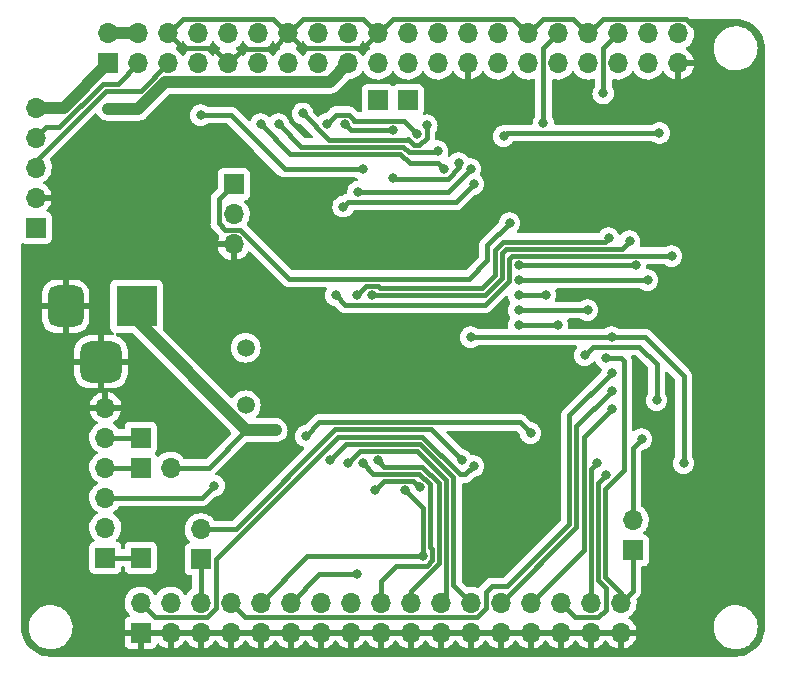
<source format=gbl>
G04 #@! TF.GenerationSoftware,KiCad,Pcbnew,(6.0.0)*
G04 #@! TF.CreationDate,2022-08-18T21:55:53-04:00*
G04 #@! TF.ProjectId,WD37C65 pi hat,57443337-4336-4352-9070-69206861742e,rev?*
G04 #@! TF.SameCoordinates,Original*
G04 #@! TF.FileFunction,Copper,L2,Bot*
G04 #@! TF.FilePolarity,Positive*
%FSLAX46Y46*%
G04 Gerber Fmt 4.6, Leading zero omitted, Abs format (unit mm)*
G04 Created by KiCad (PCBNEW (6.0.0)) date 2022-08-18 21:55:53*
%MOMM*%
%LPD*%
G01*
G04 APERTURE LIST*
G04 Aperture macros list*
%AMRoundRect*
0 Rectangle with rounded corners*
0 $1 Rounding radius*
0 $2 $3 $4 $5 $6 $7 $8 $9 X,Y pos of 4 corners*
0 Add a 4 corners polygon primitive as box body*
4,1,4,$2,$3,$4,$5,$6,$7,$8,$9,$2,$3,0*
0 Add four circle primitives for the rounded corners*
1,1,$1+$1,$2,$3*
1,1,$1+$1,$4,$5*
1,1,$1+$1,$6,$7*
1,1,$1+$1,$8,$9*
0 Add four rect primitives between the rounded corners*
20,1,$1+$1,$2,$3,$4,$5,0*
20,1,$1+$1,$4,$5,$6,$7,0*
20,1,$1+$1,$6,$7,$8,$9,0*
20,1,$1+$1,$8,$9,$2,$3,0*%
G04 Aperture macros list end*
G04 #@! TA.AperFunction,ComponentPad*
%ADD10R,1.700000X1.700000*%
G04 #@! TD*
G04 #@! TA.AperFunction,ComponentPad*
%ADD11O,1.700000X1.700000*%
G04 #@! TD*
G04 #@! TA.AperFunction,ComponentPad*
%ADD12C,1.500000*%
G04 #@! TD*
G04 #@! TA.AperFunction,ComponentPad*
%ADD13R,3.500000X3.500000*%
G04 #@! TD*
G04 #@! TA.AperFunction,ComponentPad*
%ADD14RoundRect,0.750000X-0.750000X-1.000000X0.750000X-1.000000X0.750000X1.000000X-0.750000X1.000000X0*%
G04 #@! TD*
G04 #@! TA.AperFunction,ComponentPad*
%ADD15RoundRect,0.875000X-0.875000X-0.875000X0.875000X-0.875000X0.875000X0.875000X-0.875000X0.875000X0*%
G04 #@! TD*
G04 #@! TA.AperFunction,ViaPad*
%ADD16C,0.800000*%
G04 #@! TD*
G04 #@! TA.AperFunction,Conductor*
%ADD17C,0.400000*%
G04 #@! TD*
G04 #@! TA.AperFunction,Conductor*
%ADD18C,1.000000*%
G04 #@! TD*
G04 APERTURE END LIST*
D10*
X84639000Y-158115000D03*
D11*
X84639000Y-155575000D03*
X84639000Y-153035000D03*
X84639000Y-150495000D03*
X84639000Y-147955000D03*
X84639000Y-145415000D03*
D10*
X87630000Y-164465000D03*
D11*
X87630000Y-161925000D03*
X90170000Y-164465000D03*
X90170000Y-161925000D03*
X92710000Y-164465000D03*
X92710000Y-161925000D03*
X95250000Y-164465000D03*
X95250000Y-161925000D03*
X97790000Y-164465000D03*
X97790000Y-161925000D03*
X100330000Y-164465000D03*
X100330000Y-161925000D03*
X102870000Y-164465000D03*
X102870000Y-161925000D03*
X105410000Y-164465000D03*
X105410000Y-161925000D03*
X107950000Y-164465000D03*
X107950000Y-161925000D03*
X110490000Y-164465000D03*
X110490000Y-161925000D03*
X113030000Y-164465000D03*
X113030000Y-161925000D03*
X115570000Y-164465000D03*
X115570000Y-161925000D03*
X118110000Y-164465000D03*
X118110000Y-161925000D03*
X120650000Y-164465000D03*
X120650000Y-161925000D03*
X123190000Y-164465000D03*
X123190000Y-161925000D03*
X125730000Y-164465000D03*
X125730000Y-161925000D03*
X128270000Y-164465000D03*
X128270000Y-161925000D03*
D10*
X110236000Y-119380000D03*
X87630000Y-158115000D03*
D12*
X96520000Y-140335000D03*
X96520000Y-145215000D03*
D10*
X129286000Y-157485000D03*
D11*
X129286000Y-154945000D03*
D10*
X95504000Y-126507000D03*
D11*
X95504000Y-129047000D03*
X95504000Y-131587000D03*
D10*
X92710000Y-158247000D03*
D11*
X92710000Y-155707000D03*
D13*
X87280000Y-136837500D03*
D14*
X81280000Y-136837500D03*
D15*
X84280000Y-141537500D03*
D10*
X87625000Y-150495000D03*
D11*
X90165000Y-150495000D03*
D10*
X84870000Y-116275000D03*
D11*
X84870000Y-113735000D03*
X87410000Y-116275000D03*
X87410000Y-113735000D03*
X89950000Y-116275000D03*
X89950000Y-113735000D03*
X92490000Y-116275000D03*
X92490000Y-113735000D03*
X95030000Y-116275000D03*
X95030000Y-113735000D03*
X97570000Y-116275000D03*
X97570000Y-113735000D03*
X100110000Y-116275000D03*
X100110000Y-113735000D03*
X102650000Y-116275000D03*
X102650000Y-113735000D03*
X105190000Y-116275000D03*
X105190000Y-113735000D03*
X107730000Y-116275000D03*
X107730000Y-113735000D03*
X110270000Y-116275000D03*
X110270000Y-113735000D03*
X112810000Y-116275000D03*
X112810000Y-113735000D03*
X115350000Y-116275000D03*
X115350000Y-113735000D03*
X117890000Y-116275000D03*
X117890000Y-113735000D03*
X120430000Y-116275000D03*
X120430000Y-113735000D03*
X122970000Y-116275000D03*
X122970000Y-113735000D03*
X125510000Y-116275000D03*
X125510000Y-113735000D03*
X128050000Y-116275000D03*
X128050000Y-113735000D03*
X130590000Y-116275000D03*
X130590000Y-113735000D03*
X133130000Y-116275000D03*
X133130000Y-113735000D03*
D10*
X87630000Y-147955000D03*
X78740000Y-130170000D03*
D11*
X78740000Y-127630000D03*
X78740000Y-125090000D03*
X78740000Y-122550000D03*
X78740000Y-120010000D03*
D10*
X107696000Y-119380000D03*
D16*
X108979511Y-117588489D03*
X110490000Y-145542000D03*
X104140000Y-140970000D03*
X86614000Y-130048000D03*
X131318000Y-144780000D03*
X99060000Y-147320000D03*
X125222000Y-140970000D03*
X115824000Y-150368000D03*
X127508000Y-142494000D03*
X109982000Y-152400000D03*
X111506000Y-157988000D03*
X105918000Y-159512000D03*
X106426000Y-150114000D03*
X107696000Y-149860000D03*
X105156000Y-150114000D03*
X103632000Y-149860000D03*
X127508000Y-144018000D03*
X127508000Y-145542000D03*
X115570000Y-139446000D03*
X133604000Y-150114000D03*
X127508000Y-139446000D03*
X127000000Y-151130000D03*
X120650000Y-147574000D03*
X126238000Y-150114000D03*
X101600000Y-147828000D03*
X131555022Y-122157022D03*
X118364000Y-122428000D03*
X127000000Y-141224000D03*
X130048000Y-148082000D03*
X114808000Y-149860000D03*
X107442000Y-152400000D03*
X111252000Y-152146000D03*
X84870000Y-120108000D03*
X118872000Y-129794000D03*
X93853000Y-152019000D03*
X119634000Y-138430000D03*
X122936000Y-138430000D03*
X121920000Y-135890000D03*
X119634000Y-135890000D03*
X121720489Y-121357511D03*
X125476000Y-137160000D03*
X119634000Y-137160000D03*
X129032000Y-131318000D03*
X107188000Y-135890000D03*
X127254000Y-131064000D03*
X126800489Y-118817511D03*
X105918000Y-135890000D03*
X119634000Y-134620000D03*
X130556000Y-134620000D03*
X119634000Y-133350000D03*
X129540000Y-133350000D03*
X132588000Y-132588000D03*
X104140000Y-135890000D03*
X115570000Y-125222000D03*
X106045000Y-127127000D03*
X115824000Y-126492000D03*
X104775000Y-128397000D03*
X106426000Y-125222000D03*
X92710000Y-120650000D03*
X114554000Y-124714000D03*
X108966000Y-125984000D03*
X108966000Y-121920000D03*
X104902000Y-121412000D03*
X111054040Y-122230040D03*
X103378000Y-121412000D03*
X111853551Y-121505551D03*
X101346000Y-120510680D03*
X99314000Y-121412000D03*
X112776000Y-123698000D03*
X97790000Y-121412000D03*
X113284000Y-125222000D03*
D17*
X98860489Y-112485489D02*
X100110000Y-113735000D01*
X125510000Y-113735000D02*
X126759511Y-112485489D01*
X100110000Y-113735000D02*
X101359511Y-114984511D01*
X91199511Y-112485489D02*
X98860489Y-112485489D01*
X101359511Y-112485489D02*
X100110000Y-113735000D01*
X89950000Y-113735000D02*
X91199511Y-114984511D01*
X93739511Y-114984511D02*
X95030000Y-116275000D01*
X106480489Y-112485489D02*
X101359511Y-112485489D01*
X91199511Y-114984511D02*
X93739511Y-114984511D01*
X98819511Y-115025489D02*
X100110000Y-113735000D01*
X89950000Y-113735000D02*
X91199511Y-112485489D01*
X126759511Y-112485489D02*
X133821489Y-112485489D01*
X119180489Y-112485489D02*
X108979511Y-112485489D01*
X106480489Y-114984511D02*
X107730000Y-113735000D01*
X120430000Y-113735000D02*
X119180489Y-112485489D01*
X95030000Y-116275000D02*
X96279511Y-115025489D01*
X120430000Y-113735000D02*
X121679511Y-112485489D01*
X96279511Y-115025489D02*
X98819511Y-115025489D01*
X107730000Y-113735000D02*
X106480489Y-112485489D01*
X108979511Y-112485489D02*
X107730000Y-113735000D01*
X101359511Y-114984511D02*
X106480489Y-114984511D01*
X124260489Y-112485489D02*
X125510000Y-113735000D01*
X121679511Y-112485489D02*
X124260489Y-112485489D01*
X133821489Y-112485489D02*
X134874000Y-113538000D01*
D18*
X96575081Y-147320000D02*
X87280000Y-138024919D01*
X99060000Y-147320000D02*
X96575081Y-147320000D01*
X87280000Y-138024919D02*
X87280000Y-136837500D01*
D17*
X125222000Y-140970000D02*
X125946489Y-140245511D01*
X93400081Y-150495000D02*
X96575081Y-147320000D01*
X131318000Y-141732000D02*
X131318000Y-144780000D01*
X125946489Y-140245511D02*
X129831511Y-140245511D01*
X90165000Y-150495000D02*
X93400081Y-150495000D01*
D18*
X87410000Y-113735000D02*
X84870000Y-113735000D01*
D17*
X129831511Y-140245511D02*
X131318000Y-141732000D01*
X115824000Y-150368000D02*
X115116488Y-151075512D01*
X94000489Y-158221511D02*
X94000489Y-160040489D01*
X114703591Y-151075512D02*
X111489528Y-147861449D01*
X93227565Y-163174511D02*
X94000489Y-162401587D01*
X111489528Y-147861449D02*
X104360551Y-147861449D01*
X88879511Y-163174511D02*
X93227565Y-163174511D01*
X115116488Y-151075512D02*
X114703591Y-151075512D01*
X104360551Y-147861449D02*
X94000489Y-158221511D01*
X94000489Y-162401587D02*
X94000489Y-160040489D01*
X87630000Y-161925000D02*
X88879511Y-163174511D01*
X92710000Y-161925000D02*
X92710000Y-158247000D01*
X117348000Y-160528000D02*
X118659150Y-160528000D01*
X95250000Y-161925000D02*
X96499511Y-163174511D01*
X116860489Y-162401587D02*
X116860489Y-161015511D01*
X123931440Y-146070560D02*
X127508000Y-142494000D01*
X116860489Y-161015511D02*
X117348000Y-160528000D01*
X116087565Y-163174511D02*
X116860489Y-162401587D01*
X118659150Y-160528000D02*
X123931440Y-155255710D01*
X96499511Y-163174511D02*
X116087565Y-163174511D01*
X123931440Y-155255710D02*
X123931440Y-146070560D01*
X101727000Y-157988000D02*
X97790000Y-161925000D01*
X109982000Y-152400000D02*
X111506000Y-153924000D01*
X111506000Y-157988000D02*
X101727000Y-157988000D01*
X111506000Y-153924000D02*
X111506000Y-157988000D01*
X105918000Y-159512000D02*
X102743000Y-159512000D01*
X102743000Y-159512000D02*
X100330000Y-161925000D01*
X112305511Y-157425991D02*
X112305511Y-158319169D01*
X112105520Y-157226000D02*
X112305511Y-157425991D01*
X107950000Y-160095022D02*
X107950000Y-161925000D01*
X107312969Y-151000969D02*
X111237649Y-151000969D01*
X106426000Y-150114000D02*
X107312969Y-151000969D01*
X111237649Y-151000969D02*
X112105520Y-151868840D01*
X112105520Y-151868840D02*
X112105520Y-157226000D01*
X111837169Y-158787511D02*
X109257511Y-158787511D01*
X109257511Y-158787511D02*
X107950000Y-160095022D01*
X112305511Y-158319169D02*
X111837169Y-158787511D01*
X112905031Y-151820502D02*
X112905031Y-158567499D01*
X112905031Y-158567499D02*
X110490000Y-160982530D01*
X107696000Y-149860000D02*
X108237449Y-150401449D01*
X108237449Y-150401449D02*
X111485978Y-150401449D01*
X111485978Y-150401449D02*
X112905031Y-151820502D01*
X110490000Y-160982530D02*
X110490000Y-161925000D01*
X105156000Y-150114000D02*
X106209511Y-149060489D01*
X113504551Y-151572172D02*
X113504551Y-161450449D01*
X110992868Y-149060489D02*
X113504551Y-151572172D01*
X106209511Y-149060489D02*
X110992868Y-149060489D01*
X113504551Y-161450449D02*
X113030000Y-161925000D01*
X114104071Y-151323842D02*
X114104071Y-160459071D01*
X114104071Y-160459071D02*
X115570000Y-161925000D01*
X105031031Y-148460969D02*
X111241198Y-148460969D01*
X111241198Y-148460969D02*
X114104071Y-151323842D01*
X103632000Y-149860000D02*
X105031031Y-148460969D01*
X127508000Y-144018000D02*
X124530960Y-146995040D01*
X124530960Y-146995040D02*
X124530960Y-155504040D01*
X124530960Y-155504040D02*
X118110000Y-161925000D01*
X125130480Y-147919520D02*
X127508000Y-145542000D01*
X120650000Y-161925000D02*
X125130480Y-157444520D01*
X125130480Y-157444520D02*
X125130480Y-147919520D01*
X124439511Y-163174511D02*
X123190000Y-161925000D01*
X115570000Y-139446000D02*
X127508000Y-139446000D01*
X126385489Y-163174511D02*
X124439511Y-163174511D01*
X127020489Y-162539511D02*
X126385489Y-163174511D01*
X133604000Y-142748000D02*
X130302000Y-139446000D01*
X127020489Y-161564489D02*
X127020489Y-162539511D01*
X130302000Y-139446000D02*
X127508000Y-139446000D01*
X126329520Y-160020000D02*
X126329520Y-151800480D01*
X127020489Y-161564489D02*
X127020489Y-160710969D01*
X127020489Y-160710969D02*
X126329520Y-160020000D01*
X126329520Y-151800480D02*
X127000000Y-151130000D01*
X127020489Y-161056489D02*
X127020489Y-161564489D01*
X133604000Y-150114000D02*
X133604000Y-142748000D01*
X125730000Y-150622000D02*
X126238000Y-150114000D01*
X102765591Y-146662409D02*
X119738409Y-146662409D01*
X119738409Y-146662409D02*
X120650000Y-147574000D01*
X101600000Y-147828000D02*
X102765591Y-146662409D01*
X125730000Y-161925000D02*
X125730000Y-150622000D01*
X127000000Y-141224000D02*
X128270000Y-141224000D01*
X128270000Y-141224000D02*
X128524000Y-141478000D01*
X129286000Y-160909000D02*
X128270000Y-161925000D01*
X129286000Y-157485000D02*
X129286000Y-160909000D01*
X131555022Y-122157022D02*
X118634978Y-122157022D01*
X128270000Y-161112631D02*
X128270000Y-161925000D01*
X126929040Y-159771671D02*
X128270000Y-161112631D01*
X128524000Y-150736680D02*
X126929040Y-152331640D01*
X126929040Y-152331640D02*
X126929040Y-159771671D01*
X118634978Y-122157022D02*
X118364000Y-122428000D01*
X128524000Y-141478000D02*
X128524000Y-150736680D01*
X129286000Y-148844000D02*
X130048000Y-148082000D01*
X129286000Y-154945000D02*
X129286000Y-148844000D01*
X92710000Y-155707000D02*
X95667150Y-155707000D01*
X112209929Y-147261929D02*
X114808000Y-149860000D01*
X104112222Y-147261929D02*
X112209929Y-147261929D01*
X95667150Y-155707000D02*
X104112222Y-147261929D01*
X107442000Y-152400000D02*
X108241511Y-151600489D01*
X108241511Y-151600489D02*
X109436489Y-151600489D01*
X111252000Y-152146000D02*
X110706489Y-151600489D01*
X110706489Y-151600489D02*
X109436489Y-151600489D01*
X84692887Y-118572077D02*
X78740000Y-124524962D01*
X87652923Y-118572077D02*
X84692887Y-118572077D01*
X89950000Y-116275000D02*
X87652923Y-118572077D01*
X78740000Y-124524962D02*
X78740000Y-125090000D01*
X80751113Y-121666000D02*
X79624000Y-121666000D01*
X79624000Y-121666000D02*
X78740000Y-122550000D01*
X87410000Y-116275000D02*
X85712443Y-117972557D01*
X84444557Y-117972557D02*
X80751113Y-121666000D01*
X85712443Y-117972557D02*
X84444557Y-117972557D01*
D18*
X78740000Y-120010000D02*
X81135000Y-120010000D01*
X81135000Y-120010000D02*
X84870000Y-116275000D01*
X103640489Y-117824511D02*
X89693489Y-117824511D01*
X105190000Y-116275000D02*
X103640489Y-117824511D01*
X87410000Y-120108000D02*
X84870000Y-120108000D01*
X89693489Y-117824511D02*
X87410000Y-120108000D01*
D17*
X115445031Y-134490969D02*
X100175045Y-134490969D01*
X116995036Y-132940964D02*
X115445031Y-134490969D01*
X94777489Y-130337489D02*
X94254489Y-129814489D01*
X118872000Y-129794000D02*
X116995036Y-131670964D01*
X94254489Y-127756511D02*
X95504000Y-126507000D01*
X96021565Y-130337489D02*
X94777489Y-130337489D01*
X116995036Y-131670964D02*
X116995036Y-132940964D01*
X100175045Y-134490969D02*
X96021565Y-130337489D01*
X94254489Y-129814489D02*
X94254489Y-127756511D01*
X87625000Y-150495000D02*
X84639000Y-150495000D01*
X87630000Y-147955000D02*
X84639000Y-147955000D01*
X87630000Y-158115000D02*
X84639000Y-158115000D01*
X92837000Y-153035000D02*
X93853000Y-152019000D01*
X84639000Y-153035000D02*
X92837000Y-153035000D01*
X119634000Y-138430000D02*
X122936000Y-138430000D01*
X122970000Y-113735000D02*
X121720489Y-114984511D01*
X121720489Y-114984511D02*
X121720489Y-117801511D01*
X121720489Y-117801511D02*
X121720489Y-121357511D01*
X119634000Y-135890000D02*
X121920000Y-135890000D01*
X119634000Y-137160000D02*
X125476000Y-137160000D01*
X118586160Y-131950969D02*
X118194075Y-132343054D01*
X118194075Y-132343054D02*
X118194075Y-134450075D01*
X129032000Y-131318000D02*
X128399031Y-131950969D01*
X116754150Y-135890000D02*
X107188000Y-135890000D01*
X118194075Y-134450075D02*
X116754150Y-135890000D01*
X128399031Y-131950969D02*
X118586160Y-131950969D01*
X126271449Y-131351449D02*
X118337831Y-131351449D01*
X106717511Y-135090489D02*
X105918000Y-135890000D01*
X126800489Y-114984511D02*
X126800489Y-118817511D01*
X117594555Y-132094724D02*
X117594555Y-134201745D01*
X107933502Y-135290480D02*
X107733511Y-135090489D01*
X128050000Y-113735000D02*
X126800489Y-114984511D01*
X118337831Y-131351449D02*
X117594555Y-132094724D01*
X107733511Y-135090489D02*
X106717511Y-135090489D01*
X126966551Y-131351449D02*
X126271449Y-131351449D01*
X117594555Y-134201745D02*
X116505820Y-135290480D01*
X116505820Y-135290480D02*
X107933502Y-135290480D01*
X127254000Y-131064000D02*
X126966551Y-131351449D01*
X119634000Y-134620000D02*
X130556000Y-134620000D01*
X129540000Y-133350000D02*
X119634000Y-133350000D01*
X116802489Y-136689511D02*
X118834489Y-134657511D01*
X104140000Y-135890000D02*
X104939511Y-136689511D01*
X118834489Y-134657511D02*
X118834489Y-132804489D01*
X132588000Y-132588000D02*
X132550489Y-132550489D01*
X132550489Y-132550489D02*
X119088489Y-132550489D01*
X104939511Y-136689511D02*
X116802489Y-136689511D01*
X119088489Y-132550489D02*
X118834489Y-132804489D01*
X106045000Y-127127000D02*
X113665000Y-127127000D01*
X113665000Y-127127000D02*
X115570000Y-125222000D01*
X105156000Y-128016000D02*
X114300000Y-128016000D01*
X114300000Y-128016000D02*
X115824000Y-126492000D01*
X104775000Y-128397000D02*
X105156000Y-128016000D01*
X106426000Y-125222000D02*
X99822000Y-125222000D01*
X95250000Y-120650000D02*
X92710000Y-120650000D01*
X99822000Y-125222000D02*
X95250000Y-120650000D01*
X109003511Y-126021511D02*
X113615169Y-126021511D01*
X114554000Y-125082680D02*
X114554000Y-124714000D01*
X108966000Y-125984000D02*
X109003511Y-126021511D01*
X113615169Y-126021511D02*
X114554000Y-125082680D01*
X105410000Y-121920000D02*
X104902000Y-121412000D01*
X108966000Y-121920000D02*
X105410000Y-121920000D01*
X105233169Y-120612489D02*
X105701511Y-121080831D01*
X103378000Y-121412000D02*
X104177511Y-120612489D01*
X104177511Y-120612489D02*
X105233169Y-120612489D01*
X111054040Y-122230040D02*
X109944489Y-121120489D01*
X105701511Y-121080831D02*
X105701511Y-121120489D01*
X109944489Y-121120489D02*
X105701511Y-121120489D01*
X110236000Y-122682000D02*
X110744000Y-123190000D01*
X111853551Y-122561209D02*
X111853551Y-121505551D01*
X110744000Y-123190000D02*
X111224760Y-123190000D01*
X103554831Y-122719511D02*
X110198489Y-122719511D01*
X101346000Y-120510680D02*
X103554831Y-122719511D01*
X110198489Y-122719511D02*
X110236000Y-122682000D01*
X111224760Y-123190000D02*
X111853551Y-122561209D01*
X109857031Y-123319031D02*
X110327520Y-123789520D01*
X112684480Y-123789520D02*
X112776000Y-123698000D01*
X110327520Y-123789520D02*
X112684480Y-123789520D01*
X99314000Y-121412000D02*
X101221031Y-123319031D01*
X101221031Y-123319031D02*
X109857031Y-123319031D01*
X113284000Y-125222000D02*
X112776000Y-124714000D01*
X109608702Y-123918551D02*
X100296551Y-123918551D01*
X110404151Y-124714000D02*
X109608702Y-123918551D01*
X100296551Y-123918551D02*
X97790000Y-121412000D01*
X112776000Y-124714000D02*
X110404151Y-124714000D01*
G04 #@! TA.AperFunction,Conductor*
G36*
X137970057Y-112509500D02*
G01*
X137984858Y-112511805D01*
X137984861Y-112511805D01*
X137993730Y-112513186D01*
X138010899Y-112510941D01*
X138034839Y-112510108D01*
X138292770Y-112525710D01*
X138307874Y-112527544D01*
X138378648Y-112540514D01*
X138588879Y-112579040D01*
X138603641Y-112582678D01*
X138876408Y-112667675D01*
X138890627Y-112673069D01*
X139151140Y-112790316D01*
X139164609Y-112797385D01*
X139409095Y-112945182D01*
X139421617Y-112953825D01*
X139646507Y-113130016D01*
X139657895Y-113140106D01*
X139859894Y-113342105D01*
X139869984Y-113353493D01*
X140046175Y-113578383D01*
X140054818Y-113590905D01*
X140202615Y-113835391D01*
X140209684Y-113848860D01*
X140288089Y-114023069D01*
X140326930Y-114109370D01*
X140332325Y-114123592D01*
X140416855Y-114394857D01*
X140417321Y-114396353D01*
X140420960Y-114411121D01*
X140448596Y-114561922D01*
X140472456Y-114692126D01*
X140474290Y-114707230D01*
X140489455Y-114957929D01*
X140488198Y-114984639D01*
X140488195Y-114984859D01*
X140486814Y-114993730D01*
X140487978Y-115002632D01*
X140487978Y-115002635D01*
X140490936Y-115025251D01*
X140492000Y-115041589D01*
X140492000Y-163950672D01*
X140490500Y-163970056D01*
X140486814Y-163993730D01*
X140488454Y-164006270D01*
X140489059Y-164010897D01*
X140489892Y-164034839D01*
X140474290Y-164292770D01*
X140472456Y-164307874D01*
X140471112Y-164315209D01*
X140423917Y-164572750D01*
X140420962Y-164588873D01*
X140417322Y-164603641D01*
X140347822Y-164826676D01*
X140332326Y-164876404D01*
X140326931Y-164890627D01*
X140221955Y-165123876D01*
X140209686Y-165151136D01*
X140202615Y-165164609D01*
X140054818Y-165409095D01*
X140046175Y-165421617D01*
X139869984Y-165646507D01*
X139859894Y-165657895D01*
X139657895Y-165859894D01*
X139646507Y-165869984D01*
X139421617Y-166046175D01*
X139409095Y-166054818D01*
X139164609Y-166202615D01*
X139151140Y-166209684D01*
X138890630Y-166326930D01*
X138876408Y-166332325D01*
X138603641Y-166417322D01*
X138588879Y-166420960D01*
X138378648Y-166459486D01*
X138307874Y-166472456D01*
X138292770Y-166474290D01*
X138042071Y-166489455D01*
X138015361Y-166488198D01*
X138015141Y-166488195D01*
X138006270Y-166486814D01*
X137997368Y-166487978D01*
X137997365Y-166487978D01*
X137974749Y-166490936D01*
X137958411Y-166492000D01*
X80049328Y-166492000D01*
X80029943Y-166490500D01*
X80015142Y-166488195D01*
X80015139Y-166488195D01*
X80006270Y-166486814D01*
X79989101Y-166489059D01*
X79965161Y-166489892D01*
X79707230Y-166474290D01*
X79692126Y-166472456D01*
X79621352Y-166459486D01*
X79411121Y-166420960D01*
X79396359Y-166417322D01*
X79123592Y-166332325D01*
X79109370Y-166326930D01*
X78848860Y-166209684D01*
X78835391Y-166202615D01*
X78590905Y-166054818D01*
X78578383Y-166046175D01*
X78353493Y-165869984D01*
X78342105Y-165859894D01*
X78140106Y-165657895D01*
X78130016Y-165646507D01*
X77953825Y-165421617D01*
X77945182Y-165409095D01*
X77797385Y-165164609D01*
X77790314Y-165151136D01*
X77778046Y-165123876D01*
X77673069Y-164890627D01*
X77667674Y-164876404D01*
X77652178Y-164826676D01*
X77582678Y-164603641D01*
X77579038Y-164588873D01*
X77576084Y-164572750D01*
X77528888Y-164315209D01*
X77527544Y-164307874D01*
X77525710Y-164292770D01*
X77510557Y-164042277D01*
X78137009Y-164042277D01*
X78162625Y-164310769D01*
X78163710Y-164315203D01*
X78163711Y-164315209D01*
X78225645Y-164568312D01*
X78226731Y-164572750D01*
X78327985Y-164822733D01*
X78464265Y-165055482D01*
X78467118Y-165059049D01*
X78584686Y-165206060D01*
X78632716Y-165266119D01*
X78829809Y-165450234D01*
X79051416Y-165603968D01*
X79055499Y-165605999D01*
X79055502Y-165606001D01*
X79136923Y-165646507D01*
X79292894Y-165724101D01*
X79297228Y-165725522D01*
X79297231Y-165725523D01*
X79544853Y-165806698D01*
X79544859Y-165806699D01*
X79549186Y-165808118D01*
X79553677Y-165808898D01*
X79553678Y-165808898D01*
X79811140Y-165853601D01*
X79811148Y-165853602D01*
X79814921Y-165854257D01*
X79818758Y-165854448D01*
X79898578Y-165858422D01*
X79898586Y-165858422D01*
X79900149Y-165858500D01*
X80068512Y-165858500D01*
X80070780Y-165858335D01*
X80070792Y-165858335D01*
X80201884Y-165848823D01*
X80269004Y-165843953D01*
X80273459Y-165842969D01*
X80273462Y-165842969D01*
X80527912Y-165786791D01*
X80527916Y-165786790D01*
X80532372Y-165785806D01*
X80675887Y-165731433D01*
X80780318Y-165691868D01*
X80780321Y-165691867D01*
X80784588Y-165690250D01*
X80986828Y-165577916D01*
X81016375Y-165561504D01*
X81016376Y-165561503D01*
X81020368Y-165559286D01*
X81234773Y-165395657D01*
X81269954Y-165359669D01*
X86272001Y-165359669D01*
X86272371Y-165366490D01*
X86277895Y-165417352D01*
X86281521Y-165432604D01*
X86326676Y-165553054D01*
X86335214Y-165568649D01*
X86411715Y-165670724D01*
X86424276Y-165683285D01*
X86526351Y-165759786D01*
X86541946Y-165768324D01*
X86662394Y-165813478D01*
X86677649Y-165817105D01*
X86728514Y-165822631D01*
X86735328Y-165823000D01*
X87357885Y-165823000D01*
X87373124Y-165818525D01*
X87374329Y-165817135D01*
X87376000Y-165809452D01*
X87376000Y-165804884D01*
X87884000Y-165804884D01*
X87888475Y-165820123D01*
X87889865Y-165821328D01*
X87897548Y-165822999D01*
X88524669Y-165822999D01*
X88531490Y-165822629D01*
X88582352Y-165817105D01*
X88597604Y-165813479D01*
X88718054Y-165768324D01*
X88733649Y-165759786D01*
X88835724Y-165683285D01*
X88848285Y-165670724D01*
X88924786Y-165568649D01*
X88933325Y-165553052D01*
X88974425Y-165443418D01*
X89017066Y-165386653D01*
X89083628Y-165361953D01*
X89152977Y-165377160D01*
X89187645Y-165405150D01*
X89213219Y-165434674D01*
X89220580Y-165441883D01*
X89384434Y-165577916D01*
X89392881Y-165583831D01*
X89576756Y-165691279D01*
X89586042Y-165695729D01*
X89785001Y-165771703D01*
X89794899Y-165774579D01*
X89898250Y-165795606D01*
X89912299Y-165794410D01*
X89916000Y-165784065D01*
X89916000Y-165783517D01*
X90424000Y-165783517D01*
X90428064Y-165797359D01*
X90441478Y-165799393D01*
X90448184Y-165798534D01*
X90458262Y-165796392D01*
X90662255Y-165735191D01*
X90671842Y-165731433D01*
X90863095Y-165637739D01*
X90871945Y-165632464D01*
X91045328Y-165508792D01*
X91053200Y-165502139D01*
X91204052Y-165351812D01*
X91210730Y-165343965D01*
X91338022Y-165166819D01*
X91339147Y-165167627D01*
X91386669Y-165123876D01*
X91456607Y-165111661D01*
X91522046Y-165139197D01*
X91549870Y-165171028D01*
X91607690Y-165265383D01*
X91613777Y-165273699D01*
X91753213Y-165434667D01*
X91760580Y-165441883D01*
X91924434Y-165577916D01*
X91932881Y-165583831D01*
X92116756Y-165691279D01*
X92126042Y-165695729D01*
X92325001Y-165771703D01*
X92334899Y-165774579D01*
X92438250Y-165795606D01*
X92452299Y-165794410D01*
X92456000Y-165784065D01*
X92456000Y-165783517D01*
X92964000Y-165783517D01*
X92968064Y-165797359D01*
X92981478Y-165799393D01*
X92988184Y-165798534D01*
X92998262Y-165796392D01*
X93202255Y-165735191D01*
X93211842Y-165731433D01*
X93403095Y-165637739D01*
X93411945Y-165632464D01*
X93585328Y-165508792D01*
X93593200Y-165502139D01*
X93744052Y-165351812D01*
X93750730Y-165343965D01*
X93878022Y-165166819D01*
X93879147Y-165167627D01*
X93926669Y-165123876D01*
X93996607Y-165111661D01*
X94062046Y-165139197D01*
X94089870Y-165171028D01*
X94147690Y-165265383D01*
X94153777Y-165273699D01*
X94293213Y-165434667D01*
X94300580Y-165441883D01*
X94464434Y-165577916D01*
X94472881Y-165583831D01*
X94656756Y-165691279D01*
X94666042Y-165695729D01*
X94865001Y-165771703D01*
X94874899Y-165774579D01*
X94978250Y-165795606D01*
X94992299Y-165794410D01*
X94996000Y-165784065D01*
X94996000Y-165783517D01*
X95504000Y-165783517D01*
X95508064Y-165797359D01*
X95521478Y-165799393D01*
X95528184Y-165798534D01*
X95538262Y-165796392D01*
X95742255Y-165735191D01*
X95751842Y-165731433D01*
X95943095Y-165637739D01*
X95951945Y-165632464D01*
X96125328Y-165508792D01*
X96133200Y-165502139D01*
X96284052Y-165351812D01*
X96290730Y-165343965D01*
X96418022Y-165166819D01*
X96419147Y-165167627D01*
X96466669Y-165123876D01*
X96536607Y-165111661D01*
X96602046Y-165139197D01*
X96629870Y-165171028D01*
X96687690Y-165265383D01*
X96693777Y-165273699D01*
X96833213Y-165434667D01*
X96840580Y-165441883D01*
X97004434Y-165577916D01*
X97012881Y-165583831D01*
X97196756Y-165691279D01*
X97206042Y-165695729D01*
X97405001Y-165771703D01*
X97414899Y-165774579D01*
X97518250Y-165795606D01*
X97532299Y-165794410D01*
X97536000Y-165784065D01*
X97536000Y-165783517D01*
X98044000Y-165783517D01*
X98048064Y-165797359D01*
X98061478Y-165799393D01*
X98068184Y-165798534D01*
X98078262Y-165796392D01*
X98282255Y-165735191D01*
X98291842Y-165731433D01*
X98483095Y-165637739D01*
X98491945Y-165632464D01*
X98665328Y-165508792D01*
X98673200Y-165502139D01*
X98824052Y-165351812D01*
X98830730Y-165343965D01*
X98958022Y-165166819D01*
X98959147Y-165167627D01*
X99006669Y-165123876D01*
X99076607Y-165111661D01*
X99142046Y-165139197D01*
X99169870Y-165171028D01*
X99227690Y-165265383D01*
X99233777Y-165273699D01*
X99373213Y-165434667D01*
X99380580Y-165441883D01*
X99544434Y-165577916D01*
X99552881Y-165583831D01*
X99736756Y-165691279D01*
X99746042Y-165695729D01*
X99945001Y-165771703D01*
X99954899Y-165774579D01*
X100058250Y-165795606D01*
X100072299Y-165794410D01*
X100076000Y-165784065D01*
X100076000Y-165783517D01*
X100584000Y-165783517D01*
X100588064Y-165797359D01*
X100601478Y-165799393D01*
X100608184Y-165798534D01*
X100618262Y-165796392D01*
X100822255Y-165735191D01*
X100831842Y-165731433D01*
X101023095Y-165637739D01*
X101031945Y-165632464D01*
X101205328Y-165508792D01*
X101213200Y-165502139D01*
X101364052Y-165351812D01*
X101370730Y-165343965D01*
X101498022Y-165166819D01*
X101499147Y-165167627D01*
X101546669Y-165123876D01*
X101616607Y-165111661D01*
X101682046Y-165139197D01*
X101709870Y-165171028D01*
X101767690Y-165265383D01*
X101773777Y-165273699D01*
X101913213Y-165434667D01*
X101920580Y-165441883D01*
X102084434Y-165577916D01*
X102092881Y-165583831D01*
X102276756Y-165691279D01*
X102286042Y-165695729D01*
X102485001Y-165771703D01*
X102494899Y-165774579D01*
X102598250Y-165795606D01*
X102612299Y-165794410D01*
X102616000Y-165784065D01*
X102616000Y-165783517D01*
X103124000Y-165783517D01*
X103128064Y-165797359D01*
X103141478Y-165799393D01*
X103148184Y-165798534D01*
X103158262Y-165796392D01*
X103362255Y-165735191D01*
X103371842Y-165731433D01*
X103563095Y-165637739D01*
X103571945Y-165632464D01*
X103745328Y-165508792D01*
X103753200Y-165502139D01*
X103904052Y-165351812D01*
X103910730Y-165343965D01*
X104038022Y-165166819D01*
X104039147Y-165167627D01*
X104086669Y-165123876D01*
X104156607Y-165111661D01*
X104222046Y-165139197D01*
X104249870Y-165171028D01*
X104307690Y-165265383D01*
X104313777Y-165273699D01*
X104453213Y-165434667D01*
X104460580Y-165441883D01*
X104624434Y-165577916D01*
X104632881Y-165583831D01*
X104816756Y-165691279D01*
X104826042Y-165695729D01*
X105025001Y-165771703D01*
X105034899Y-165774579D01*
X105138250Y-165795606D01*
X105152299Y-165794410D01*
X105156000Y-165784065D01*
X105156000Y-165783517D01*
X105664000Y-165783517D01*
X105668064Y-165797359D01*
X105681478Y-165799393D01*
X105688184Y-165798534D01*
X105698262Y-165796392D01*
X105902255Y-165735191D01*
X105911842Y-165731433D01*
X106103095Y-165637739D01*
X106111945Y-165632464D01*
X106285328Y-165508792D01*
X106293200Y-165502139D01*
X106444052Y-165351812D01*
X106450730Y-165343965D01*
X106578022Y-165166819D01*
X106579147Y-165167627D01*
X106626669Y-165123876D01*
X106696607Y-165111661D01*
X106762046Y-165139197D01*
X106789870Y-165171028D01*
X106847690Y-165265383D01*
X106853777Y-165273699D01*
X106993213Y-165434667D01*
X107000580Y-165441883D01*
X107164434Y-165577916D01*
X107172881Y-165583831D01*
X107356756Y-165691279D01*
X107366042Y-165695729D01*
X107565001Y-165771703D01*
X107574899Y-165774579D01*
X107678250Y-165795606D01*
X107692299Y-165794410D01*
X107696000Y-165784065D01*
X107696000Y-165783517D01*
X108204000Y-165783517D01*
X108208064Y-165797359D01*
X108221478Y-165799393D01*
X108228184Y-165798534D01*
X108238262Y-165796392D01*
X108442255Y-165735191D01*
X108451842Y-165731433D01*
X108643095Y-165637739D01*
X108651945Y-165632464D01*
X108825328Y-165508792D01*
X108833200Y-165502139D01*
X108984052Y-165351812D01*
X108990730Y-165343965D01*
X109118022Y-165166819D01*
X109119147Y-165167627D01*
X109166669Y-165123876D01*
X109236607Y-165111661D01*
X109302046Y-165139197D01*
X109329870Y-165171028D01*
X109387690Y-165265383D01*
X109393777Y-165273699D01*
X109533213Y-165434667D01*
X109540580Y-165441883D01*
X109704434Y-165577916D01*
X109712881Y-165583831D01*
X109896756Y-165691279D01*
X109906042Y-165695729D01*
X110105001Y-165771703D01*
X110114899Y-165774579D01*
X110218250Y-165795606D01*
X110232299Y-165794410D01*
X110236000Y-165784065D01*
X110236000Y-165783517D01*
X110744000Y-165783517D01*
X110748064Y-165797359D01*
X110761478Y-165799393D01*
X110768184Y-165798534D01*
X110778262Y-165796392D01*
X110982255Y-165735191D01*
X110991842Y-165731433D01*
X111183095Y-165637739D01*
X111191945Y-165632464D01*
X111365328Y-165508792D01*
X111373200Y-165502139D01*
X111524052Y-165351812D01*
X111530730Y-165343965D01*
X111658022Y-165166819D01*
X111659147Y-165167627D01*
X111706669Y-165123876D01*
X111776607Y-165111661D01*
X111842046Y-165139197D01*
X111869870Y-165171028D01*
X111927690Y-165265383D01*
X111933777Y-165273699D01*
X112073213Y-165434667D01*
X112080580Y-165441883D01*
X112244434Y-165577916D01*
X112252881Y-165583831D01*
X112436756Y-165691279D01*
X112446042Y-165695729D01*
X112645001Y-165771703D01*
X112654899Y-165774579D01*
X112758250Y-165795606D01*
X112772299Y-165794410D01*
X112776000Y-165784065D01*
X112776000Y-165783517D01*
X113284000Y-165783517D01*
X113288064Y-165797359D01*
X113301478Y-165799393D01*
X113308184Y-165798534D01*
X113318262Y-165796392D01*
X113522255Y-165735191D01*
X113531842Y-165731433D01*
X113723095Y-165637739D01*
X113731945Y-165632464D01*
X113905328Y-165508792D01*
X113913200Y-165502139D01*
X114064052Y-165351812D01*
X114070730Y-165343965D01*
X114198022Y-165166819D01*
X114199147Y-165167627D01*
X114246669Y-165123876D01*
X114316607Y-165111661D01*
X114382046Y-165139197D01*
X114409870Y-165171028D01*
X114467690Y-165265383D01*
X114473777Y-165273699D01*
X114613213Y-165434667D01*
X114620580Y-165441883D01*
X114784434Y-165577916D01*
X114792881Y-165583831D01*
X114976756Y-165691279D01*
X114986042Y-165695729D01*
X115185001Y-165771703D01*
X115194899Y-165774579D01*
X115298250Y-165795606D01*
X115312299Y-165794410D01*
X115316000Y-165784065D01*
X115316000Y-165783517D01*
X115824000Y-165783517D01*
X115828064Y-165797359D01*
X115841478Y-165799393D01*
X115848184Y-165798534D01*
X115858262Y-165796392D01*
X116062255Y-165735191D01*
X116071842Y-165731433D01*
X116263095Y-165637739D01*
X116271945Y-165632464D01*
X116445328Y-165508792D01*
X116453200Y-165502139D01*
X116604052Y-165351812D01*
X116610730Y-165343965D01*
X116738022Y-165166819D01*
X116739147Y-165167627D01*
X116786669Y-165123876D01*
X116856607Y-165111661D01*
X116922046Y-165139197D01*
X116949870Y-165171028D01*
X117007690Y-165265383D01*
X117013777Y-165273699D01*
X117153213Y-165434667D01*
X117160580Y-165441883D01*
X117324434Y-165577916D01*
X117332881Y-165583831D01*
X117516756Y-165691279D01*
X117526042Y-165695729D01*
X117725001Y-165771703D01*
X117734899Y-165774579D01*
X117838250Y-165795606D01*
X117852299Y-165794410D01*
X117856000Y-165784065D01*
X117856000Y-165783517D01*
X118364000Y-165783517D01*
X118368064Y-165797359D01*
X118381478Y-165799393D01*
X118388184Y-165798534D01*
X118398262Y-165796392D01*
X118602255Y-165735191D01*
X118611842Y-165731433D01*
X118803095Y-165637739D01*
X118811945Y-165632464D01*
X118985328Y-165508792D01*
X118993200Y-165502139D01*
X119144052Y-165351812D01*
X119150730Y-165343965D01*
X119278022Y-165166819D01*
X119279147Y-165167627D01*
X119326669Y-165123876D01*
X119396607Y-165111661D01*
X119462046Y-165139197D01*
X119489870Y-165171028D01*
X119547690Y-165265383D01*
X119553777Y-165273699D01*
X119693213Y-165434667D01*
X119700580Y-165441883D01*
X119864434Y-165577916D01*
X119872881Y-165583831D01*
X120056756Y-165691279D01*
X120066042Y-165695729D01*
X120265001Y-165771703D01*
X120274899Y-165774579D01*
X120378250Y-165795606D01*
X120392299Y-165794410D01*
X120396000Y-165784065D01*
X120396000Y-165783517D01*
X120904000Y-165783517D01*
X120908064Y-165797359D01*
X120921478Y-165799393D01*
X120928184Y-165798534D01*
X120938262Y-165796392D01*
X121142255Y-165735191D01*
X121151842Y-165731433D01*
X121343095Y-165637739D01*
X121351945Y-165632464D01*
X121525328Y-165508792D01*
X121533200Y-165502139D01*
X121684052Y-165351812D01*
X121690730Y-165343965D01*
X121818022Y-165166819D01*
X121819147Y-165167627D01*
X121866669Y-165123876D01*
X121936607Y-165111661D01*
X122002046Y-165139197D01*
X122029870Y-165171028D01*
X122087690Y-165265383D01*
X122093777Y-165273699D01*
X122233213Y-165434667D01*
X122240580Y-165441883D01*
X122404434Y-165577916D01*
X122412881Y-165583831D01*
X122596756Y-165691279D01*
X122606042Y-165695729D01*
X122805001Y-165771703D01*
X122814899Y-165774579D01*
X122918250Y-165795606D01*
X122932299Y-165794410D01*
X122936000Y-165784065D01*
X122936000Y-165783517D01*
X123444000Y-165783517D01*
X123448064Y-165797359D01*
X123461478Y-165799393D01*
X123468184Y-165798534D01*
X123478262Y-165796392D01*
X123682255Y-165735191D01*
X123691842Y-165731433D01*
X123883095Y-165637739D01*
X123891945Y-165632464D01*
X124065328Y-165508792D01*
X124073200Y-165502139D01*
X124224052Y-165351812D01*
X124230730Y-165343965D01*
X124358022Y-165166819D01*
X124359147Y-165167627D01*
X124406669Y-165123876D01*
X124476607Y-165111661D01*
X124542046Y-165139197D01*
X124569870Y-165171028D01*
X124627690Y-165265383D01*
X124633777Y-165273699D01*
X124773213Y-165434667D01*
X124780580Y-165441883D01*
X124944434Y-165577916D01*
X124952881Y-165583831D01*
X125136756Y-165691279D01*
X125146042Y-165695729D01*
X125345001Y-165771703D01*
X125354899Y-165774579D01*
X125458250Y-165795606D01*
X125472299Y-165794410D01*
X125476000Y-165784065D01*
X125476000Y-165783517D01*
X125984000Y-165783517D01*
X125988064Y-165797359D01*
X126001478Y-165799393D01*
X126008184Y-165798534D01*
X126018262Y-165796392D01*
X126222255Y-165735191D01*
X126231842Y-165731433D01*
X126423095Y-165637739D01*
X126431945Y-165632464D01*
X126605328Y-165508792D01*
X126613200Y-165502139D01*
X126764052Y-165351812D01*
X126770730Y-165343965D01*
X126898022Y-165166819D01*
X126899147Y-165167627D01*
X126946669Y-165123876D01*
X127016607Y-165111661D01*
X127082046Y-165139197D01*
X127109870Y-165171028D01*
X127167690Y-165265383D01*
X127173777Y-165273699D01*
X127313213Y-165434667D01*
X127320580Y-165441883D01*
X127484434Y-165577916D01*
X127492881Y-165583831D01*
X127676756Y-165691279D01*
X127686042Y-165695729D01*
X127885001Y-165771703D01*
X127894899Y-165774579D01*
X127998250Y-165795606D01*
X128012299Y-165794410D01*
X128016000Y-165784065D01*
X128016000Y-165783517D01*
X128524000Y-165783517D01*
X128528064Y-165797359D01*
X128541478Y-165799393D01*
X128548184Y-165798534D01*
X128558262Y-165796392D01*
X128762255Y-165735191D01*
X128771842Y-165731433D01*
X128963095Y-165637739D01*
X128971945Y-165632464D01*
X129145328Y-165508792D01*
X129153200Y-165502139D01*
X129304052Y-165351812D01*
X129310730Y-165343965D01*
X129435003Y-165171020D01*
X129440313Y-165162183D01*
X129534670Y-164971267D01*
X129538469Y-164961672D01*
X129600377Y-164757910D01*
X129602555Y-164747837D01*
X129603986Y-164736962D01*
X129601775Y-164722778D01*
X129588617Y-164719000D01*
X128542115Y-164719000D01*
X128526876Y-164723475D01*
X128525671Y-164724865D01*
X128524000Y-164732548D01*
X128524000Y-165783517D01*
X128016000Y-165783517D01*
X128016000Y-164737115D01*
X128011525Y-164721876D01*
X128010135Y-164720671D01*
X128002452Y-164719000D01*
X126002115Y-164719000D01*
X125986876Y-164723475D01*
X125985671Y-164724865D01*
X125984000Y-164732548D01*
X125984000Y-165783517D01*
X125476000Y-165783517D01*
X125476000Y-164737115D01*
X125471525Y-164721876D01*
X125470135Y-164720671D01*
X125462452Y-164719000D01*
X123462115Y-164719000D01*
X123446876Y-164723475D01*
X123445671Y-164724865D01*
X123444000Y-164732548D01*
X123444000Y-165783517D01*
X122936000Y-165783517D01*
X122936000Y-164737115D01*
X122931525Y-164721876D01*
X122930135Y-164720671D01*
X122922452Y-164719000D01*
X120922115Y-164719000D01*
X120906876Y-164723475D01*
X120905671Y-164724865D01*
X120904000Y-164732548D01*
X120904000Y-165783517D01*
X120396000Y-165783517D01*
X120396000Y-164737115D01*
X120391525Y-164721876D01*
X120390135Y-164720671D01*
X120382452Y-164719000D01*
X118382115Y-164719000D01*
X118366876Y-164723475D01*
X118365671Y-164724865D01*
X118364000Y-164732548D01*
X118364000Y-165783517D01*
X117856000Y-165783517D01*
X117856000Y-164737115D01*
X117851525Y-164721876D01*
X117850135Y-164720671D01*
X117842452Y-164719000D01*
X115842115Y-164719000D01*
X115826876Y-164723475D01*
X115825671Y-164724865D01*
X115824000Y-164732548D01*
X115824000Y-165783517D01*
X115316000Y-165783517D01*
X115316000Y-164737115D01*
X115311525Y-164721876D01*
X115310135Y-164720671D01*
X115302452Y-164719000D01*
X113302115Y-164719000D01*
X113286876Y-164723475D01*
X113285671Y-164724865D01*
X113284000Y-164732548D01*
X113284000Y-165783517D01*
X112776000Y-165783517D01*
X112776000Y-164737115D01*
X112771525Y-164721876D01*
X112770135Y-164720671D01*
X112762452Y-164719000D01*
X110762115Y-164719000D01*
X110746876Y-164723475D01*
X110745671Y-164724865D01*
X110744000Y-164732548D01*
X110744000Y-165783517D01*
X110236000Y-165783517D01*
X110236000Y-164737115D01*
X110231525Y-164721876D01*
X110230135Y-164720671D01*
X110222452Y-164719000D01*
X108222115Y-164719000D01*
X108206876Y-164723475D01*
X108205671Y-164724865D01*
X108204000Y-164732548D01*
X108204000Y-165783517D01*
X107696000Y-165783517D01*
X107696000Y-164737115D01*
X107691525Y-164721876D01*
X107690135Y-164720671D01*
X107682452Y-164719000D01*
X105682115Y-164719000D01*
X105666876Y-164723475D01*
X105665671Y-164724865D01*
X105664000Y-164732548D01*
X105664000Y-165783517D01*
X105156000Y-165783517D01*
X105156000Y-164737115D01*
X105151525Y-164721876D01*
X105150135Y-164720671D01*
X105142452Y-164719000D01*
X103142115Y-164719000D01*
X103126876Y-164723475D01*
X103125671Y-164724865D01*
X103124000Y-164732548D01*
X103124000Y-165783517D01*
X102616000Y-165783517D01*
X102616000Y-164737115D01*
X102611525Y-164721876D01*
X102610135Y-164720671D01*
X102602452Y-164719000D01*
X100602115Y-164719000D01*
X100586876Y-164723475D01*
X100585671Y-164724865D01*
X100584000Y-164732548D01*
X100584000Y-165783517D01*
X100076000Y-165783517D01*
X100076000Y-164737115D01*
X100071525Y-164721876D01*
X100070135Y-164720671D01*
X100062452Y-164719000D01*
X98062115Y-164719000D01*
X98046876Y-164723475D01*
X98045671Y-164724865D01*
X98044000Y-164732548D01*
X98044000Y-165783517D01*
X97536000Y-165783517D01*
X97536000Y-164737115D01*
X97531525Y-164721876D01*
X97530135Y-164720671D01*
X97522452Y-164719000D01*
X95522115Y-164719000D01*
X95506876Y-164723475D01*
X95505671Y-164724865D01*
X95504000Y-164732548D01*
X95504000Y-165783517D01*
X94996000Y-165783517D01*
X94996000Y-164737115D01*
X94991525Y-164721876D01*
X94990135Y-164720671D01*
X94982452Y-164719000D01*
X92982115Y-164719000D01*
X92966876Y-164723475D01*
X92965671Y-164724865D01*
X92964000Y-164732548D01*
X92964000Y-165783517D01*
X92456000Y-165783517D01*
X92456000Y-164737115D01*
X92451525Y-164721876D01*
X92450135Y-164720671D01*
X92442452Y-164719000D01*
X90442115Y-164719000D01*
X90426876Y-164723475D01*
X90425671Y-164724865D01*
X90424000Y-164732548D01*
X90424000Y-165783517D01*
X89916000Y-165783517D01*
X89916000Y-164737115D01*
X89911525Y-164721876D01*
X89910135Y-164720671D01*
X89902452Y-164719000D01*
X87902115Y-164719000D01*
X87886876Y-164723475D01*
X87885671Y-164724865D01*
X87884000Y-164732548D01*
X87884000Y-165804884D01*
X87376000Y-165804884D01*
X87376000Y-164737115D01*
X87371525Y-164721876D01*
X87370135Y-164720671D01*
X87362452Y-164719000D01*
X86290116Y-164719000D01*
X86274877Y-164723475D01*
X86273672Y-164724865D01*
X86272001Y-164732548D01*
X86272001Y-165359669D01*
X81269954Y-165359669D01*
X81423312Y-165202792D01*
X81582034Y-164984730D01*
X81665190Y-164826676D01*
X81705490Y-164750079D01*
X81705493Y-164750073D01*
X81707615Y-164746039D01*
X81710767Y-164737115D01*
X81795902Y-164496033D01*
X81795902Y-164496032D01*
X81797425Y-164491720D01*
X81849581Y-164227100D01*
X81849808Y-164222544D01*
X81862764Y-163962292D01*
X81862764Y-163962286D01*
X81862991Y-163957723D01*
X81837375Y-163689231D01*
X81829754Y-163658084D01*
X81774355Y-163431688D01*
X81773269Y-163427250D01*
X81672015Y-163177267D01*
X81535735Y-162944518D01*
X81417928Y-162797208D01*
X81370136Y-162737447D01*
X81370135Y-162737445D01*
X81367284Y-162733881D01*
X81170191Y-162549766D01*
X80948584Y-162396032D01*
X80944501Y-162394001D01*
X80944498Y-162393999D01*
X80821158Y-162332639D01*
X80707106Y-162275899D01*
X80702772Y-162274478D01*
X80702769Y-162274477D01*
X80455147Y-162193302D01*
X80455141Y-162193301D01*
X80450814Y-162191882D01*
X80446322Y-162191102D01*
X80188860Y-162146399D01*
X80188852Y-162146398D01*
X80185079Y-162145743D01*
X80173817Y-162145182D01*
X80101422Y-162141578D01*
X80101414Y-162141578D01*
X80099851Y-162141500D01*
X79931488Y-162141500D01*
X79929220Y-162141665D01*
X79929208Y-162141665D01*
X79798116Y-162151177D01*
X79730996Y-162156047D01*
X79726541Y-162157031D01*
X79726538Y-162157031D01*
X79472088Y-162213209D01*
X79472084Y-162213210D01*
X79467628Y-162214194D01*
X79457522Y-162218023D01*
X79219682Y-162308132D01*
X79219679Y-162308133D01*
X79215412Y-162309750D01*
X78979632Y-162440714D01*
X78765227Y-162604343D01*
X78576688Y-162797208D01*
X78417966Y-163015270D01*
X78403683Y-163042418D01*
X78294510Y-163249921D01*
X78294507Y-163249927D01*
X78292385Y-163253961D01*
X78290865Y-163258266D01*
X78290863Y-163258270D01*
X78225661Y-163442905D01*
X78202575Y-163508280D01*
X78190168Y-163571227D01*
X78152379Y-163762957D01*
X78150419Y-163772900D01*
X78150192Y-163777453D01*
X78150192Y-163777456D01*
X78137577Y-164030875D01*
X78137009Y-164042277D01*
X77510557Y-164042277D01*
X77510545Y-164042071D01*
X77511802Y-164015361D01*
X77511805Y-164015141D01*
X77513186Y-164006270D01*
X77511547Y-163993730D01*
X77509064Y-163974749D01*
X77508000Y-163958411D01*
X77508000Y-161891695D01*
X86267251Y-161891695D01*
X86267548Y-161896848D01*
X86267548Y-161896851D01*
X86273011Y-161991590D01*
X86280110Y-162114715D01*
X86281247Y-162119761D01*
X86281248Y-162119767D01*
X86303392Y-162218023D01*
X86329222Y-162332639D01*
X86413266Y-162539616D01*
X86451232Y-162601571D01*
X86527291Y-162725688D01*
X86529987Y-162730088D01*
X86676250Y-162898938D01*
X86680225Y-162902238D01*
X86680231Y-162902244D01*
X86685425Y-162906556D01*
X86725059Y-162965460D01*
X86726555Y-163036441D01*
X86689439Y-163096962D01*
X86649168Y-163121480D01*
X86541946Y-163161676D01*
X86526351Y-163170214D01*
X86424276Y-163246715D01*
X86411715Y-163259276D01*
X86335214Y-163361351D01*
X86326676Y-163376946D01*
X86281522Y-163497394D01*
X86277895Y-163512649D01*
X86272369Y-163563514D01*
X86272000Y-163570328D01*
X86272000Y-164192885D01*
X86276475Y-164208124D01*
X86277865Y-164209329D01*
X86285548Y-164211000D01*
X129588344Y-164211000D01*
X129601875Y-164207027D01*
X129603180Y-164197947D01*
X129564078Y-164042277D01*
X136137009Y-164042277D01*
X136162625Y-164310769D01*
X136163710Y-164315203D01*
X136163711Y-164315209D01*
X136225645Y-164568312D01*
X136226731Y-164572750D01*
X136327985Y-164822733D01*
X136464265Y-165055482D01*
X136467118Y-165059049D01*
X136584686Y-165206060D01*
X136632716Y-165266119D01*
X136829809Y-165450234D01*
X137051416Y-165603968D01*
X137055499Y-165605999D01*
X137055502Y-165606001D01*
X137136923Y-165646507D01*
X137292894Y-165724101D01*
X137297228Y-165725522D01*
X137297231Y-165725523D01*
X137544853Y-165806698D01*
X137544859Y-165806699D01*
X137549186Y-165808118D01*
X137553677Y-165808898D01*
X137553678Y-165808898D01*
X137811140Y-165853601D01*
X137811148Y-165853602D01*
X137814921Y-165854257D01*
X137818758Y-165854448D01*
X137898578Y-165858422D01*
X137898586Y-165858422D01*
X137900149Y-165858500D01*
X138068512Y-165858500D01*
X138070780Y-165858335D01*
X138070792Y-165858335D01*
X138201884Y-165848823D01*
X138269004Y-165843953D01*
X138273459Y-165842969D01*
X138273462Y-165842969D01*
X138527912Y-165786791D01*
X138527916Y-165786790D01*
X138532372Y-165785806D01*
X138675887Y-165731433D01*
X138780318Y-165691868D01*
X138780321Y-165691867D01*
X138784588Y-165690250D01*
X138986828Y-165577916D01*
X139016375Y-165561504D01*
X139016376Y-165561503D01*
X139020368Y-165559286D01*
X139234773Y-165395657D01*
X139423312Y-165202792D01*
X139582034Y-164984730D01*
X139665190Y-164826676D01*
X139705490Y-164750079D01*
X139705493Y-164750073D01*
X139707615Y-164746039D01*
X139710767Y-164737115D01*
X139795902Y-164496033D01*
X139795902Y-164496032D01*
X139797425Y-164491720D01*
X139849581Y-164227100D01*
X139849808Y-164222544D01*
X139862764Y-163962292D01*
X139862764Y-163962286D01*
X139862991Y-163957723D01*
X139837375Y-163689231D01*
X139829754Y-163658084D01*
X139774355Y-163431688D01*
X139773269Y-163427250D01*
X139672015Y-163177267D01*
X139535735Y-162944518D01*
X139417928Y-162797208D01*
X139370136Y-162737447D01*
X139370135Y-162737445D01*
X139367284Y-162733881D01*
X139170191Y-162549766D01*
X138948584Y-162396032D01*
X138944501Y-162394001D01*
X138944498Y-162393999D01*
X138821158Y-162332639D01*
X138707106Y-162275899D01*
X138702772Y-162274478D01*
X138702769Y-162274477D01*
X138455147Y-162193302D01*
X138455141Y-162193301D01*
X138450814Y-162191882D01*
X138446322Y-162191102D01*
X138188860Y-162146399D01*
X138188852Y-162146398D01*
X138185079Y-162145743D01*
X138173817Y-162145182D01*
X138101422Y-162141578D01*
X138101414Y-162141578D01*
X138099851Y-162141500D01*
X137931488Y-162141500D01*
X137929220Y-162141665D01*
X137929208Y-162141665D01*
X137798116Y-162151177D01*
X137730996Y-162156047D01*
X137726541Y-162157031D01*
X137726538Y-162157031D01*
X137472088Y-162213209D01*
X137472084Y-162213210D01*
X137467628Y-162214194D01*
X137457522Y-162218023D01*
X137219682Y-162308132D01*
X137219679Y-162308133D01*
X137215412Y-162309750D01*
X136979632Y-162440714D01*
X136765227Y-162604343D01*
X136576688Y-162797208D01*
X136417966Y-163015270D01*
X136403683Y-163042418D01*
X136294510Y-163249921D01*
X136294507Y-163249927D01*
X136292385Y-163253961D01*
X136290865Y-163258266D01*
X136290863Y-163258270D01*
X136225661Y-163442905D01*
X136202575Y-163508280D01*
X136190168Y-163571227D01*
X136152379Y-163762957D01*
X136150419Y-163772900D01*
X136150192Y-163777453D01*
X136150192Y-163777456D01*
X136137577Y-164030875D01*
X136137009Y-164042277D01*
X129564078Y-164042277D01*
X129561214Y-164030875D01*
X129557894Y-164021124D01*
X129472972Y-163825814D01*
X129468105Y-163816739D01*
X129352426Y-163637926D01*
X129346136Y-163629757D01*
X129202806Y-163472240D01*
X129195273Y-163465215D01*
X129028139Y-163333222D01*
X129019556Y-163327520D01*
X128982602Y-163307120D01*
X128932631Y-163256687D01*
X128917859Y-163187245D01*
X128942975Y-163120839D01*
X128970327Y-163094232D01*
X129021240Y-163057916D01*
X129149860Y-162966173D01*
X129308096Y-162808489D01*
X129318551Y-162793940D01*
X129435435Y-162631277D01*
X129438453Y-162627077D01*
X129459320Y-162584857D01*
X129535136Y-162431453D01*
X129535137Y-162431451D01*
X129537430Y-162426811D01*
X129602370Y-162213069D01*
X129631529Y-161991590D01*
X129633156Y-161925000D01*
X129614852Y-161702361D01*
X129613593Y-161697348D01*
X129613591Y-161697337D01*
X129608115Y-161675540D01*
X129610918Y-161604598D01*
X129641223Y-161555747D01*
X129766520Y-161430450D01*
X129772785Y-161424596D01*
X129773238Y-161424201D01*
X129816385Y-161386561D01*
X129853129Y-161334280D01*
X129857061Y-161328986D01*
X129891791Y-161284693D01*
X129896476Y-161278718D01*
X129899599Y-161271802D01*
X129900983Y-161269516D01*
X129909357Y-161254835D01*
X129910622Y-161252475D01*
X129914990Y-161246261D01*
X129938203Y-161186723D01*
X129940759Y-161180642D01*
X129963918Y-161129352D01*
X129967045Y-161122427D01*
X129968429Y-161114960D01*
X129969230Y-161112405D01*
X129973859Y-161096152D01*
X129974522Y-161093572D01*
X129977282Y-161086491D01*
X129979268Y-161071411D01*
X129985621Y-161023148D01*
X129986653Y-161016632D01*
X129996912Y-160961280D01*
X129998296Y-160953814D01*
X129996811Y-160928051D01*
X129994709Y-160891608D01*
X129994500Y-160884354D01*
X129994500Y-158969500D01*
X130014502Y-158901379D01*
X130068158Y-158854886D01*
X130120500Y-158843500D01*
X130184134Y-158843500D01*
X130246316Y-158836745D01*
X130382705Y-158785615D01*
X130499261Y-158698261D01*
X130586615Y-158581705D01*
X130637745Y-158445316D01*
X130644500Y-158383134D01*
X130644500Y-156586866D01*
X130637745Y-156524684D01*
X130586615Y-156388295D01*
X130499261Y-156271739D01*
X130382705Y-156184385D01*
X130370132Y-156179672D01*
X130264203Y-156139960D01*
X130207439Y-156097318D01*
X130182739Y-156030756D01*
X130197947Y-155961408D01*
X130219493Y-155932727D01*
X130260817Y-155891547D01*
X130324096Y-155828489D01*
X130383594Y-155745689D01*
X130451435Y-155651277D01*
X130454453Y-155647077D01*
X130458821Y-155638240D01*
X130551136Y-155451453D01*
X130551137Y-155451451D01*
X130553430Y-155446811D01*
X130618370Y-155233069D01*
X130647529Y-155011590D01*
X130649156Y-154945000D01*
X130630852Y-154722361D01*
X130576431Y-154505702D01*
X130487354Y-154300840D01*
X130425932Y-154205896D01*
X130368822Y-154117617D01*
X130368820Y-154117614D01*
X130366014Y-154113277D01*
X130215670Y-153948051D01*
X130211619Y-153944852D01*
X130211615Y-153944848D01*
X130042408Y-153811216D01*
X130001345Y-153753298D01*
X129994500Y-153712334D01*
X129994500Y-149189660D01*
X130014502Y-149121539D01*
X130031405Y-149100565D01*
X130114533Y-149017437D01*
X130177431Y-148983285D01*
X130193589Y-148979850D01*
X130330288Y-148950794D01*
X130336319Y-148948109D01*
X130498722Y-148875803D01*
X130498724Y-148875802D01*
X130504752Y-148873118D01*
X130659253Y-148760866D01*
X130663675Y-148755955D01*
X130782621Y-148623852D01*
X130782622Y-148623851D01*
X130787040Y-148618944D01*
X130882527Y-148453556D01*
X130941542Y-148271928D01*
X130943138Y-148256749D01*
X130960814Y-148088565D01*
X130961504Y-148082000D01*
X130946503Y-147939271D01*
X130942232Y-147898635D01*
X130942232Y-147898633D01*
X130941542Y-147892072D01*
X130882527Y-147710444D01*
X130787040Y-147545056D01*
X130762357Y-147517642D01*
X130663675Y-147408045D01*
X130663674Y-147408044D01*
X130659253Y-147403134D01*
X130504752Y-147290882D01*
X130498724Y-147288198D01*
X130498722Y-147288197D01*
X130336319Y-147215891D01*
X130336318Y-147215891D01*
X130330288Y-147213206D01*
X130216131Y-147188941D01*
X130149944Y-147174872D01*
X130149939Y-147174872D01*
X130143487Y-147173500D01*
X129952513Y-147173500D01*
X129946061Y-147174872D01*
X129946056Y-147174872D01*
X129879869Y-147188941D01*
X129765712Y-147213206D01*
X129759682Y-147215891D01*
X129759681Y-147215891D01*
X129597278Y-147288197D01*
X129597276Y-147288198D01*
X129591248Y-147290882D01*
X129585907Y-147294762D01*
X129585906Y-147294763D01*
X129549884Y-147320935D01*
X129436747Y-147403134D01*
X129435874Y-147401932D01*
X129378801Y-147429321D01*
X129308348Y-147420556D01*
X129253817Y-147375092D01*
X129232500Y-147304967D01*
X129232500Y-141506912D01*
X129232792Y-141498342D01*
X129236209Y-141448224D01*
X129236209Y-141448220D01*
X129236725Y-141440648D01*
X129225739Y-141377703D01*
X129224777Y-141371182D01*
X129217102Y-141307758D01*
X129214416Y-141300650D01*
X129213779Y-141298056D01*
X129209318Y-141281750D01*
X129208548Y-141279199D01*
X129207242Y-141271716D01*
X129181561Y-141213212D01*
X129179069Y-141207105D01*
X129159174Y-141154454D01*
X129159173Y-141154452D01*
X129156487Y-141147344D01*
X129152182Y-141141081D01*
X129150774Y-141138387D01*
X129136940Y-141068751D01*
X129162950Y-141002690D01*
X129220546Y-140961178D01*
X129262436Y-140954011D01*
X129485851Y-140954011D01*
X129553972Y-140974013D01*
X129574946Y-140990916D01*
X130572595Y-141988565D01*
X130606621Y-142050877D01*
X130609500Y-142077660D01*
X130609500Y-144161256D01*
X130589498Y-144229377D01*
X130585436Y-144235317D01*
X130583379Y-144238148D01*
X130578960Y-144243056D01*
X130575659Y-144248774D01*
X130575658Y-144248775D01*
X130488494Y-144399748D01*
X130483473Y-144408444D01*
X130424458Y-144590072D01*
X130423768Y-144596633D01*
X130423768Y-144596635D01*
X130413604Y-144693339D01*
X130404496Y-144780000D01*
X130405186Y-144786565D01*
X130421290Y-144939783D01*
X130424458Y-144969928D01*
X130483473Y-145151556D01*
X130486776Y-145157278D01*
X130486777Y-145157279D01*
X130516941Y-145209525D01*
X130578960Y-145316944D01*
X130583378Y-145321851D01*
X130583379Y-145321852D01*
X130689473Y-145439681D01*
X130706747Y-145458866D01*
X130861248Y-145571118D01*
X130867276Y-145573802D01*
X130867278Y-145573803D01*
X131027817Y-145645279D01*
X131035712Y-145648794D01*
X131129113Y-145668647D01*
X131216056Y-145687128D01*
X131216061Y-145687128D01*
X131222513Y-145688500D01*
X131413487Y-145688500D01*
X131419939Y-145687128D01*
X131419944Y-145687128D01*
X131506887Y-145668647D01*
X131600288Y-145648794D01*
X131608183Y-145645279D01*
X131768722Y-145573803D01*
X131768724Y-145573802D01*
X131774752Y-145571118D01*
X131929253Y-145458866D01*
X131946527Y-145439681D01*
X132052621Y-145321852D01*
X132052622Y-145321851D01*
X132057040Y-145316944D01*
X132119059Y-145209525D01*
X132149223Y-145157279D01*
X132149224Y-145157278D01*
X132152527Y-145151556D01*
X132211542Y-144969928D01*
X132214711Y-144939783D01*
X132230814Y-144786565D01*
X132231504Y-144780000D01*
X132222396Y-144693339D01*
X132212232Y-144596635D01*
X132212232Y-144596633D01*
X132211542Y-144590072D01*
X132152527Y-144408444D01*
X132147507Y-144399748D01*
X132060342Y-144248775D01*
X132060341Y-144248774D01*
X132057040Y-144243056D01*
X132052621Y-144238148D01*
X132050564Y-144235317D01*
X132026705Y-144168449D01*
X132026500Y-144161256D01*
X132026500Y-142476661D01*
X132046502Y-142408540D01*
X132100158Y-142362047D01*
X132170432Y-142351943D01*
X132235012Y-142381437D01*
X132241595Y-142387566D01*
X132858595Y-143004566D01*
X132892621Y-143066878D01*
X132895500Y-143093661D01*
X132895500Y-149495256D01*
X132875498Y-149563377D01*
X132871436Y-149569317D01*
X132869379Y-149572148D01*
X132864960Y-149577056D01*
X132861659Y-149582774D01*
X132861658Y-149582775D01*
X132800252Y-149689134D01*
X132769473Y-149742444D01*
X132710458Y-149924072D01*
X132709768Y-149930633D01*
X132709768Y-149930635D01*
X132691186Y-150107435D01*
X132690496Y-150114000D01*
X132710458Y-150303928D01*
X132769473Y-150485556D01*
X132864960Y-150650944D01*
X132869378Y-150655851D01*
X132869379Y-150655852D01*
X132969000Y-150766492D01*
X132992747Y-150792866D01*
X133147248Y-150905118D01*
X133153276Y-150907802D01*
X133153278Y-150907803D01*
X133278702Y-150963645D01*
X133321712Y-150982794D01*
X133415112Y-151002647D01*
X133502056Y-151021128D01*
X133502061Y-151021128D01*
X133508513Y-151022500D01*
X133699487Y-151022500D01*
X133705939Y-151021128D01*
X133705944Y-151021128D01*
X133792888Y-151002647D01*
X133886288Y-150982794D01*
X133929298Y-150963645D01*
X134054722Y-150907803D01*
X134054724Y-150907802D01*
X134060752Y-150905118D01*
X134215253Y-150792866D01*
X134239000Y-150766492D01*
X134338621Y-150655852D01*
X134338622Y-150655851D01*
X134343040Y-150650944D01*
X134438527Y-150485556D01*
X134497542Y-150303928D01*
X134517504Y-150114000D01*
X134516814Y-150107435D01*
X134498232Y-149930635D01*
X134498232Y-149930633D01*
X134497542Y-149924072D01*
X134438527Y-149742444D01*
X134407749Y-149689134D01*
X134346342Y-149582775D01*
X134346341Y-149582774D01*
X134343040Y-149577056D01*
X134338621Y-149572148D01*
X134336564Y-149569317D01*
X134312705Y-149502449D01*
X134312500Y-149495256D01*
X134312500Y-142776912D01*
X134312792Y-142768342D01*
X134316209Y-142718224D01*
X134316209Y-142718220D01*
X134316725Y-142710648D01*
X134305738Y-142647697D01*
X134304776Y-142641175D01*
X134298014Y-142585298D01*
X134297102Y-142577758D01*
X134294419Y-142570657D01*
X134293778Y-142568048D01*
X134289315Y-142551738D01*
X134288550Y-142549202D01*
X134287243Y-142541716D01*
X134261556Y-142483200D01*
X134259065Y-142477096D01*
X134239173Y-142424452D01*
X134239172Y-142424451D01*
X134236487Y-142417344D01*
X134232183Y-142411081D01*
X134230946Y-142408715D01*
X134222701Y-142393903D01*
X134221368Y-142391649D01*
X134218315Y-142384695D01*
X134179413Y-142333998D01*
X134175541Y-142328668D01*
X134143661Y-142282280D01*
X134143656Y-142282275D01*
X134139357Y-142276019D01*
X134092829Y-142234564D01*
X134087554Y-142229584D01*
X130823450Y-138965480D01*
X130817596Y-138959215D01*
X130803957Y-138943581D01*
X130779561Y-138915615D01*
X130727280Y-138878871D01*
X130721986Y-138874939D01*
X130677693Y-138840209D01*
X130671718Y-138835524D01*
X130664802Y-138832401D01*
X130662516Y-138831017D01*
X130647835Y-138822643D01*
X130645475Y-138821378D01*
X130639261Y-138817010D01*
X130632182Y-138814250D01*
X130632180Y-138814249D01*
X130579725Y-138793798D01*
X130573656Y-138791247D01*
X130515427Y-138764955D01*
X130507960Y-138763571D01*
X130505405Y-138762770D01*
X130489152Y-138758141D01*
X130486572Y-138757478D01*
X130479491Y-138754718D01*
X130471960Y-138753727D01*
X130471958Y-138753726D01*
X130442339Y-138749827D01*
X130416139Y-138746378D01*
X130409641Y-138745348D01*
X130346814Y-138733704D01*
X130339234Y-138734141D01*
X130339233Y-138734141D01*
X130284608Y-138737291D01*
X130277354Y-138737500D01*
X128119405Y-138737500D01*
X128051284Y-138717498D01*
X128045344Y-138713436D01*
X127970094Y-138658763D01*
X127970093Y-138658762D01*
X127964752Y-138654882D01*
X127958724Y-138652198D01*
X127958722Y-138652197D01*
X127796319Y-138579891D01*
X127796318Y-138579891D01*
X127790288Y-138577206D01*
X127696888Y-138557353D01*
X127609944Y-138538872D01*
X127609939Y-138538872D01*
X127603487Y-138537500D01*
X127412513Y-138537500D01*
X127406061Y-138538872D01*
X127406056Y-138538872D01*
X127319112Y-138557353D01*
X127225712Y-138577206D01*
X127219682Y-138579891D01*
X127219681Y-138579891D01*
X127057278Y-138652197D01*
X127057276Y-138652198D01*
X127051248Y-138654882D01*
X127045907Y-138658762D01*
X127045906Y-138658763D01*
X126970656Y-138713436D01*
X126903789Y-138737294D01*
X126896595Y-138737500D01*
X123957122Y-138737500D01*
X123889001Y-138717498D01*
X123842508Y-138663842D01*
X123831812Y-138598330D01*
X123848814Y-138436565D01*
X123849504Y-138430000D01*
X123829542Y-138240072D01*
X123770527Y-138058444D01*
X123767223Y-138052721D01*
X123764539Y-138046693D01*
X123767085Y-138045559D01*
X123753244Y-137988503D01*
X123776466Y-137921411D01*
X123832273Y-137877525D01*
X123879101Y-137868500D01*
X124864595Y-137868500D01*
X124932716Y-137888502D01*
X124938656Y-137892564D01*
X125019248Y-137951118D01*
X125025276Y-137953802D01*
X125025278Y-137953803D01*
X125103216Y-137988503D01*
X125193712Y-138028794D01*
X125272585Y-138045559D01*
X125374056Y-138067128D01*
X125374061Y-138067128D01*
X125380513Y-138068500D01*
X125571487Y-138068500D01*
X125577939Y-138067128D01*
X125577944Y-138067128D01*
X125679415Y-138045559D01*
X125758288Y-138028794D01*
X125848784Y-137988503D01*
X125926722Y-137953803D01*
X125926724Y-137953802D01*
X125932752Y-137951118D01*
X126087253Y-137838866D01*
X126215040Y-137696944D01*
X126310527Y-137531556D01*
X126369542Y-137349928D01*
X126370406Y-137341713D01*
X126388814Y-137166565D01*
X126389504Y-137160000D01*
X126382480Y-137093171D01*
X126370232Y-136976635D01*
X126370232Y-136976633D01*
X126369542Y-136970072D01*
X126310527Y-136788444D01*
X126215040Y-136623056D01*
X126175395Y-136579025D01*
X126091675Y-136486045D01*
X126091674Y-136486044D01*
X126087253Y-136481134D01*
X125988157Y-136409136D01*
X125938094Y-136372763D01*
X125938093Y-136372762D01*
X125932752Y-136368882D01*
X125926724Y-136366198D01*
X125926722Y-136366197D01*
X125764319Y-136293891D01*
X125764318Y-136293891D01*
X125758288Y-136291206D01*
X125645721Y-136267279D01*
X125577944Y-136252872D01*
X125577939Y-136252872D01*
X125571487Y-136251500D01*
X125380513Y-136251500D01*
X125374061Y-136252872D01*
X125374056Y-136252872D01*
X125306279Y-136267279D01*
X125193712Y-136291206D01*
X125187682Y-136293891D01*
X125187681Y-136293891D01*
X125025278Y-136366197D01*
X125025276Y-136366198D01*
X125019248Y-136368882D01*
X125013907Y-136372762D01*
X125013906Y-136372763D01*
X124938656Y-136427436D01*
X124871789Y-136451294D01*
X124864595Y-136451500D01*
X122863101Y-136451500D01*
X122794980Y-136431498D01*
X122748487Y-136377842D01*
X122738383Y-136307568D01*
X122750014Y-136273964D01*
X122748539Y-136273307D01*
X122751223Y-136267279D01*
X122754527Y-136261556D01*
X122813542Y-136079928D01*
X122833504Y-135890000D01*
X122813542Y-135700072D01*
X122754527Y-135518444D01*
X122751223Y-135512721D01*
X122748539Y-135506693D01*
X122751085Y-135505559D01*
X122737244Y-135448503D01*
X122760466Y-135381411D01*
X122816273Y-135337525D01*
X122863101Y-135328500D01*
X129944595Y-135328500D01*
X130012716Y-135348502D01*
X130018656Y-135352564D01*
X130068075Y-135388469D01*
X130099248Y-135411118D01*
X130105276Y-135413802D01*
X130105278Y-135413803D01*
X130267681Y-135486109D01*
X130273712Y-135488794D01*
X130352585Y-135505559D01*
X130454056Y-135527128D01*
X130454061Y-135527128D01*
X130460513Y-135528500D01*
X130651487Y-135528500D01*
X130657939Y-135527128D01*
X130657944Y-135527128D01*
X130759415Y-135505559D01*
X130838288Y-135488794D01*
X130844319Y-135486109D01*
X131006722Y-135413803D01*
X131006724Y-135413802D01*
X131012752Y-135411118D01*
X131167253Y-135298866D01*
X131171675Y-135293955D01*
X131290621Y-135161852D01*
X131290622Y-135161851D01*
X131295040Y-135156944D01*
X131373323Y-135021354D01*
X131387223Y-134997279D01*
X131387224Y-134997278D01*
X131390527Y-134991556D01*
X131449542Y-134809928D01*
X131469504Y-134620000D01*
X131449542Y-134430072D01*
X131390527Y-134248444D01*
X131295040Y-134083056D01*
X131167253Y-133941134D01*
X131012752Y-133828882D01*
X131006724Y-133826198D01*
X131006722Y-133826197D01*
X130844319Y-133753891D01*
X130844318Y-133753891D01*
X130838288Y-133751206D01*
X130742883Y-133730927D01*
X130657944Y-133712872D01*
X130657939Y-133712872D01*
X130651487Y-133711500D01*
X130551219Y-133711500D01*
X130483098Y-133691498D01*
X130436605Y-133637842D01*
X130426501Y-133567568D01*
X130431385Y-133546567D01*
X130431502Y-133546207D01*
X130431502Y-133546205D01*
X130433542Y-133539928D01*
X130438107Y-133496500D01*
X130451211Y-133371818D01*
X130478224Y-133306162D01*
X130536446Y-133265532D01*
X130576521Y-133258989D01*
X131924965Y-133258989D01*
X131993086Y-133278991D01*
X131999026Y-133283053D01*
X132121200Y-133371818D01*
X132131248Y-133379118D01*
X132137276Y-133381802D01*
X132137278Y-133381803D01*
X132299681Y-133454109D01*
X132305712Y-133456794D01*
X132399112Y-133476647D01*
X132486056Y-133495128D01*
X132486061Y-133495128D01*
X132492513Y-133496500D01*
X132683487Y-133496500D01*
X132689939Y-133495128D01*
X132689944Y-133495128D01*
X132776888Y-133476647D01*
X132870288Y-133456794D01*
X132876319Y-133454109D01*
X133038722Y-133381803D01*
X133038724Y-133381802D01*
X133044752Y-133379118D01*
X133199253Y-133266866D01*
X133203675Y-133261955D01*
X133322621Y-133129852D01*
X133322622Y-133129851D01*
X133327040Y-133124944D01*
X133422527Y-132959556D01*
X133481542Y-132777928D01*
X133501504Y-132588000D01*
X133481542Y-132398072D01*
X133422527Y-132216444D01*
X133327040Y-132051056D01*
X133199253Y-131909134D01*
X133044752Y-131796882D01*
X133038724Y-131794198D01*
X133038722Y-131794197D01*
X132876319Y-131721891D01*
X132876318Y-131721891D01*
X132870288Y-131719206D01*
X132770790Y-131698057D01*
X132689944Y-131680872D01*
X132689939Y-131680872D01*
X132683487Y-131679500D01*
X132492513Y-131679500D01*
X132486061Y-131680872D01*
X132486056Y-131680872D01*
X132405210Y-131698057D01*
X132305712Y-131719206D01*
X132299682Y-131721891D01*
X132299681Y-131721891D01*
X132137278Y-131794197D01*
X132137276Y-131794198D01*
X132131248Y-131796882D01*
X132125907Y-131800762D01*
X132125906Y-131800763D01*
X132102285Y-131817925D01*
X132035418Y-131841783D01*
X132028224Y-131841989D01*
X129990423Y-131841989D01*
X129922302Y-131821987D01*
X129875809Y-131768331D01*
X129865705Y-131698057D01*
X129870590Y-131677053D01*
X129920775Y-131522598D01*
X129925542Y-131507928D01*
X129929133Y-131473767D01*
X129944814Y-131324565D01*
X129945504Y-131318000D01*
X129933062Y-131199617D01*
X129926232Y-131134635D01*
X129926232Y-131134633D01*
X129925542Y-131128072D01*
X129866527Y-130946444D01*
X129771040Y-130781056D01*
X129691254Y-130692444D01*
X129647675Y-130644045D01*
X129647671Y-130644041D01*
X129643253Y-130639134D01*
X129488752Y-130526882D01*
X129482724Y-130524198D01*
X129482722Y-130524197D01*
X129320319Y-130451891D01*
X129320318Y-130451891D01*
X129314288Y-130449206D01*
X129220888Y-130429353D01*
X129133944Y-130410872D01*
X129133939Y-130410872D01*
X129127487Y-130409500D01*
X128936513Y-130409500D01*
X128930061Y-130410872D01*
X128930056Y-130410872D01*
X128843112Y-130429353D01*
X128749712Y-130449206D01*
X128743682Y-130451891D01*
X128743681Y-130451891D01*
X128581278Y-130524197D01*
X128581276Y-130524198D01*
X128575248Y-130526882D01*
X128420747Y-130639134D01*
X128309923Y-130762217D01*
X128249477Y-130799456D01*
X128178493Y-130798104D01*
X128119509Y-130758590D01*
X128096455Y-130716844D01*
X128088527Y-130692444D01*
X128060582Y-130644041D01*
X127996341Y-130532774D01*
X127993040Y-130527056D01*
X127865253Y-130385134D01*
X127710752Y-130272882D01*
X127704724Y-130270198D01*
X127704722Y-130270197D01*
X127542319Y-130197891D01*
X127542318Y-130197891D01*
X127536288Y-130195206D01*
X127423721Y-130171279D01*
X127355944Y-130156872D01*
X127355939Y-130156872D01*
X127349487Y-130155500D01*
X127158513Y-130155500D01*
X127152061Y-130156872D01*
X127152056Y-130156872D01*
X127084279Y-130171279D01*
X126971712Y-130195206D01*
X126965682Y-130197891D01*
X126965681Y-130197891D01*
X126803278Y-130270197D01*
X126803276Y-130270198D01*
X126797248Y-130272882D01*
X126642747Y-130385134D01*
X126514960Y-130527056D01*
X126511661Y-130532769D01*
X126511658Y-130532774D01*
X126484422Y-130579949D01*
X126433039Y-130628942D01*
X126375303Y-130642949D01*
X119613110Y-130642949D01*
X119544989Y-130622947D01*
X119498496Y-130569291D01*
X119488392Y-130499017D01*
X119519472Y-130432640D01*
X119611040Y-130330944D01*
X119695984Y-130183817D01*
X119703223Y-130171279D01*
X119703224Y-130171278D01*
X119706527Y-130165556D01*
X119765542Y-129983928D01*
X119772469Y-129918026D01*
X119784814Y-129800565D01*
X119785504Y-129794000D01*
X119781224Y-129753278D01*
X119766232Y-129610635D01*
X119766232Y-129610633D01*
X119765542Y-129604072D01*
X119706527Y-129422444D01*
X119611040Y-129257056D01*
X119483253Y-129115134D01*
X119328752Y-129002882D01*
X119322724Y-129000198D01*
X119322722Y-129000197D01*
X119160319Y-128927891D01*
X119160318Y-128927891D01*
X119154288Y-128925206D01*
X119060888Y-128905353D01*
X118973944Y-128886872D01*
X118973939Y-128886872D01*
X118967487Y-128885500D01*
X118776513Y-128885500D01*
X118770061Y-128886872D01*
X118770056Y-128886872D01*
X118683112Y-128905353D01*
X118589712Y-128925206D01*
X118583682Y-128927891D01*
X118583681Y-128927891D01*
X118421278Y-129000197D01*
X118421276Y-129000198D01*
X118415248Y-129002882D01*
X118260747Y-129115134D01*
X118132960Y-129257056D01*
X118037473Y-129422444D01*
X118035431Y-129428729D01*
X117996414Y-129548811D01*
X117978458Y-129604072D01*
X117977768Y-129610635D01*
X117977768Y-129610637D01*
X117973550Y-129650770D01*
X117946537Y-129716427D01*
X117937335Y-129726695D01*
X116514516Y-131149514D01*
X116508251Y-131155368D01*
X116464651Y-131193403D01*
X116460284Y-131199617D01*
X116427908Y-131245683D01*
X116423975Y-131250978D01*
X116384560Y-131301246D01*
X116381437Y-131308162D01*
X116380053Y-131310448D01*
X116371679Y-131325129D01*
X116370414Y-131327489D01*
X116366046Y-131333703D01*
X116363286Y-131340782D01*
X116363285Y-131340784D01*
X116342834Y-131393239D01*
X116340283Y-131399308D01*
X116313991Y-131457537D01*
X116312607Y-131465004D01*
X116311806Y-131467559D01*
X116307177Y-131483812D01*
X116306514Y-131486392D01*
X116303754Y-131493473D01*
X116302763Y-131501004D01*
X116302762Y-131501006D01*
X116295415Y-131556816D01*
X116294384Y-131563323D01*
X116282740Y-131626150D01*
X116283177Y-131633730D01*
X116283177Y-131633731D01*
X116286327Y-131688356D01*
X116286536Y-131695610D01*
X116286536Y-132595304D01*
X116266534Y-132663425D01*
X116249631Y-132684399D01*
X115188466Y-133745564D01*
X115126154Y-133779590D01*
X115099371Y-133782469D01*
X100520705Y-133782469D01*
X100452584Y-133762467D01*
X100431610Y-133745564D01*
X96648912Y-129962866D01*
X96614886Y-129900554D01*
X96619951Y-129829739D01*
X96635685Y-129800245D01*
X96669434Y-129753278D01*
X96672453Y-129749077D01*
X96740875Y-129610635D01*
X96769136Y-129553453D01*
X96769137Y-129553451D01*
X96771430Y-129548811D01*
X96836370Y-129335069D01*
X96865529Y-129113590D01*
X96867156Y-129047000D01*
X96848852Y-128824361D01*
X96794431Y-128607702D01*
X96705354Y-128402840D01*
X96584014Y-128215277D01*
X96576548Y-128207072D01*
X96436798Y-128053488D01*
X96405746Y-127989642D01*
X96414141Y-127919143D01*
X96459317Y-127864375D01*
X96485761Y-127850706D01*
X96592297Y-127810767D01*
X96600705Y-127807615D01*
X96717261Y-127720261D01*
X96804615Y-127603705D01*
X96855745Y-127467316D01*
X96862500Y-127405134D01*
X96862500Y-125608866D01*
X96855745Y-125546684D01*
X96804615Y-125410295D01*
X96717261Y-125293739D01*
X96600705Y-125206385D01*
X96464316Y-125155255D01*
X96402134Y-125148500D01*
X94605866Y-125148500D01*
X94543684Y-125155255D01*
X94407295Y-125206385D01*
X94290739Y-125293739D01*
X94203385Y-125410295D01*
X94152255Y-125546684D01*
X94145500Y-125608866D01*
X94145500Y-126811340D01*
X94125498Y-126879461D01*
X94108595Y-126900435D01*
X93773969Y-127235061D01*
X93767704Y-127240915D01*
X93724104Y-127278950D01*
X93693217Y-127322898D01*
X93687361Y-127331230D01*
X93683428Y-127336525D01*
X93644013Y-127386793D01*
X93640890Y-127393709D01*
X93639506Y-127395995D01*
X93631132Y-127410676D01*
X93629867Y-127413036D01*
X93625499Y-127419250D01*
X93622739Y-127426329D01*
X93622738Y-127426331D01*
X93602287Y-127478786D01*
X93599736Y-127484855D01*
X93573444Y-127543084D01*
X93572060Y-127550551D01*
X93571259Y-127553106D01*
X93566630Y-127569359D01*
X93565967Y-127571939D01*
X93563207Y-127579020D01*
X93562216Y-127586551D01*
X93562215Y-127586553D01*
X93554868Y-127642363D01*
X93553837Y-127648870D01*
X93542193Y-127711697D01*
X93542630Y-127719277D01*
X93542630Y-127719278D01*
X93545780Y-127773903D01*
X93545989Y-127781157D01*
X93545989Y-129785577D01*
X93545697Y-129794147D01*
X93543271Y-129829739D01*
X93541764Y-129851841D01*
X93543069Y-129859318D01*
X93543069Y-129859319D01*
X93552750Y-129914788D01*
X93553712Y-129921310D01*
X93561387Y-129984731D01*
X93564070Y-129991832D01*
X93564711Y-129994441D01*
X93569174Y-130010751D01*
X93569939Y-130013287D01*
X93571246Y-130020773D01*
X93574300Y-130027730D01*
X93596931Y-130079284D01*
X93599422Y-130085388D01*
X93622002Y-130145145D01*
X93626306Y-130151408D01*
X93627543Y-130153774D01*
X93635788Y-130168586D01*
X93637121Y-130170840D01*
X93640174Y-130177794D01*
X93655596Y-130197891D01*
X93679068Y-130228480D01*
X93682948Y-130233821D01*
X93714828Y-130280209D01*
X93714833Y-130280214D01*
X93719132Y-130286470D01*
X93724802Y-130291521D01*
X93724803Y-130291523D01*
X93765659Y-130327924D01*
X93770935Y-130332905D01*
X94256039Y-130818009D01*
X94261893Y-130824275D01*
X94272656Y-130836613D01*
X94302364Y-130901096D01*
X94291995Y-130972492D01*
X94227338Y-131111783D01*
X94223775Y-131121470D01*
X94168389Y-131321183D01*
X94169912Y-131329607D01*
X94182292Y-131333000D01*
X95632000Y-131333000D01*
X95700121Y-131353002D01*
X95746614Y-131406658D01*
X95758000Y-131459000D01*
X95758000Y-132905517D01*
X95762064Y-132919359D01*
X95775478Y-132921393D01*
X95782184Y-132920534D01*
X95792262Y-132918392D01*
X95996255Y-132857191D01*
X96005842Y-132853433D01*
X96197095Y-132759739D01*
X96205945Y-132754464D01*
X96379328Y-132630792D01*
X96387200Y-132624139D01*
X96538052Y-132473812D01*
X96544730Y-132465965D01*
X96669003Y-132293020D01*
X96674311Y-132284187D01*
X96693053Y-132246266D01*
X96741168Y-132194059D01*
X96809869Y-132176153D01*
X96877345Y-132198232D01*
X96895105Y-132212999D01*
X99653595Y-134971489D01*
X99659449Y-134977754D01*
X99697484Y-135021354D01*
X99703702Y-135025724D01*
X99749742Y-135058081D01*
X99755038Y-135062014D01*
X99805327Y-135101446D01*
X99812249Y-135104571D01*
X99814497Y-135105933D01*
X99829230Y-135114337D01*
X99831569Y-135115591D01*
X99837784Y-135119959D01*
X99844860Y-135122718D01*
X99844864Y-135122720D01*
X99897314Y-135143169D01*
X99903379Y-135145718D01*
X99961618Y-135172014D01*
X99969083Y-135173398D01*
X99971627Y-135174195D01*
X99987893Y-135178828D01*
X99990473Y-135179490D01*
X99997554Y-135182251D01*
X100005087Y-135183243D01*
X100005088Y-135183243D01*
X100037744Y-135187542D01*
X100060902Y-135190591D01*
X100067400Y-135191619D01*
X100130232Y-135203265D01*
X100137812Y-135202828D01*
X100137813Y-135202828D01*
X100192438Y-135199678D01*
X100199692Y-135199469D01*
X103271395Y-135199469D01*
X103339516Y-135219471D01*
X103386009Y-135273127D01*
X103396113Y-135343401D01*
X103380514Y-135388469D01*
X103322591Y-135488794D01*
X103305473Y-135518444D01*
X103246458Y-135700072D01*
X103226496Y-135890000D01*
X103246458Y-136079928D01*
X103305473Y-136261556D01*
X103400960Y-136426944D01*
X103405375Y-136431847D01*
X103405379Y-136431852D01*
X103449753Y-136481134D01*
X103528747Y-136568866D01*
X103683248Y-136681118D01*
X103689276Y-136683802D01*
X103689278Y-136683803D01*
X103851681Y-136756109D01*
X103857712Y-136758794D01*
X103957895Y-136780089D01*
X104010568Y-136791285D01*
X104073466Y-136825437D01*
X104418068Y-137170039D01*
X104423922Y-137176304D01*
X104461950Y-137219896D01*
X104514240Y-137256647D01*
X104519482Y-137260539D01*
X104569793Y-137299987D01*
X104576712Y-137303111D01*
X104579004Y-137304499D01*
X104593676Y-137312868D01*
X104596036Y-137314133D01*
X104602250Y-137318501D01*
X104609329Y-137321261D01*
X104609331Y-137321262D01*
X104661786Y-137341713D01*
X104667855Y-137344264D01*
X104726084Y-137370556D01*
X104733557Y-137371941D01*
X104736123Y-137372745D01*
X104752346Y-137377366D01*
X104754938Y-137378031D01*
X104762020Y-137380793D01*
X104769555Y-137381785D01*
X104825372Y-137389133D01*
X104831888Y-137390165D01*
X104870281Y-137397281D01*
X104894697Y-137401806D01*
X104902277Y-137401369D01*
X104902278Y-137401369D01*
X104956891Y-137398220D01*
X104964144Y-137398011D01*
X116773577Y-137398011D01*
X116782147Y-137398303D01*
X116832265Y-137401720D01*
X116832269Y-137401720D01*
X116839841Y-137402236D01*
X116847318Y-137400931D01*
X116847319Y-137400931D01*
X116873797Y-137396310D01*
X116902792Y-137391249D01*
X116909310Y-137390288D01*
X116972731Y-137382613D01*
X116979832Y-137379930D01*
X116982441Y-137379289D01*
X116998751Y-137374826D01*
X117001287Y-137374061D01*
X117008773Y-137372754D01*
X117067289Y-137347067D01*
X117073393Y-137344576D01*
X117126037Y-137324684D01*
X117126038Y-137324683D01*
X117133145Y-137321998D01*
X117139408Y-137317694D01*
X117141774Y-137316457D01*
X117156586Y-137308212D01*
X117158840Y-137306879D01*
X117165794Y-137303826D01*
X117216491Y-137264924D01*
X117221821Y-137261052D01*
X117268209Y-137229172D01*
X117268214Y-137229167D01*
X117274470Y-137224868D01*
X117315925Y-137178340D01*
X117320905Y-137173065D01*
X118522621Y-135971349D01*
X118584933Y-135937323D01*
X118655748Y-135942388D01*
X118712584Y-135984935D01*
X118737026Y-136047274D01*
X118740458Y-136079928D01*
X118799473Y-136261556D01*
X118894960Y-136426944D01*
X118907338Y-136440691D01*
X118938054Y-136504697D01*
X118929290Y-136575150D01*
X118907339Y-136609307D01*
X118894960Y-136623056D01*
X118799473Y-136788444D01*
X118740458Y-136970072D01*
X118739768Y-136976633D01*
X118739768Y-136976635D01*
X118727520Y-137093171D01*
X118720496Y-137160000D01*
X118721186Y-137166565D01*
X118739595Y-137341713D01*
X118740458Y-137349928D01*
X118799473Y-137531556D01*
X118894960Y-137696944D01*
X118907338Y-137710691D01*
X118938054Y-137774697D01*
X118929290Y-137845150D01*
X118907339Y-137879307D01*
X118894960Y-137893056D01*
X118891659Y-137898774D01*
X118806184Y-138046821D01*
X118799473Y-138058444D01*
X118740458Y-138240072D01*
X118720496Y-138430000D01*
X118721186Y-138436565D01*
X118738188Y-138598330D01*
X118725416Y-138668168D01*
X118676914Y-138720015D01*
X118612878Y-138737500D01*
X116181405Y-138737500D01*
X116113284Y-138717498D01*
X116107344Y-138713436D01*
X116032094Y-138658763D01*
X116032093Y-138658762D01*
X116026752Y-138654882D01*
X116020724Y-138652198D01*
X116020722Y-138652197D01*
X115858319Y-138579891D01*
X115858318Y-138579891D01*
X115852288Y-138577206D01*
X115758888Y-138557353D01*
X115671944Y-138538872D01*
X115671939Y-138538872D01*
X115665487Y-138537500D01*
X115474513Y-138537500D01*
X115468061Y-138538872D01*
X115468056Y-138538872D01*
X115381112Y-138557353D01*
X115287712Y-138577206D01*
X115281682Y-138579891D01*
X115281681Y-138579891D01*
X115119278Y-138652197D01*
X115119276Y-138652198D01*
X115113248Y-138654882D01*
X115107907Y-138658762D01*
X115107906Y-138658763D01*
X115094961Y-138668168D01*
X114958747Y-138767134D01*
X114954326Y-138772044D01*
X114954325Y-138772045D01*
X114901227Y-138831017D01*
X114830960Y-138909056D01*
X114814832Y-138936990D01*
X114753639Y-139042980D01*
X114735473Y-139074444D01*
X114676458Y-139256072D01*
X114675768Y-139262633D01*
X114675768Y-139262635D01*
X114672092Y-139297615D01*
X114656496Y-139446000D01*
X114676458Y-139635928D01*
X114735473Y-139817556D01*
X114830960Y-139982944D01*
X114835378Y-139987851D01*
X114835379Y-139987852D01*
X114945649Y-140110319D01*
X114958747Y-140124866D01*
X114999535Y-140154500D01*
X115100916Y-140228158D01*
X115113248Y-140237118D01*
X115119276Y-140239802D01*
X115119278Y-140239803D01*
X115250962Y-140298432D01*
X115287712Y-140314794D01*
X115357016Y-140329525D01*
X115468056Y-140353128D01*
X115468061Y-140353128D01*
X115474513Y-140354500D01*
X115665487Y-140354500D01*
X115671939Y-140353128D01*
X115671944Y-140353128D01*
X115782984Y-140329525D01*
X115852288Y-140314794D01*
X115889038Y-140298432D01*
X116020722Y-140239803D01*
X116020724Y-140239802D01*
X116026752Y-140237118D01*
X116039085Y-140228158D01*
X116107344Y-140178564D01*
X116174211Y-140154706D01*
X116181405Y-140154500D01*
X124450773Y-140154500D01*
X124518894Y-140174502D01*
X124565387Y-140228158D01*
X124575491Y-140298432D01*
X124544409Y-140364810D01*
X124482960Y-140433056D01*
X124479659Y-140438774D01*
X124402816Y-140571870D01*
X124387473Y-140598444D01*
X124328458Y-140780072D01*
X124308496Y-140970000D01*
X124328458Y-141159928D01*
X124387473Y-141341556D01*
X124482960Y-141506944D01*
X124487378Y-141511851D01*
X124487379Y-141511852D01*
X124606325Y-141643955D01*
X124610747Y-141648866D01*
X124765248Y-141761118D01*
X124771276Y-141763802D01*
X124771278Y-141763803D01*
X124933681Y-141836109D01*
X124939712Y-141838794D01*
X125033112Y-141858647D01*
X125120056Y-141877128D01*
X125120061Y-141877128D01*
X125126513Y-141878500D01*
X125317487Y-141878500D01*
X125323939Y-141877128D01*
X125323944Y-141877128D01*
X125410888Y-141858647D01*
X125504288Y-141838794D01*
X125510319Y-141836109D01*
X125672722Y-141763803D01*
X125672724Y-141763802D01*
X125678752Y-141761118D01*
X125833253Y-141648866D01*
X125944078Y-141525783D01*
X126004523Y-141488544D01*
X126075507Y-141489896D01*
X126134491Y-141529410D01*
X126157545Y-141571156D01*
X126165473Y-141595556D01*
X126168776Y-141601278D01*
X126168777Y-141601279D01*
X126196252Y-141648866D01*
X126260960Y-141760944D01*
X126265378Y-141765851D01*
X126265379Y-141765852D01*
X126328639Y-141836109D01*
X126388747Y-141902866D01*
X126543248Y-142015118D01*
X126549277Y-142017802D01*
X126549280Y-142017804D01*
X126566499Y-142025470D01*
X126583838Y-142033189D01*
X126637933Y-142079168D01*
X126658583Y-142147095D01*
X126652422Y-142187232D01*
X126614458Y-142304072D01*
X126611312Y-142334009D01*
X126609550Y-142350769D01*
X126582537Y-142416426D01*
X126573335Y-142426694D01*
X123450920Y-145549110D01*
X123444655Y-145554964D01*
X123401055Y-145592999D01*
X123396688Y-145599213D01*
X123364312Y-145645279D01*
X123360379Y-145650574D01*
X123320964Y-145700842D01*
X123317841Y-145707758D01*
X123316457Y-145710044D01*
X123308083Y-145724725D01*
X123306818Y-145727085D01*
X123302450Y-145733299D01*
X123299690Y-145740378D01*
X123299689Y-145740380D01*
X123279238Y-145792835D01*
X123276687Y-145798904D01*
X123250395Y-145857133D01*
X123249011Y-145864600D01*
X123248210Y-145867155D01*
X123243581Y-145883408D01*
X123242918Y-145885988D01*
X123240158Y-145893069D01*
X123232149Y-145953909D01*
X123231819Y-145956412D01*
X123230788Y-145962919D01*
X123219144Y-146025746D01*
X123219581Y-146033326D01*
X123219581Y-146033327D01*
X123222731Y-146087952D01*
X123222940Y-146095206D01*
X123222940Y-154910050D01*
X123202938Y-154978171D01*
X123186035Y-154999145D01*
X118402585Y-159782595D01*
X118340273Y-159816621D01*
X118313490Y-159819500D01*
X117376927Y-159819500D01*
X117368358Y-159819208D01*
X117318225Y-159815790D01*
X117318221Y-159815790D01*
X117310648Y-159815274D01*
X117247681Y-159826264D01*
X117241169Y-159827224D01*
X117177758Y-159834898D01*
X117170657Y-159837581D01*
X117168048Y-159838222D01*
X117151728Y-159842687D01*
X117149195Y-159843452D01*
X117141717Y-159844757D01*
X117083190Y-159870448D01*
X117077108Y-159872930D01*
X117072505Y-159874670D01*
X117024449Y-159892828D01*
X117024447Y-159892829D01*
X117017344Y-159895513D01*
X117011085Y-159899814D01*
X117008720Y-159901051D01*
X116993948Y-159909273D01*
X116991656Y-159910628D01*
X116984695Y-159913684D01*
X116978668Y-159918309D01*
X116978664Y-159918311D01*
X116933987Y-159952593D01*
X116928662Y-159956462D01*
X116876019Y-159992643D01*
X116870967Y-159998313D01*
X116870966Y-159998314D01*
X116834580Y-160039153D01*
X116829600Y-160044429D01*
X116379954Y-160494076D01*
X116373687Y-160499930D01*
X116335829Y-160532955D01*
X116335826Y-160532958D01*
X116330104Y-160537950D01*
X116312819Y-160562544D01*
X116293361Y-160590230D01*
X116289442Y-160595507D01*
X116257536Y-160636199D01*
X116199763Y-160677462D01*
X116128852Y-160680942D01*
X116116330Y-160677226D01*
X116006088Y-160638187D01*
X115923087Y-160608795D01*
X115923083Y-160608794D01*
X115918212Y-160607069D01*
X115913119Y-160606162D01*
X115913116Y-160606161D01*
X115703373Y-160568800D01*
X115703367Y-160568799D01*
X115698284Y-160567894D01*
X115619461Y-160566931D01*
X115480081Y-160565228D01*
X115480079Y-160565228D01*
X115474911Y-160565165D01*
X115457489Y-160567831D01*
X115310060Y-160590390D01*
X115239698Y-160580922D01*
X115201907Y-160554936D01*
X114849476Y-160202506D01*
X114815451Y-160140193D01*
X114812571Y-160113410D01*
X114812571Y-151910012D01*
X114832573Y-151841891D01*
X114886229Y-151795398D01*
X114938571Y-151784012D01*
X115087576Y-151784012D01*
X115096146Y-151784304D01*
X115146264Y-151787721D01*
X115146268Y-151787721D01*
X115153840Y-151788237D01*
X115161317Y-151786932D01*
X115161318Y-151786932D01*
X115210450Y-151778357D01*
X115216791Y-151777250D01*
X115223309Y-151776289D01*
X115286730Y-151768614D01*
X115293831Y-151765931D01*
X115296440Y-151765290D01*
X115312750Y-151760827D01*
X115315286Y-151760062D01*
X115322772Y-151758755D01*
X115381288Y-151733068D01*
X115387392Y-151730577D01*
X115403904Y-151724338D01*
X115447144Y-151707999D01*
X115453407Y-151703695D01*
X115455773Y-151702458D01*
X115470585Y-151694213D01*
X115472839Y-151692880D01*
X115479793Y-151689827D01*
X115530490Y-151650925D01*
X115535820Y-151647053D01*
X115582208Y-151615173D01*
X115582213Y-151615168D01*
X115588469Y-151610869D01*
X115629924Y-151564341D01*
X115634904Y-151559066D01*
X115890533Y-151303437D01*
X115953431Y-151269285D01*
X115969589Y-151265850D01*
X116106288Y-151236794D01*
X116126305Y-151227882D01*
X116274722Y-151161803D01*
X116274724Y-151161802D01*
X116280752Y-151159118D01*
X116293019Y-151150206D01*
X116355474Y-151104829D01*
X116435253Y-151046866D01*
X116495361Y-150980109D01*
X116558621Y-150909852D01*
X116558622Y-150909851D01*
X116563040Y-150904944D01*
X116642608Y-150767128D01*
X116655223Y-150745279D01*
X116655224Y-150745278D01*
X116658527Y-150739556D01*
X116717542Y-150557928D01*
X116719138Y-150542749D01*
X116736814Y-150374565D01*
X116737504Y-150368000D01*
X116717542Y-150178072D01*
X116658527Y-149996444D01*
X116563040Y-149831056D01*
X116549639Y-149816172D01*
X116439675Y-149694045D01*
X116439674Y-149694044D01*
X116435253Y-149689134D01*
X116280752Y-149576882D01*
X116274724Y-149574198D01*
X116274722Y-149574197D01*
X116112319Y-149501891D01*
X116112318Y-149501891D01*
X116106288Y-149499206D01*
X115995396Y-149475635D01*
X115925944Y-149460872D01*
X115925939Y-149460872D01*
X115919487Y-149459500D01*
X115728513Y-149459500D01*
X115722056Y-149460872D01*
X115715485Y-149461563D01*
X115715220Y-149459040D01*
X115655805Y-149454512D01*
X115599169Y-149411701D01*
X115591269Y-149399663D01*
X115590480Y-149398295D01*
X115547040Y-149323056D01*
X115523740Y-149297178D01*
X115423675Y-149186045D01*
X115423674Y-149186044D01*
X115419253Y-149181134D01*
X115308360Y-149100565D01*
X115270094Y-149072763D01*
X115270093Y-149072762D01*
X115264752Y-149068882D01*
X115258724Y-149066198D01*
X115258722Y-149066197D01*
X115096319Y-148993891D01*
X115096318Y-148993891D01*
X115090288Y-148991206D01*
X114937431Y-148958715D01*
X114874533Y-148924563D01*
X113535974Y-147586004D01*
X113501948Y-147523692D01*
X113507013Y-147452877D01*
X113549560Y-147396041D01*
X113616080Y-147371230D01*
X113625069Y-147370909D01*
X119392748Y-147370909D01*
X119460869Y-147390911D01*
X119481843Y-147407813D01*
X119603682Y-147529653D01*
X119715336Y-147641307D01*
X119749361Y-147703619D01*
X119751550Y-147717232D01*
X119756458Y-147763928D01*
X119758498Y-147770205D01*
X119758498Y-147770207D01*
X119790234Y-147867880D01*
X119815473Y-147945556D01*
X119910960Y-148110944D01*
X119915378Y-148115851D01*
X119915379Y-148115852D01*
X120034325Y-148247955D01*
X120038747Y-148252866D01*
X120193248Y-148365118D01*
X120199276Y-148367802D01*
X120199278Y-148367803D01*
X120361681Y-148440109D01*
X120367712Y-148442794D01*
X120461113Y-148462647D01*
X120548056Y-148481128D01*
X120548061Y-148481128D01*
X120554513Y-148482500D01*
X120745487Y-148482500D01*
X120751939Y-148481128D01*
X120751944Y-148481128D01*
X120838887Y-148462647D01*
X120932288Y-148442794D01*
X120938319Y-148440109D01*
X121100722Y-148367803D01*
X121100724Y-148367802D01*
X121106752Y-148365118D01*
X121261253Y-148252866D01*
X121265675Y-148247955D01*
X121384621Y-148115852D01*
X121384622Y-148115851D01*
X121389040Y-148110944D01*
X121484527Y-147945556D01*
X121543542Y-147763928D01*
X121563504Y-147574000D01*
X121558843Y-147529653D01*
X121544232Y-147390635D01*
X121544232Y-147390633D01*
X121543542Y-147384072D01*
X121484527Y-147202444D01*
X121389040Y-147037056D01*
X121294925Y-146932530D01*
X121265675Y-146900045D01*
X121265674Y-146900044D01*
X121261253Y-146895134D01*
X121129107Y-146799124D01*
X121112094Y-146786763D01*
X121112093Y-146786762D01*
X121106752Y-146782882D01*
X121100724Y-146780198D01*
X121100722Y-146780197D01*
X120938319Y-146707891D01*
X120938318Y-146707891D01*
X120932288Y-146705206D01*
X120779431Y-146672715D01*
X120716533Y-146638563D01*
X120259859Y-146181889D01*
X120254005Y-146175624D01*
X120246977Y-146167568D01*
X120215970Y-146132024D01*
X120163689Y-146095280D01*
X120158395Y-146091348D01*
X120114102Y-146056618D01*
X120108127Y-146051933D01*
X120101211Y-146048810D01*
X120098925Y-146047426D01*
X120084244Y-146039052D01*
X120081884Y-146037787D01*
X120075670Y-146033419D01*
X120068591Y-146030659D01*
X120068589Y-146030658D01*
X120016134Y-146010207D01*
X120010065Y-146007656D01*
X119951836Y-145981364D01*
X119944369Y-145979980D01*
X119941814Y-145979179D01*
X119925561Y-145974550D01*
X119922981Y-145973887D01*
X119915900Y-145971127D01*
X119908369Y-145970136D01*
X119908367Y-145970135D01*
X119878748Y-145966236D01*
X119852548Y-145962787D01*
X119846050Y-145961757D01*
X119783223Y-145950113D01*
X119775643Y-145950550D01*
X119775642Y-145950550D01*
X119721017Y-145953700D01*
X119713763Y-145953909D01*
X102794518Y-145953909D01*
X102785949Y-145953617D01*
X102735816Y-145950199D01*
X102735812Y-145950199D01*
X102728239Y-145949683D01*
X102665272Y-145960673D01*
X102658760Y-145961633D01*
X102595349Y-145969307D01*
X102588248Y-145971990D01*
X102585639Y-145972631D01*
X102569319Y-145977096D01*
X102566786Y-145977861D01*
X102559308Y-145979166D01*
X102500781Y-146004857D01*
X102494699Y-146007339D01*
X102474344Y-146015031D01*
X102442040Y-146027237D01*
X102442038Y-146027238D01*
X102434935Y-146029922D01*
X102428676Y-146034223D01*
X102426311Y-146035460D01*
X102411539Y-146043682D01*
X102409247Y-146045037D01*
X102402286Y-146048093D01*
X102396259Y-146052718D01*
X102396255Y-146052720D01*
X102351578Y-146087002D01*
X102346253Y-146090871D01*
X102328623Y-146102988D01*
X102302387Y-146121020D01*
X102293610Y-146127052D01*
X102288559Y-146132721D01*
X102288557Y-146132723D01*
X102252163Y-146173572D01*
X102247181Y-146178849D01*
X101533467Y-146892563D01*
X101470569Y-146926715D01*
X101317712Y-146959206D01*
X101311682Y-146961891D01*
X101311681Y-146961891D01*
X101149278Y-147034197D01*
X101149276Y-147034198D01*
X101143248Y-147036882D01*
X100988747Y-147149134D01*
X100984326Y-147154044D01*
X100984325Y-147154045D01*
X100940747Y-147202444D01*
X100860960Y-147291056D01*
X100836626Y-147333204D01*
X100773214Y-147443037D01*
X100765473Y-147456444D01*
X100706458Y-147638072D01*
X100686496Y-147828000D01*
X100687186Y-147834565D01*
X100696886Y-147926851D01*
X100706458Y-148017928D01*
X100765473Y-148199556D01*
X100860960Y-148364944D01*
X100865378Y-148369851D01*
X100865379Y-148369852D01*
X100965572Y-148481128D01*
X100988747Y-148506866D01*
X101143248Y-148619118D01*
X101149276Y-148621802D01*
X101149278Y-148621803D01*
X101311681Y-148694109D01*
X101317712Y-148696794D01*
X101324167Y-148698166D01*
X101324170Y-148698167D01*
X101354364Y-148704585D01*
X101385696Y-148711245D01*
X101448169Y-148744972D01*
X101482490Y-148807121D01*
X101477763Y-148877960D01*
X101448594Y-148923586D01*
X95410585Y-154961595D01*
X95348273Y-154995621D01*
X95321490Y-154998500D01*
X93938286Y-154998500D01*
X93870165Y-154978498D01*
X93832494Y-154940941D01*
X93829032Y-154935590D01*
X93790014Y-154875277D01*
X93639670Y-154710051D01*
X93635619Y-154706852D01*
X93635615Y-154706848D01*
X93468414Y-154574800D01*
X93468410Y-154574798D01*
X93464359Y-154571598D01*
X93442205Y-154559368D01*
X93297155Y-154479297D01*
X93268789Y-154463638D01*
X93263920Y-154461914D01*
X93263916Y-154461912D01*
X93063087Y-154390795D01*
X93063083Y-154390794D01*
X93058212Y-154389069D01*
X93053119Y-154388162D01*
X93053116Y-154388161D01*
X92843373Y-154350800D01*
X92843367Y-154350799D01*
X92838284Y-154349894D01*
X92764452Y-154348992D01*
X92620081Y-154347228D01*
X92620079Y-154347228D01*
X92614911Y-154347165D01*
X92394091Y-154380955D01*
X92181756Y-154450357D01*
X91983607Y-154553507D01*
X91979474Y-154556610D01*
X91979471Y-154556612D01*
X91809100Y-154684530D01*
X91804965Y-154687635D01*
X91650629Y-154849138D01*
X91647715Y-154853410D01*
X91647714Y-154853411D01*
X91604438Y-154916851D01*
X91524743Y-155033680D01*
X91430688Y-155236305D01*
X91370989Y-155451570D01*
X91347251Y-155673695D01*
X91347548Y-155678848D01*
X91347548Y-155678851D01*
X91357874Y-155857939D01*
X91360110Y-155896715D01*
X91361247Y-155901761D01*
X91361248Y-155901767D01*
X91380553Y-155987425D01*
X91409222Y-156114639D01*
X91493266Y-156321616D01*
X91495965Y-156326020D01*
X91595936Y-156489158D01*
X91609987Y-156512088D01*
X91756250Y-156680938D01*
X91760230Y-156684242D01*
X91764981Y-156688187D01*
X91804616Y-156747090D01*
X91806113Y-156818071D01*
X91768997Y-156878593D01*
X91728724Y-156903112D01*
X91613295Y-156946385D01*
X91496739Y-157033739D01*
X91409385Y-157150295D01*
X91358255Y-157286684D01*
X91351500Y-157348866D01*
X91351500Y-159145134D01*
X91358255Y-159207316D01*
X91409385Y-159343705D01*
X91496739Y-159460261D01*
X91613295Y-159547615D01*
X91749684Y-159598745D01*
X91811866Y-159605500D01*
X91875500Y-159605500D01*
X91943621Y-159625502D01*
X91990114Y-159679158D01*
X92001500Y-159731500D01*
X92001500Y-160695114D01*
X91981498Y-160763235D01*
X91951153Y-160795874D01*
X91833309Y-160884354D01*
X91804965Y-160905635D01*
X91650629Y-161067138D01*
X91543201Y-161224621D01*
X91488293Y-161269621D01*
X91417768Y-161277792D01*
X91354021Y-161246538D01*
X91333324Y-161222054D01*
X91252822Y-161097617D01*
X91252820Y-161097614D01*
X91250014Y-161093277D01*
X91099670Y-160928051D01*
X91095619Y-160924852D01*
X91095615Y-160924848D01*
X90928414Y-160792800D01*
X90928410Y-160792798D01*
X90924359Y-160789598D01*
X90728789Y-160681638D01*
X90723920Y-160679914D01*
X90723916Y-160679912D01*
X90523087Y-160608795D01*
X90523083Y-160608794D01*
X90518212Y-160607069D01*
X90513119Y-160606162D01*
X90513116Y-160606161D01*
X90303373Y-160568800D01*
X90303367Y-160568799D01*
X90298284Y-160567894D01*
X90219461Y-160566931D01*
X90080081Y-160565228D01*
X90080079Y-160565228D01*
X90074911Y-160565165D01*
X89854091Y-160598955D01*
X89641756Y-160668357D01*
X89443607Y-160771507D01*
X89439474Y-160774610D01*
X89439471Y-160774612D01*
X89283647Y-160891608D01*
X89264965Y-160905635D01*
X89110629Y-161067138D01*
X89003201Y-161224621D01*
X88948293Y-161269621D01*
X88877768Y-161277792D01*
X88814021Y-161246538D01*
X88793324Y-161222054D01*
X88712822Y-161097617D01*
X88712820Y-161097614D01*
X88710014Y-161093277D01*
X88559670Y-160928051D01*
X88555619Y-160924852D01*
X88555615Y-160924848D01*
X88388414Y-160792800D01*
X88388410Y-160792798D01*
X88384359Y-160789598D01*
X88188789Y-160681638D01*
X88183920Y-160679914D01*
X88183916Y-160679912D01*
X87983087Y-160608795D01*
X87983083Y-160608794D01*
X87978212Y-160607069D01*
X87973119Y-160606162D01*
X87973116Y-160606161D01*
X87763373Y-160568800D01*
X87763367Y-160568799D01*
X87758284Y-160567894D01*
X87679461Y-160566931D01*
X87540081Y-160565228D01*
X87540079Y-160565228D01*
X87534911Y-160565165D01*
X87314091Y-160598955D01*
X87101756Y-160668357D01*
X86903607Y-160771507D01*
X86899474Y-160774610D01*
X86899471Y-160774612D01*
X86743647Y-160891608D01*
X86724965Y-160905635D01*
X86570629Y-161067138D01*
X86567720Y-161071403D01*
X86567714Y-161071411D01*
X86489052Y-161186725D01*
X86444743Y-161251680D01*
X86429419Y-161284693D01*
X86363175Y-161427405D01*
X86350688Y-161454305D01*
X86290989Y-161669570D01*
X86267251Y-161891695D01*
X77508000Y-161891695D01*
X77508000Y-155541695D01*
X83276251Y-155541695D01*
X83276548Y-155546848D01*
X83276548Y-155546851D01*
X83282011Y-155641590D01*
X83289110Y-155764715D01*
X83290247Y-155769761D01*
X83290248Y-155769767D01*
X83302536Y-155824292D01*
X83338222Y-155982639D01*
X83422266Y-156189616D01*
X83538987Y-156380088D01*
X83685250Y-156548938D01*
X83689230Y-156552242D01*
X83693981Y-156556187D01*
X83733616Y-156615090D01*
X83735113Y-156686071D01*
X83697997Y-156746593D01*
X83657725Y-156771112D01*
X83577669Y-156801124D01*
X83542295Y-156814385D01*
X83425739Y-156901739D01*
X83338385Y-157018295D01*
X83287255Y-157154684D01*
X83280500Y-157216866D01*
X83280500Y-159013134D01*
X83287255Y-159075316D01*
X83338385Y-159211705D01*
X83425739Y-159328261D01*
X83542295Y-159415615D01*
X83678684Y-159466745D01*
X83740866Y-159473500D01*
X85537134Y-159473500D01*
X85599316Y-159466745D01*
X85735705Y-159415615D01*
X85852261Y-159328261D01*
X85939615Y-159211705D01*
X85990745Y-159075316D01*
X85997500Y-159013134D01*
X85997500Y-158949500D01*
X86017502Y-158881379D01*
X86071158Y-158834886D01*
X86123500Y-158823500D01*
X86145500Y-158823500D01*
X86213621Y-158843502D01*
X86260114Y-158897158D01*
X86271500Y-158949500D01*
X86271500Y-159013134D01*
X86278255Y-159075316D01*
X86329385Y-159211705D01*
X86416739Y-159328261D01*
X86533295Y-159415615D01*
X86669684Y-159466745D01*
X86731866Y-159473500D01*
X88528134Y-159473500D01*
X88590316Y-159466745D01*
X88726705Y-159415615D01*
X88843261Y-159328261D01*
X88930615Y-159211705D01*
X88981745Y-159075316D01*
X88988500Y-159013134D01*
X88988500Y-157216866D01*
X88981745Y-157154684D01*
X88930615Y-157018295D01*
X88843261Y-156901739D01*
X88726705Y-156814385D01*
X88590316Y-156763255D01*
X88528134Y-156756500D01*
X86731866Y-156756500D01*
X86669684Y-156763255D01*
X86533295Y-156814385D01*
X86416739Y-156901739D01*
X86329385Y-157018295D01*
X86278255Y-157154684D01*
X86271500Y-157216866D01*
X86271500Y-157280500D01*
X86251498Y-157348621D01*
X86197842Y-157395114D01*
X86145500Y-157406500D01*
X86123500Y-157406500D01*
X86055379Y-157386498D01*
X86008886Y-157332842D01*
X85997500Y-157280500D01*
X85997500Y-157216866D01*
X85990745Y-157154684D01*
X85939615Y-157018295D01*
X85852261Y-156901739D01*
X85735705Y-156814385D01*
X85723132Y-156809672D01*
X85617203Y-156769960D01*
X85560439Y-156727318D01*
X85535739Y-156660756D01*
X85550947Y-156591408D01*
X85572493Y-156562727D01*
X85627724Y-156507689D01*
X85677096Y-156458489D01*
X85701645Y-156424326D01*
X85804435Y-156281277D01*
X85807453Y-156277077D01*
X85881873Y-156126500D01*
X85904136Y-156081453D01*
X85904137Y-156081451D01*
X85906430Y-156076811D01*
X85971370Y-155863069D01*
X86000529Y-155641590D01*
X86002156Y-155575000D01*
X85983852Y-155352361D01*
X85929431Y-155135702D01*
X85840354Y-154930840D01*
X85719014Y-154743277D01*
X85568670Y-154578051D01*
X85564619Y-154574852D01*
X85564615Y-154574848D01*
X85397414Y-154442800D01*
X85397410Y-154442798D01*
X85393359Y-154439598D01*
X85352053Y-154416796D01*
X85302084Y-154366364D01*
X85287312Y-154296921D01*
X85312428Y-154230516D01*
X85339780Y-154203909D01*
X85383603Y-154172650D01*
X85518860Y-154076173D01*
X85677096Y-153918489D01*
X85750832Y-153815874D01*
X85765132Y-153795974D01*
X85821127Y-153752326D01*
X85867455Y-153743500D01*
X92808088Y-153743500D01*
X92816658Y-153743792D01*
X92866776Y-153747209D01*
X92866780Y-153747209D01*
X92874352Y-153747725D01*
X92881829Y-153746420D01*
X92881830Y-153746420D01*
X92908308Y-153741799D01*
X92937303Y-153736738D01*
X92943821Y-153735777D01*
X93007242Y-153728102D01*
X93014343Y-153725419D01*
X93016952Y-153724778D01*
X93033262Y-153720315D01*
X93035798Y-153719550D01*
X93043284Y-153718243D01*
X93101800Y-153692556D01*
X93107904Y-153690065D01*
X93160548Y-153670173D01*
X93160549Y-153670172D01*
X93167656Y-153667487D01*
X93173919Y-153663183D01*
X93176285Y-153661946D01*
X93191097Y-153653701D01*
X93193351Y-153652368D01*
X93200305Y-153649315D01*
X93251002Y-153610413D01*
X93256332Y-153606541D01*
X93302720Y-153574661D01*
X93302725Y-153574656D01*
X93308981Y-153570357D01*
X93350436Y-153523829D01*
X93355416Y-153518554D01*
X93919533Y-152954437D01*
X93982431Y-152920285D01*
X93998589Y-152916850D01*
X94135288Y-152887794D01*
X94141319Y-152885109D01*
X94303722Y-152812803D01*
X94303724Y-152812802D01*
X94309752Y-152810118D01*
X94464253Y-152697866D01*
X94592040Y-152555944D01*
X94678284Y-152406565D01*
X94684223Y-152396279D01*
X94684224Y-152396278D01*
X94687527Y-152390556D01*
X94746542Y-152208928D01*
X94747538Y-152199457D01*
X94765814Y-152025565D01*
X94766504Y-152019000D01*
X94756114Y-151920144D01*
X94747232Y-151835635D01*
X94747232Y-151835633D01*
X94746542Y-151829072D01*
X94687527Y-151647444D01*
X94671203Y-151619169D01*
X94625015Y-151539171D01*
X94592040Y-151482056D01*
X94511975Y-151393134D01*
X94468675Y-151345045D01*
X94468674Y-151345044D01*
X94464253Y-151340134D01*
X94323907Y-151238166D01*
X94315094Y-151231763D01*
X94315093Y-151231762D01*
X94309752Y-151227882D01*
X94303724Y-151225198D01*
X94303722Y-151225197D01*
X94141319Y-151152891D01*
X94141318Y-151152891D01*
X94135288Y-151150206D01*
X94041928Y-151130362D01*
X93979456Y-151096634D01*
X93945134Y-151034484D01*
X93949862Y-150963645D01*
X93979031Y-150918020D01*
X96530779Y-148366272D01*
X96593091Y-148332246D01*
X96608022Y-148329926D01*
X96617198Y-148329059D01*
X96629050Y-148328500D01*
X99109769Y-148328500D01*
X99112825Y-148328200D01*
X99112832Y-148328200D01*
X99171340Y-148322463D01*
X99256833Y-148314080D01*
X99262734Y-148312298D01*
X99262736Y-148312298D01*
X99375653Y-148278206D01*
X99446169Y-148256916D01*
X99620796Y-148164066D01*
X99729468Y-148075435D01*
X99769287Y-148042960D01*
X99769290Y-148042957D01*
X99774062Y-148039065D01*
X99777991Y-148034316D01*
X99896201Y-147891425D01*
X99896203Y-147891421D01*
X99900130Y-147886675D01*
X99994198Y-147712701D01*
X100052682Y-147523768D01*
X100057323Y-147479610D01*
X100072711Y-147333204D01*
X100072711Y-147333202D01*
X100073355Y-147327075D01*
X100064202Y-147226498D01*
X100055989Y-147136251D01*
X100055988Y-147136248D01*
X100055430Y-147130112D01*
X100053419Y-147123277D01*
X100013394Y-146987285D01*
X99999590Y-146940381D01*
X99975936Y-146895134D01*
X99925742Y-146799124D01*
X99907960Y-146765110D01*
X99784032Y-146610975D01*
X99632526Y-146483846D01*
X99627128Y-146480879D01*
X99627123Y-146480875D01*
X99464608Y-146391533D01*
X99464609Y-146391533D01*
X99459213Y-146388567D01*
X99453346Y-146386706D01*
X99453344Y-146386705D01*
X99276564Y-146330627D01*
X99276563Y-146330627D01*
X99270694Y-146328765D01*
X99116773Y-146311500D01*
X97507477Y-146311500D01*
X97439356Y-146291498D01*
X97392863Y-146237842D01*
X97382759Y-146167568D01*
X97412253Y-146102988D01*
X97418382Y-146096405D01*
X97487749Y-146027038D01*
X97493882Y-146018280D01*
X97610899Y-145851162D01*
X97610900Y-145851160D01*
X97614056Y-145846653D01*
X97616379Y-145841671D01*
X97616382Y-145841666D01*
X97674074Y-145717943D01*
X97707120Y-145647076D01*
X97764115Y-145434371D01*
X97783307Y-145215000D01*
X97764115Y-144995629D01*
X97707120Y-144782924D01*
X97621603Y-144599531D01*
X97616382Y-144588334D01*
X97616379Y-144588329D01*
X97614056Y-144583347D01*
X97598918Y-144561727D01*
X97490908Y-144407473D01*
X97490906Y-144407470D01*
X97487749Y-144402962D01*
X97332038Y-144247251D01*
X97306512Y-144229377D01*
X97209158Y-144161209D01*
X97151654Y-144120944D01*
X96952076Y-144027880D01*
X96739371Y-143970885D01*
X96520000Y-143951693D01*
X96300629Y-143970885D01*
X96087924Y-144027880D01*
X95994562Y-144071415D01*
X95893334Y-144118618D01*
X95893329Y-144118621D01*
X95888347Y-144120944D01*
X95883840Y-144124100D01*
X95883838Y-144124101D01*
X95712473Y-144244092D01*
X95712470Y-144244094D01*
X95707962Y-144247251D01*
X95552251Y-144402962D01*
X95549094Y-144407470D01*
X95549092Y-144407473D01*
X95445650Y-144555203D01*
X95390193Y-144599531D01*
X95319573Y-144606840D01*
X95253342Y-144572027D01*
X91016315Y-140335000D01*
X95256693Y-140335000D01*
X95275885Y-140554371D01*
X95332880Y-140767076D01*
X95376415Y-140860438D01*
X95423618Y-140961666D01*
X95423621Y-140961671D01*
X95425944Y-140966653D01*
X95429100Y-140971160D01*
X95429101Y-140971162D01*
X95546194Y-141138387D01*
X95552251Y-141147038D01*
X95707962Y-141302749D01*
X95712471Y-141305906D01*
X95712473Y-141305908D01*
X95725892Y-141315304D01*
X95888346Y-141429056D01*
X96087924Y-141522120D01*
X96300629Y-141579115D01*
X96520000Y-141598307D01*
X96739371Y-141579115D01*
X96952076Y-141522120D01*
X97151654Y-141429056D01*
X97314108Y-141315304D01*
X97327527Y-141305908D01*
X97327529Y-141305906D01*
X97332038Y-141302749D01*
X97487749Y-141147038D01*
X97493807Y-141138387D01*
X97610899Y-140971162D01*
X97610900Y-140971160D01*
X97614056Y-140966653D01*
X97616379Y-140961671D01*
X97616382Y-140961666D01*
X97663585Y-140860438D01*
X97707120Y-140767076D01*
X97764115Y-140554371D01*
X97783307Y-140335000D01*
X97764115Y-140115629D01*
X97707120Y-139902924D01*
X97663585Y-139809562D01*
X97616382Y-139708334D01*
X97616379Y-139708329D01*
X97614056Y-139703347D01*
X97601285Y-139685108D01*
X97490908Y-139527473D01*
X97490906Y-139527470D01*
X97487749Y-139522962D01*
X97332038Y-139367251D01*
X97151654Y-139240944D01*
X96952076Y-139147880D01*
X96739371Y-139090885D01*
X96520000Y-139071693D01*
X96300629Y-139090885D01*
X96087924Y-139147880D01*
X96056295Y-139162629D01*
X95893334Y-139238618D01*
X95893329Y-139238621D01*
X95888347Y-139240944D01*
X95883840Y-139244100D01*
X95883838Y-139244101D01*
X95712473Y-139364092D01*
X95712470Y-139364094D01*
X95707962Y-139367251D01*
X95552251Y-139522962D01*
X95549094Y-139527470D01*
X95549092Y-139527473D01*
X95438715Y-139685108D01*
X95425944Y-139703347D01*
X95423621Y-139708329D01*
X95423618Y-139708334D01*
X95376415Y-139809562D01*
X95332880Y-139902924D01*
X95275885Y-140115629D01*
X95256693Y-140335000D01*
X91016315Y-140335000D01*
X89547496Y-138866181D01*
X89513470Y-138803869D01*
X89518609Y-138732856D01*
X89528971Y-138705215D01*
X89531745Y-138697816D01*
X89538500Y-138635634D01*
X89538500Y-135039366D01*
X89531745Y-134977184D01*
X89480615Y-134840795D01*
X89393261Y-134724239D01*
X89276705Y-134636885D01*
X89140316Y-134585755D01*
X89078134Y-134579000D01*
X85481866Y-134579000D01*
X85419684Y-134585755D01*
X85283295Y-134636885D01*
X85166739Y-134724239D01*
X85079385Y-134840795D01*
X85028255Y-134977184D01*
X85021500Y-135039366D01*
X85021500Y-138635634D01*
X85028255Y-138697816D01*
X85079385Y-138834205D01*
X85166739Y-138950761D01*
X85283295Y-139038115D01*
X85291700Y-139041266D01*
X85294831Y-139042980D01*
X85344977Y-139093238D01*
X85359991Y-139162629D01*
X85335106Y-139229122D01*
X85278222Y-139271605D01*
X85234322Y-139279500D01*
X84552115Y-139279500D01*
X84536876Y-139283975D01*
X84535671Y-139285365D01*
X84534000Y-139293048D01*
X84534000Y-141265385D01*
X84538475Y-141280624D01*
X84539865Y-141281829D01*
X84547548Y-141283500D01*
X86519885Y-141283500D01*
X86535124Y-141279025D01*
X86536329Y-141277635D01*
X86538000Y-141269952D01*
X86538000Y-140571870D01*
X86537909Y-140568484D01*
X86535118Y-140516955D01*
X86534045Y-140508311D01*
X86490920Y-140287482D01*
X86488006Y-140277254D01*
X86408636Y-140067760D01*
X86404038Y-140058162D01*
X86290507Y-139865040D01*
X86284354Y-139856351D01*
X86139899Y-139685108D01*
X86132392Y-139677601D01*
X85961149Y-139533146D01*
X85952460Y-139526993D01*
X85759338Y-139413462D01*
X85749740Y-139408864D01*
X85567520Y-139339827D01*
X85510904Y-139296988D01*
X85486436Y-139230341D01*
X85501885Y-139161045D01*
X85552345Y-139111103D01*
X85612160Y-139096000D01*
X86872656Y-139096000D01*
X86940777Y-139116002D01*
X86961751Y-139132905D01*
X95271884Y-147443037D01*
X95305910Y-147505349D01*
X95300845Y-147576164D01*
X95271884Y-147621227D01*
X93143516Y-149749595D01*
X93081204Y-149783621D01*
X93054421Y-149786500D01*
X91393286Y-149786500D01*
X91325165Y-149766498D01*
X91287494Y-149728941D01*
X91287287Y-149728621D01*
X91245014Y-149663277D01*
X91094670Y-149498051D01*
X91090619Y-149494852D01*
X91090615Y-149494848D01*
X90923414Y-149362800D01*
X90923410Y-149362798D01*
X90919359Y-149359598D01*
X90723789Y-149251638D01*
X90718920Y-149249914D01*
X90718916Y-149249912D01*
X90518087Y-149178795D01*
X90518083Y-149178794D01*
X90513212Y-149177069D01*
X90508119Y-149176162D01*
X90508116Y-149176161D01*
X90298373Y-149138800D01*
X90298367Y-149138799D01*
X90293284Y-149137894D01*
X90219452Y-149136992D01*
X90075081Y-149135228D01*
X90075079Y-149135228D01*
X90069911Y-149135165D01*
X89849091Y-149168955D01*
X89636756Y-149238357D01*
X89438607Y-149341507D01*
X89434474Y-149344610D01*
X89434471Y-149344612D01*
X89278707Y-149461563D01*
X89259965Y-149475635D01*
X89203537Y-149534684D01*
X89179283Y-149560064D01*
X89117759Y-149595494D01*
X89046846Y-149592037D01*
X88989060Y-149550791D01*
X88970207Y-149517243D01*
X88928767Y-149406703D01*
X88925615Y-149398295D01*
X88854869Y-149303900D01*
X88830022Y-149237395D01*
X88845075Y-149168013D01*
X88854870Y-149152771D01*
X88856560Y-149150516D01*
X88930615Y-149051705D01*
X88981745Y-148915316D01*
X88988500Y-148853134D01*
X88988500Y-147056866D01*
X88981745Y-146994684D01*
X88930615Y-146858295D01*
X88843261Y-146741739D01*
X88726705Y-146654385D01*
X88590316Y-146603255D01*
X88528134Y-146596500D01*
X86731866Y-146596500D01*
X86669684Y-146603255D01*
X86533295Y-146654385D01*
X86416739Y-146741739D01*
X86329385Y-146858295D01*
X86278255Y-146994684D01*
X86271500Y-147056866D01*
X86271500Y-147120500D01*
X86251498Y-147188621D01*
X86197842Y-147235114D01*
X86145500Y-147246500D01*
X85867286Y-147246500D01*
X85799165Y-147226498D01*
X85761494Y-147188941D01*
X85751505Y-147173500D01*
X85719014Y-147123277D01*
X85568670Y-146958051D01*
X85564619Y-146954852D01*
X85564615Y-146954848D01*
X85397414Y-146822800D01*
X85397410Y-146822798D01*
X85393359Y-146819598D01*
X85351569Y-146796529D01*
X85301598Y-146746097D01*
X85286826Y-146676654D01*
X85311942Y-146610248D01*
X85339294Y-146583641D01*
X85514328Y-146458792D01*
X85522200Y-146452139D01*
X85673052Y-146301812D01*
X85679730Y-146293965D01*
X85804003Y-146121020D01*
X85809313Y-146112183D01*
X85903670Y-145921267D01*
X85907469Y-145911672D01*
X85969377Y-145707910D01*
X85971555Y-145697837D01*
X85972986Y-145686962D01*
X85970775Y-145672778D01*
X85957617Y-145669000D01*
X83322225Y-145669000D01*
X83308694Y-145672973D01*
X83307257Y-145682966D01*
X83337565Y-145817446D01*
X83340645Y-145827275D01*
X83420770Y-146024603D01*
X83425413Y-146033794D01*
X83536694Y-146215388D01*
X83542777Y-146223699D01*
X83682213Y-146384667D01*
X83689580Y-146391883D01*
X83853434Y-146527916D01*
X83861881Y-146533831D01*
X83930969Y-146574203D01*
X83979693Y-146625842D01*
X83992764Y-146695625D01*
X83966033Y-146761396D01*
X83925584Y-146794752D01*
X83912607Y-146801507D01*
X83908474Y-146804610D01*
X83908471Y-146804612D01*
X83745845Y-146926715D01*
X83733965Y-146935635D01*
X83579629Y-147097138D01*
X83576715Y-147101410D01*
X83576714Y-147101411D01*
X83517005Y-147188941D01*
X83453743Y-147281680D01*
X83412324Y-147370909D01*
X83372621Y-147456444D01*
X83359688Y-147484305D01*
X83299989Y-147699570D01*
X83276251Y-147921695D01*
X83276548Y-147926848D01*
X83276548Y-147926851D01*
X83283018Y-148039065D01*
X83289110Y-148144715D01*
X83290247Y-148149761D01*
X83290248Y-148149767D01*
X83312376Y-148247955D01*
X83338222Y-148362639D01*
X83422266Y-148569616D01*
X83452494Y-148618944D01*
X83524936Y-148737158D01*
X83538987Y-148760088D01*
X83685250Y-148928938D01*
X83766235Y-148996173D01*
X83850580Y-149066197D01*
X83857126Y-149071632D01*
X83906639Y-149100565D01*
X83930445Y-149114476D01*
X83979169Y-149166114D01*
X83992240Y-149235897D01*
X83965509Y-149301669D01*
X83925055Y-149335027D01*
X83912607Y-149341507D01*
X83908474Y-149344610D01*
X83908471Y-149344612D01*
X83752707Y-149461563D01*
X83733965Y-149475635D01*
X83730393Y-149479373D01*
X83622729Y-149592037D01*
X83579629Y-149637138D01*
X83576715Y-149641410D01*
X83576714Y-149641411D01*
X83517005Y-149728941D01*
X83453743Y-149821680D01*
X83451564Y-149826375D01*
X83372621Y-149996444D01*
X83359688Y-150024305D01*
X83299989Y-150239570D01*
X83276251Y-150461695D01*
X83276548Y-150466848D01*
X83276548Y-150466851D01*
X83282226Y-150565329D01*
X83289110Y-150684715D01*
X83290247Y-150689761D01*
X83290248Y-150689767D01*
X83307683Y-150767128D01*
X83338222Y-150902639D01*
X83386335Y-151021128D01*
X83416995Y-151096634D01*
X83422266Y-151109616D01*
X83452601Y-151159118D01*
X83524936Y-151277158D01*
X83538987Y-151300088D01*
X83685250Y-151468938D01*
X83857126Y-151611632D01*
X83917742Y-151647053D01*
X83930445Y-151654476D01*
X83979169Y-151706114D01*
X83992240Y-151775897D01*
X83965509Y-151841669D01*
X83925055Y-151875027D01*
X83912607Y-151881507D01*
X83908474Y-151884610D01*
X83908471Y-151884612D01*
X83738227Y-152012435D01*
X83733965Y-152015635D01*
X83579629Y-152177138D01*
X83576715Y-152181410D01*
X83576714Y-152181411D01*
X83558841Y-152207612D01*
X83453743Y-152361680D01*
X83359688Y-152564305D01*
X83299989Y-152779570D01*
X83276251Y-153001695D01*
X83276548Y-153006848D01*
X83276548Y-153006851D01*
X83280924Y-153082749D01*
X83289110Y-153224715D01*
X83290247Y-153229761D01*
X83290248Y-153229767D01*
X83299353Y-153270166D01*
X83338222Y-153442639D01*
X83371190Y-153523830D01*
X83405535Y-153608411D01*
X83422266Y-153649616D01*
X83434863Y-153670173D01*
X83524149Y-153815874D01*
X83538987Y-153840088D01*
X83685250Y-154008938D01*
X83857126Y-154151632D01*
X83906643Y-154180567D01*
X83930445Y-154194476D01*
X83979169Y-154246114D01*
X83992240Y-154315897D01*
X83965509Y-154381669D01*
X83925055Y-154415027D01*
X83912607Y-154421507D01*
X83908474Y-154424610D01*
X83908471Y-154424612D01*
X83793786Y-154510720D01*
X83733965Y-154555635D01*
X83715605Y-154574848D01*
X83586402Y-154710051D01*
X83579629Y-154717138D01*
X83576715Y-154721410D01*
X83576714Y-154721411D01*
X83564404Y-154739457D01*
X83453743Y-154901680D01*
X83410137Y-154995621D01*
X83390292Y-155038375D01*
X83359688Y-155104305D01*
X83299989Y-155319570D01*
X83276251Y-155541695D01*
X77508000Y-155541695D01*
X77508000Y-145149183D01*
X83303389Y-145149183D01*
X83304912Y-145157607D01*
X83317292Y-145161000D01*
X84366885Y-145161000D01*
X84382124Y-145156525D01*
X84383329Y-145155135D01*
X84385000Y-145147452D01*
X84385000Y-145142885D01*
X84893000Y-145142885D01*
X84897475Y-145158124D01*
X84898865Y-145159329D01*
X84906548Y-145161000D01*
X85957344Y-145161000D01*
X85970875Y-145157027D01*
X85972180Y-145147947D01*
X85930214Y-144980875D01*
X85926894Y-144971124D01*
X85841972Y-144775814D01*
X85837105Y-144766739D01*
X85721426Y-144587926D01*
X85715136Y-144579757D01*
X85571806Y-144422240D01*
X85564273Y-144415215D01*
X85397139Y-144283222D01*
X85388552Y-144277517D01*
X85202117Y-144174599D01*
X85192705Y-144170369D01*
X84991959Y-144099280D01*
X84981988Y-144096646D01*
X84910837Y-144083972D01*
X84897540Y-144085432D01*
X84893000Y-144099989D01*
X84893000Y-145142885D01*
X84385000Y-145142885D01*
X84385000Y-144098102D01*
X84381082Y-144084758D01*
X84366806Y-144082771D01*
X84328324Y-144088660D01*
X84318288Y-144091051D01*
X84115868Y-144157212D01*
X84106359Y-144161209D01*
X83917463Y-144259542D01*
X83908738Y-144265036D01*
X83738433Y-144392905D01*
X83730726Y-144399748D01*
X83583590Y-144553717D01*
X83577104Y-144561727D01*
X83457098Y-144737649D01*
X83452000Y-144746623D01*
X83362338Y-144939783D01*
X83358775Y-144949470D01*
X83303389Y-145149183D01*
X77508000Y-145149183D01*
X77508000Y-142503131D01*
X82022000Y-142503131D01*
X82022091Y-142506516D01*
X82024882Y-142558045D01*
X82025955Y-142566689D01*
X82069080Y-142787518D01*
X82071994Y-142797746D01*
X82151364Y-143007240D01*
X82155962Y-143016838D01*
X82269493Y-143209960D01*
X82275646Y-143218649D01*
X82420101Y-143389892D01*
X82427608Y-143397399D01*
X82598851Y-143541854D01*
X82607540Y-143548007D01*
X82800662Y-143661538D01*
X82810260Y-143666136D01*
X83019754Y-143745506D01*
X83029982Y-143748420D01*
X83250811Y-143791545D01*
X83259455Y-143792618D01*
X83310984Y-143795409D01*
X83314369Y-143795500D01*
X84007885Y-143795500D01*
X84023124Y-143791025D01*
X84024329Y-143789635D01*
X84026000Y-143781952D01*
X84026000Y-143777385D01*
X84534000Y-143777385D01*
X84538475Y-143792624D01*
X84539865Y-143793829D01*
X84547548Y-143795500D01*
X85245631Y-143795500D01*
X85249016Y-143795409D01*
X85300545Y-143792618D01*
X85309189Y-143791545D01*
X85530018Y-143748420D01*
X85540246Y-143745506D01*
X85749740Y-143666136D01*
X85759338Y-143661538D01*
X85952460Y-143548007D01*
X85961149Y-143541854D01*
X86132392Y-143397399D01*
X86139899Y-143389892D01*
X86284354Y-143218649D01*
X86290507Y-143209960D01*
X86404038Y-143016838D01*
X86408636Y-143007240D01*
X86488006Y-142797746D01*
X86490920Y-142787518D01*
X86534045Y-142566689D01*
X86535118Y-142558045D01*
X86537909Y-142506516D01*
X86538000Y-142503131D01*
X86538000Y-141809615D01*
X86533525Y-141794376D01*
X86532135Y-141793171D01*
X86524452Y-141791500D01*
X84552115Y-141791500D01*
X84536876Y-141795975D01*
X84535671Y-141797365D01*
X84534000Y-141805048D01*
X84534000Y-143777385D01*
X84026000Y-143777385D01*
X84026000Y-141809615D01*
X84021525Y-141794376D01*
X84020135Y-141793171D01*
X84012452Y-141791500D01*
X82040115Y-141791500D01*
X82024876Y-141795975D01*
X82023671Y-141797365D01*
X82022000Y-141805048D01*
X82022000Y-142503131D01*
X77508000Y-142503131D01*
X77508000Y-141265385D01*
X82022000Y-141265385D01*
X82026475Y-141280624D01*
X82027865Y-141281829D01*
X82035548Y-141283500D01*
X84007885Y-141283500D01*
X84023124Y-141279025D01*
X84024329Y-141277635D01*
X84026000Y-141269952D01*
X84026000Y-139297615D01*
X84021525Y-139282376D01*
X84020135Y-139281171D01*
X84012452Y-139279500D01*
X83314370Y-139279500D01*
X83310984Y-139279591D01*
X83259455Y-139282382D01*
X83250811Y-139283455D01*
X83029982Y-139326580D01*
X83019754Y-139329494D01*
X82810260Y-139408864D01*
X82800662Y-139413462D01*
X82607540Y-139526993D01*
X82598851Y-139533146D01*
X82427608Y-139677601D01*
X82420101Y-139685108D01*
X82275646Y-139856351D01*
X82269493Y-139865040D01*
X82155962Y-140058162D01*
X82151364Y-140067760D01*
X82071994Y-140277254D01*
X82069080Y-140287482D01*
X82025955Y-140508311D01*
X82024882Y-140516955D01*
X82022091Y-140568484D01*
X82022000Y-140571870D01*
X82022000Y-141265385D01*
X77508000Y-141265385D01*
X77508000Y-137897461D01*
X79272001Y-137897461D01*
X79272209Y-137902571D01*
X79283082Y-138036267D01*
X79284852Y-138046820D01*
X79337967Y-138253685D01*
X79341701Y-138264231D01*
X79430510Y-138458205D01*
X79436046Y-138467912D01*
X79557803Y-138643097D01*
X79564976Y-138651676D01*
X79715824Y-138802524D01*
X79724403Y-138809697D01*
X79899588Y-138931454D01*
X79909295Y-138936990D01*
X80103269Y-139025799D01*
X80113815Y-139029533D01*
X80320679Y-139082647D01*
X80331234Y-139084418D01*
X80464930Y-139095293D01*
X80470036Y-139095500D01*
X81007885Y-139095500D01*
X81023124Y-139091025D01*
X81024329Y-139089635D01*
X81026000Y-139081952D01*
X81026000Y-139077384D01*
X81534000Y-139077384D01*
X81538475Y-139092623D01*
X81539865Y-139093828D01*
X81547548Y-139095499D01*
X82089961Y-139095499D01*
X82095071Y-139095291D01*
X82228767Y-139084418D01*
X82239320Y-139082648D01*
X82446185Y-139029533D01*
X82456731Y-139025799D01*
X82650705Y-138936990D01*
X82660412Y-138931454D01*
X82835597Y-138809697D01*
X82844176Y-138802524D01*
X82995024Y-138651676D01*
X83002197Y-138643097D01*
X83123954Y-138467912D01*
X83129490Y-138458205D01*
X83218299Y-138264231D01*
X83222033Y-138253685D01*
X83275147Y-138046821D01*
X83276918Y-138036266D01*
X83287793Y-137902570D01*
X83288000Y-137897464D01*
X83288000Y-137109615D01*
X83283525Y-137094376D01*
X83282135Y-137093171D01*
X83274452Y-137091500D01*
X81552115Y-137091500D01*
X81536876Y-137095975D01*
X81535671Y-137097365D01*
X81534000Y-137105048D01*
X81534000Y-139077384D01*
X81026000Y-139077384D01*
X81026000Y-137109615D01*
X81021525Y-137094376D01*
X81020135Y-137093171D01*
X81012452Y-137091500D01*
X79290116Y-137091500D01*
X79274877Y-137095975D01*
X79273672Y-137097365D01*
X79272001Y-137105048D01*
X79272001Y-137897461D01*
X77508000Y-137897461D01*
X77508000Y-136565385D01*
X79272000Y-136565385D01*
X79276475Y-136580624D01*
X79277865Y-136581829D01*
X79285548Y-136583500D01*
X81007885Y-136583500D01*
X81023124Y-136579025D01*
X81024329Y-136577635D01*
X81026000Y-136569952D01*
X81026000Y-136565385D01*
X81534000Y-136565385D01*
X81538475Y-136580624D01*
X81539865Y-136581829D01*
X81547548Y-136583500D01*
X83269884Y-136583500D01*
X83285123Y-136579025D01*
X83286328Y-136577635D01*
X83287999Y-136569952D01*
X83287999Y-135777539D01*
X83287791Y-135772429D01*
X83276918Y-135638733D01*
X83275148Y-135628180D01*
X83222033Y-135421315D01*
X83218299Y-135410769D01*
X83129490Y-135216795D01*
X83123954Y-135207088D01*
X83002197Y-135031903D01*
X82995024Y-135023324D01*
X82844176Y-134872476D01*
X82835597Y-134865303D01*
X82660412Y-134743546D01*
X82650705Y-134738010D01*
X82456731Y-134649201D01*
X82446185Y-134645467D01*
X82239321Y-134592353D01*
X82228766Y-134590582D01*
X82095070Y-134579707D01*
X82089964Y-134579500D01*
X81552115Y-134579500D01*
X81536876Y-134583975D01*
X81535671Y-134585365D01*
X81534000Y-134593048D01*
X81534000Y-136565385D01*
X81026000Y-136565385D01*
X81026000Y-134597616D01*
X81021525Y-134582377D01*
X81020135Y-134581172D01*
X81012452Y-134579501D01*
X80470039Y-134579501D01*
X80464929Y-134579709D01*
X80331233Y-134590582D01*
X80320680Y-134592352D01*
X80113815Y-134645467D01*
X80103269Y-134649201D01*
X79909295Y-134738010D01*
X79899588Y-134743546D01*
X79724403Y-134865303D01*
X79715824Y-134872476D01*
X79564976Y-135023324D01*
X79557803Y-135031903D01*
X79436046Y-135207088D01*
X79430510Y-135216795D01*
X79341701Y-135410769D01*
X79337967Y-135421315D01*
X79284853Y-135628179D01*
X79283082Y-135638734D01*
X79272207Y-135772430D01*
X79272000Y-135777536D01*
X79272000Y-136565385D01*
X77508000Y-136565385D01*
X77508000Y-131854966D01*
X94172257Y-131854966D01*
X94202565Y-131989446D01*
X94205645Y-131999275D01*
X94285770Y-132196603D01*
X94290413Y-132205794D01*
X94401694Y-132387388D01*
X94407777Y-132395699D01*
X94547213Y-132556667D01*
X94554580Y-132563883D01*
X94718434Y-132699916D01*
X94726881Y-132705831D01*
X94910756Y-132813279D01*
X94920042Y-132817729D01*
X95119001Y-132893703D01*
X95128899Y-132896579D01*
X95232250Y-132917606D01*
X95246299Y-132916410D01*
X95250000Y-132906065D01*
X95250000Y-131859115D01*
X95245525Y-131843876D01*
X95244135Y-131842671D01*
X95236452Y-131841000D01*
X94187225Y-131841000D01*
X94173694Y-131844973D01*
X94172257Y-131854966D01*
X77508000Y-131854966D01*
X77508000Y-131601694D01*
X77528002Y-131533573D01*
X77581658Y-131487080D01*
X77651932Y-131476976D01*
X77678229Y-131483712D01*
X77772282Y-131518971D01*
X77772288Y-131518973D01*
X77779684Y-131521745D01*
X77841866Y-131528500D01*
X79638134Y-131528500D01*
X79700316Y-131521745D01*
X79836705Y-131470615D01*
X79953261Y-131383261D01*
X80040615Y-131266705D01*
X80091745Y-131130316D01*
X80098500Y-131068134D01*
X80098500Y-129271866D01*
X80091745Y-129209684D01*
X80040615Y-129073295D01*
X79953261Y-128956739D01*
X79836705Y-128869385D01*
X79717687Y-128824767D01*
X79660923Y-128782125D01*
X79636223Y-128715564D01*
X79651430Y-128646215D01*
X79672977Y-128617535D01*
X79774052Y-128516812D01*
X79780730Y-128508965D01*
X79905003Y-128336020D01*
X79910313Y-128327183D01*
X80004670Y-128136267D01*
X80008469Y-128126672D01*
X80070377Y-127922910D01*
X80072555Y-127912837D01*
X80073986Y-127901962D01*
X80071775Y-127887778D01*
X80058617Y-127884000D01*
X78612000Y-127884000D01*
X78543879Y-127863998D01*
X78497386Y-127810342D01*
X78486000Y-127758000D01*
X78486000Y-127502000D01*
X78506002Y-127433879D01*
X78559658Y-127387386D01*
X78612000Y-127376000D01*
X80058344Y-127376000D01*
X80071875Y-127372027D01*
X80073180Y-127362947D01*
X80031214Y-127195875D01*
X80027894Y-127186124D01*
X79942972Y-126990814D01*
X79938105Y-126981739D01*
X79822426Y-126802926D01*
X79816136Y-126794757D01*
X79672806Y-126637240D01*
X79665273Y-126630215D01*
X79498139Y-126498222D01*
X79489556Y-126492520D01*
X79452602Y-126472120D01*
X79402631Y-126421687D01*
X79387859Y-126352245D01*
X79412975Y-126285839D01*
X79440327Y-126259232D01*
X79497431Y-126218500D01*
X79619860Y-126131173D01*
X79778096Y-125973489D01*
X79791342Y-125955056D01*
X79905435Y-125796277D01*
X79908453Y-125792077D01*
X79924829Y-125758944D01*
X80005136Y-125596453D01*
X80005137Y-125596451D01*
X80007430Y-125591811D01*
X80052901Y-125442148D01*
X80070865Y-125383023D01*
X80070865Y-125383021D01*
X80072370Y-125378069D01*
X80101529Y-125156590D01*
X80103156Y-125090000D01*
X80084852Y-124867361D01*
X80030431Y-124650702D01*
X79941354Y-124445840D01*
X79942257Y-124445447D01*
X79928722Y-124380841D01*
X79954042Y-124314513D01*
X79965233Y-124301699D01*
X80562368Y-123704565D01*
X81845498Y-122421435D01*
X83757249Y-120509686D01*
X83819561Y-120475660D01*
X83890377Y-120480725D01*
X83947212Y-120523272D01*
X83958006Y-120540405D01*
X84022040Y-120662890D01*
X84145968Y-120817025D01*
X84150692Y-120820989D01*
X84152853Y-120822802D01*
X84297474Y-120944154D01*
X84302872Y-120947121D01*
X84302877Y-120947125D01*
X84400184Y-121000619D01*
X84470787Y-121039433D01*
X84476654Y-121041294D01*
X84476656Y-121041295D01*
X84635430Y-121091661D01*
X84659306Y-121099235D01*
X84813227Y-121116500D01*
X87348157Y-121116500D01*
X87361764Y-121117237D01*
X87393262Y-121120659D01*
X87393267Y-121120659D01*
X87399388Y-121121324D01*
X87425638Y-121119027D01*
X87449388Y-121116950D01*
X87454214Y-121116621D01*
X87456686Y-121116500D01*
X87459769Y-121116500D01*
X87471738Y-121115326D01*
X87502506Y-121112310D01*
X87503819Y-121112188D01*
X87548084Y-121108315D01*
X87596413Y-121104087D01*
X87601532Y-121102600D01*
X87606833Y-121102080D01*
X87695834Y-121075209D01*
X87696967Y-121074874D01*
X87780414Y-121050630D01*
X87780418Y-121050628D01*
X87786336Y-121048909D01*
X87791068Y-121046456D01*
X87796169Y-121044916D01*
X87812060Y-121036467D01*
X87878260Y-121001269D01*
X87879426Y-121000657D01*
X87956453Y-120960729D01*
X87961926Y-120957892D01*
X87966089Y-120954569D01*
X87970796Y-120952066D01*
X88042918Y-120893245D01*
X88043774Y-120892554D01*
X88082973Y-120861262D01*
X88085477Y-120858758D01*
X88086195Y-120858116D01*
X88090528Y-120854415D01*
X88124062Y-120827065D01*
X88153288Y-120791737D01*
X88161277Y-120782958D01*
X88294235Y-120650000D01*
X91796496Y-120650000D01*
X91797186Y-120656565D01*
X91806224Y-120742553D01*
X91816458Y-120839928D01*
X91875473Y-121021556D01*
X91878776Y-121027278D01*
X91878777Y-121027279D01*
X91888693Y-121044454D01*
X91970960Y-121186944D01*
X91975378Y-121191851D01*
X91975379Y-121191852D01*
X92070880Y-121297917D01*
X92098747Y-121328866D01*
X92196120Y-121399612D01*
X92230318Y-121424458D01*
X92253248Y-121441118D01*
X92259276Y-121443802D01*
X92259278Y-121443803D01*
X92411026Y-121511365D01*
X92427712Y-121518794D01*
X92521113Y-121538647D01*
X92608056Y-121557128D01*
X92608061Y-121557128D01*
X92614513Y-121558500D01*
X92805487Y-121558500D01*
X92811939Y-121557128D01*
X92811944Y-121557128D01*
X92898887Y-121538647D01*
X92992288Y-121518794D01*
X93008974Y-121511365D01*
X93160722Y-121443803D01*
X93160724Y-121443802D01*
X93166752Y-121441118D01*
X93189683Y-121424458D01*
X93247344Y-121382564D01*
X93314211Y-121358706D01*
X93321405Y-121358500D01*
X94904340Y-121358500D01*
X94972461Y-121378502D01*
X94993435Y-121395405D01*
X97261356Y-123663327D01*
X99300557Y-125702528D01*
X99306411Y-125708793D01*
X99344439Y-125752385D01*
X99396729Y-125789136D01*
X99401971Y-125793028D01*
X99452282Y-125832476D01*
X99459201Y-125835600D01*
X99461493Y-125836988D01*
X99476165Y-125845357D01*
X99478525Y-125846622D01*
X99484739Y-125850990D01*
X99491818Y-125853750D01*
X99491820Y-125853751D01*
X99544275Y-125874202D01*
X99550344Y-125876753D01*
X99608573Y-125903045D01*
X99616046Y-125904430D01*
X99618612Y-125905234D01*
X99634835Y-125909855D01*
X99637427Y-125910520D01*
X99644509Y-125913282D01*
X99652044Y-125914274D01*
X99707861Y-125921622D01*
X99714377Y-125922654D01*
X99752770Y-125929770D01*
X99777186Y-125934295D01*
X99784766Y-125933858D01*
X99784767Y-125933858D01*
X99839380Y-125930709D01*
X99846633Y-125930500D01*
X105814595Y-125930500D01*
X105882716Y-125950502D01*
X105888640Y-125954552D01*
X105954532Y-126002426D01*
X105997884Y-126058648D01*
X106003959Y-126129384D01*
X105970827Y-126192176D01*
X105906668Y-126227607D01*
X105762712Y-126258206D01*
X105756682Y-126260891D01*
X105756681Y-126260891D01*
X105594278Y-126333197D01*
X105594276Y-126333198D01*
X105588248Y-126335882D01*
X105433747Y-126448134D01*
X105429326Y-126453044D01*
X105429325Y-126453045D01*
X105388648Y-126498222D01*
X105305960Y-126590056D01*
X105210473Y-126755444D01*
X105151458Y-126937072D01*
X105150768Y-126943633D01*
X105150768Y-126943635D01*
X105142403Y-127023226D01*
X105131496Y-127127000D01*
X105132186Y-127133565D01*
X105132186Y-127133567D01*
X105137031Y-127179668D01*
X105124258Y-127249506D01*
X105075756Y-127301352D01*
X105026859Y-127317924D01*
X104997918Y-127321427D01*
X104985758Y-127322898D01*
X104978650Y-127325584D01*
X104976056Y-127326221D01*
X104959750Y-127330682D01*
X104957199Y-127331452D01*
X104949716Y-127332758D01*
X104942764Y-127335810D01*
X104942763Y-127335810D01*
X104891212Y-127358439D01*
X104885105Y-127360931D01*
X104832476Y-127380818D01*
X104825344Y-127383513D01*
X104819083Y-127387816D01*
X104816717Y-127389053D01*
X104801937Y-127397280D01*
X104799652Y-127398631D01*
X104792695Y-127401685D01*
X104786675Y-127406305D01*
X104786669Y-127406308D01*
X104769804Y-127419250D01*
X104741998Y-127440587D01*
X104736668Y-127444459D01*
X104690139Y-127476436D01*
X104644971Y-127495842D01*
X104616001Y-127502000D01*
X104492712Y-127528206D01*
X104486682Y-127530891D01*
X104486681Y-127530891D01*
X104324278Y-127603197D01*
X104324276Y-127603198D01*
X104318248Y-127605882D01*
X104312907Y-127609762D01*
X104312906Y-127609763D01*
X104268036Y-127642363D01*
X104163747Y-127718134D01*
X104159326Y-127723044D01*
X104159325Y-127723045D01*
X104080723Y-127810342D01*
X104035960Y-127860056D01*
X103940473Y-128025444D01*
X103881458Y-128207072D01*
X103880768Y-128213633D01*
X103880768Y-128213635D01*
X103880139Y-128219617D01*
X103861496Y-128397000D01*
X103862186Y-128403565D01*
X103874089Y-128516812D01*
X103881458Y-128586928D01*
X103940473Y-128768556D01*
X103943776Y-128774278D01*
X103943777Y-128774279D01*
X103973586Y-128825910D01*
X104035960Y-128933944D01*
X104040378Y-128938851D01*
X104040379Y-128938852D01*
X104078997Y-128981742D01*
X104163747Y-129075866D01*
X104318248Y-129188118D01*
X104324276Y-129190802D01*
X104324278Y-129190803D01*
X104366686Y-129209684D01*
X104492712Y-129265794D01*
X104586112Y-129285647D01*
X104673056Y-129304128D01*
X104673061Y-129304128D01*
X104679513Y-129305500D01*
X104870487Y-129305500D01*
X104876939Y-129304128D01*
X104876944Y-129304128D01*
X104963888Y-129285647D01*
X105057288Y-129265794D01*
X105183314Y-129209684D01*
X105225722Y-129190803D01*
X105225724Y-129190802D01*
X105231752Y-129188118D01*
X105386253Y-129075866D01*
X105471003Y-128981742D01*
X105509621Y-128938852D01*
X105509622Y-128938851D01*
X105514040Y-128933944D01*
X105576414Y-128825910D01*
X105598590Y-128787500D01*
X105649973Y-128738507D01*
X105707709Y-128724500D01*
X114271088Y-128724500D01*
X114279658Y-128724792D01*
X114329776Y-128728209D01*
X114329780Y-128728209D01*
X114337352Y-128728725D01*
X114344829Y-128727420D01*
X114344830Y-128727420D01*
X114371308Y-128722799D01*
X114400303Y-128717738D01*
X114406821Y-128716777D01*
X114470242Y-128709102D01*
X114477343Y-128706419D01*
X114479952Y-128705778D01*
X114496262Y-128701315D01*
X114498798Y-128700550D01*
X114506284Y-128699243D01*
X114564800Y-128673556D01*
X114570904Y-128671065D01*
X114574017Y-128669889D01*
X114630656Y-128648487D01*
X114636919Y-128644183D01*
X114639285Y-128642946D01*
X114654097Y-128634701D01*
X114656351Y-128633368D01*
X114663305Y-128630315D01*
X114714002Y-128591413D01*
X114719332Y-128587541D01*
X114765720Y-128555661D01*
X114765725Y-128555656D01*
X114771981Y-128551357D01*
X114784456Y-128537356D01*
X114813435Y-128504830D01*
X114818416Y-128499554D01*
X115890534Y-127427437D01*
X115953432Y-127393285D01*
X116012083Y-127380818D01*
X116106288Y-127360794D01*
X116112319Y-127358109D01*
X116274722Y-127285803D01*
X116274724Y-127285802D01*
X116280752Y-127283118D01*
X116435253Y-127170866D01*
X116563040Y-127028944D01*
X116658527Y-126863556D01*
X116717542Y-126681928D01*
X116737504Y-126492000D01*
X116722815Y-126352245D01*
X116718232Y-126308635D01*
X116718232Y-126308633D01*
X116717542Y-126302072D01*
X116658527Y-126120444D01*
X116563040Y-125955056D01*
X116517744Y-125904749D01*
X116439675Y-125818045D01*
X116439674Y-125818044D01*
X116435253Y-125813134D01*
X116416080Y-125799204D01*
X116372726Y-125742982D01*
X116366651Y-125672246D01*
X116381022Y-125634268D01*
X116401223Y-125599279D01*
X116401224Y-125599277D01*
X116404527Y-125593556D01*
X116463542Y-125411928D01*
X116473939Y-125313011D01*
X116482814Y-125228565D01*
X116483504Y-125222000D01*
X116476978Y-125159908D01*
X116464232Y-125038635D01*
X116464232Y-125038633D01*
X116463542Y-125032072D01*
X116404527Y-124850444D01*
X116309040Y-124685056D01*
X116290042Y-124663956D01*
X116185675Y-124548045D01*
X116185674Y-124548044D01*
X116181253Y-124543134D01*
X116082157Y-124471136D01*
X116032094Y-124434763D01*
X116032093Y-124434762D01*
X116026752Y-124430882D01*
X116020724Y-124428198D01*
X116020722Y-124428197D01*
X115858319Y-124355891D01*
X115858318Y-124355891D01*
X115852288Y-124353206D01*
X115756959Y-124332943D01*
X115671944Y-124314872D01*
X115671939Y-124314872D01*
X115665487Y-124313500D01*
X115474513Y-124313500D01*
X115468056Y-124314872D01*
X115461485Y-124315563D01*
X115461220Y-124313040D01*
X115401805Y-124308512D01*
X115345169Y-124265701D01*
X115337269Y-124253663D01*
X115324842Y-124232138D01*
X115293040Y-124177056D01*
X115194423Y-124067530D01*
X115169675Y-124040045D01*
X115169674Y-124040044D01*
X115165253Y-124035134D01*
X115010752Y-123922882D01*
X115004724Y-123920198D01*
X115004722Y-123920197D01*
X114842319Y-123847891D01*
X114842318Y-123847891D01*
X114836288Y-123845206D01*
X114713677Y-123819144D01*
X114655944Y-123806872D01*
X114655939Y-123806872D01*
X114649487Y-123805500D01*
X114458513Y-123805500D01*
X114452061Y-123806872D01*
X114452056Y-123806872D01*
X114394323Y-123819144D01*
X114271712Y-123845206D01*
X114265682Y-123847891D01*
X114265681Y-123847891D01*
X114103278Y-123920197D01*
X114103276Y-123920198D01*
X114097248Y-123922882D01*
X113942747Y-124035134D01*
X113938326Y-124040044D01*
X113938325Y-124040045D01*
X113837103Y-124152464D01*
X113776657Y-124189704D01*
X113705674Y-124188352D01*
X113646689Y-124148839D01*
X113618431Y-124083708D01*
X113623634Y-124029218D01*
X113667502Y-123894206D01*
X113669542Y-123887928D01*
X113674177Y-123843834D01*
X113688814Y-123704565D01*
X113689504Y-123698000D01*
X113669542Y-123508072D01*
X113610527Y-123326444D01*
X113515040Y-123161056D01*
X113469744Y-123110749D01*
X113391675Y-123024045D01*
X113391674Y-123024044D01*
X113387253Y-123019134D01*
X113232752Y-122906882D01*
X113226724Y-122904198D01*
X113226722Y-122904197D01*
X113064319Y-122831891D01*
X113064318Y-122831891D01*
X113058288Y-122829206D01*
X112945721Y-122805279D01*
X112877944Y-122790872D01*
X112877939Y-122790872D01*
X112871487Y-122789500D01*
X112683340Y-122789500D01*
X112615219Y-122769498D01*
X112568726Y-122715842D01*
X112559450Y-122640539D01*
X112564463Y-122613490D01*
X112564463Y-122613489D01*
X112565847Y-122606022D01*
X112562260Y-122543816D01*
X112562051Y-122536562D01*
X112562051Y-122124295D01*
X112582053Y-122056174D01*
X112586115Y-122050234D01*
X112588172Y-122047403D01*
X112592591Y-122042495D01*
X112636124Y-121967094D01*
X112684774Y-121882830D01*
X112684775Y-121882829D01*
X112688078Y-121877107D01*
X112747093Y-121695479D01*
X112761134Y-121561891D01*
X112766365Y-121512116D01*
X112767055Y-121505551D01*
X112756103Y-121401349D01*
X112747783Y-121322186D01*
X112747783Y-121322184D01*
X112747093Y-121315623D01*
X112688078Y-121133995D01*
X112680763Y-121121324D01*
X112634910Y-121041906D01*
X112592591Y-120968607D01*
X112583042Y-120958001D01*
X112469226Y-120831596D01*
X112469225Y-120831595D01*
X112464804Y-120826685D01*
X112342802Y-120738045D01*
X112315645Y-120718314D01*
X112315644Y-120718313D01*
X112310303Y-120714433D01*
X112304275Y-120711749D01*
X112304273Y-120711748D01*
X112141870Y-120639442D01*
X112141869Y-120639442D01*
X112135839Y-120636757D01*
X112042438Y-120616904D01*
X111955495Y-120598423D01*
X111955490Y-120598423D01*
X111949038Y-120597051D01*
X111758064Y-120597051D01*
X111751609Y-120598423D01*
X111751600Y-120598424D01*
X111693303Y-120610816D01*
X111622512Y-120605415D01*
X111565879Y-120562599D01*
X111541385Y-120495961D01*
X111549123Y-120443340D01*
X111560938Y-120411824D01*
X111587745Y-120340316D01*
X111594500Y-120278134D01*
X111594500Y-118481866D01*
X111587745Y-118419684D01*
X111536615Y-118283295D01*
X111449261Y-118166739D01*
X111332705Y-118079385D01*
X111196316Y-118028255D01*
X111134134Y-118021500D01*
X109337866Y-118021500D01*
X109275684Y-118028255D01*
X109139295Y-118079385D01*
X109041565Y-118152630D01*
X108975059Y-118177478D01*
X108905676Y-118162425D01*
X108890435Y-118152630D01*
X108792705Y-118079385D01*
X108656316Y-118028255D01*
X108594134Y-118021500D01*
X106797866Y-118021500D01*
X106735684Y-118028255D01*
X106599295Y-118079385D01*
X106482739Y-118166739D01*
X106395385Y-118283295D01*
X106344255Y-118419684D01*
X106337500Y-118481866D01*
X106337500Y-120278134D01*
X106337654Y-120279551D01*
X106321448Y-120348284D01*
X106270383Y-120397607D01*
X106211925Y-120411989D01*
X106086831Y-120411989D01*
X106018710Y-120391987D01*
X105997736Y-120375085D01*
X105754604Y-120131954D01*
X105748750Y-120125687D01*
X105715725Y-120087829D01*
X105715722Y-120087826D01*
X105710730Y-120082104D01*
X105658449Y-120045360D01*
X105653155Y-120041428D01*
X105608862Y-120006698D01*
X105602887Y-120002013D01*
X105595971Y-119998890D01*
X105593685Y-119997506D01*
X105579004Y-119989132D01*
X105576644Y-119987867D01*
X105570430Y-119983499D01*
X105563351Y-119980739D01*
X105563349Y-119980738D01*
X105510894Y-119960287D01*
X105504825Y-119957736D01*
X105446596Y-119931444D01*
X105439129Y-119930060D01*
X105436574Y-119929259D01*
X105420321Y-119924630D01*
X105417741Y-119923967D01*
X105410660Y-119921207D01*
X105403129Y-119920216D01*
X105403127Y-119920215D01*
X105373508Y-119916316D01*
X105347308Y-119912867D01*
X105340810Y-119911837D01*
X105277983Y-119900193D01*
X105270403Y-119900630D01*
X105270402Y-119900630D01*
X105215777Y-119903780D01*
X105208523Y-119903989D01*
X104206423Y-119903989D01*
X104197853Y-119903697D01*
X104147735Y-119900280D01*
X104147731Y-119900280D01*
X104140159Y-119899764D01*
X104132682Y-119901069D01*
X104132681Y-119901069D01*
X104115951Y-119903989D01*
X104077214Y-119910750D01*
X104070697Y-119911711D01*
X104007269Y-119919387D01*
X104000161Y-119922073D01*
X103997567Y-119922710D01*
X103981261Y-119927171D01*
X103978710Y-119927941D01*
X103971227Y-119929247D01*
X103964275Y-119932299D01*
X103964274Y-119932299D01*
X103912723Y-119954928D01*
X103906616Y-119957420D01*
X103857327Y-119976045D01*
X103846855Y-119980002D01*
X103840594Y-119984305D01*
X103838228Y-119985542D01*
X103823448Y-119993769D01*
X103821163Y-119995120D01*
X103814206Y-119998174D01*
X103808186Y-120002794D01*
X103808180Y-120002797D01*
X103788044Y-120018249D01*
X103763509Y-120037076D01*
X103758179Y-120040948D01*
X103711791Y-120072828D01*
X103711786Y-120072833D01*
X103705530Y-120077132D01*
X103700479Y-120082802D01*
X103700477Y-120082803D01*
X103664076Y-120123659D01*
X103659095Y-120128935D01*
X103311467Y-120476563D01*
X103248569Y-120510715D01*
X103095712Y-120543206D01*
X103089682Y-120545891D01*
X103089681Y-120545891D01*
X102927278Y-120618197D01*
X102927276Y-120618198D01*
X102921248Y-120620882D01*
X102915907Y-120624762D01*
X102915906Y-120624763D01*
X102881171Y-120650000D01*
X102766747Y-120733134D01*
X102762325Y-120738045D01*
X102757423Y-120742459D01*
X102756546Y-120741484D01*
X102702121Y-120775010D01*
X102631137Y-120773654D01*
X102579843Y-120742553D01*
X102280665Y-120443375D01*
X102246639Y-120381063D01*
X102244450Y-120367450D01*
X102240232Y-120327317D01*
X102240232Y-120327315D01*
X102239542Y-120320752D01*
X102225695Y-120278134D01*
X102182569Y-120145409D01*
X102180527Y-120139124D01*
X102176388Y-120131954D01*
X102112334Y-120021010D01*
X102085040Y-119973736D01*
X102072931Y-119960287D01*
X101961675Y-119836725D01*
X101961674Y-119836724D01*
X101957253Y-119831814D01*
X101832947Y-119741500D01*
X101808094Y-119723443D01*
X101808093Y-119723442D01*
X101802752Y-119719562D01*
X101796724Y-119716878D01*
X101796722Y-119716877D01*
X101634319Y-119644571D01*
X101634318Y-119644571D01*
X101628288Y-119641886D01*
X101534888Y-119622033D01*
X101447944Y-119603552D01*
X101447939Y-119603552D01*
X101441487Y-119602180D01*
X101250513Y-119602180D01*
X101244061Y-119603552D01*
X101244056Y-119603552D01*
X101157112Y-119622033D01*
X101063712Y-119641886D01*
X101057682Y-119644571D01*
X101057681Y-119644571D01*
X100895278Y-119716877D01*
X100895276Y-119716878D01*
X100889248Y-119719562D01*
X100883907Y-119723442D01*
X100883906Y-119723443D01*
X100859053Y-119741500D01*
X100734747Y-119831814D01*
X100730326Y-119836724D01*
X100730325Y-119836725D01*
X100619070Y-119960287D01*
X100606960Y-119973736D01*
X100579666Y-120021010D01*
X100515613Y-120131954D01*
X100511473Y-120139124D01*
X100452458Y-120320752D01*
X100432496Y-120510680D01*
X100433186Y-120517245D01*
X100450357Y-120680615D01*
X100452458Y-120700608D01*
X100511473Y-120882236D01*
X100514776Y-120887958D01*
X100514777Y-120887959D01*
X100524844Y-120905395D01*
X100606960Y-121047624D01*
X100611378Y-121052531D01*
X100611379Y-121052532D01*
X100665145Y-121112245D01*
X100734747Y-121189546D01*
X100779515Y-121222072D01*
X100870571Y-121288228D01*
X100889248Y-121301798D01*
X100895276Y-121304482D01*
X100895278Y-121304483D01*
X101057681Y-121376789D01*
X101063712Y-121379474D01*
X101200411Y-121408530D01*
X101216569Y-121411965D01*
X101279467Y-121446117D01*
X102228786Y-122395436D01*
X102262812Y-122457748D01*
X102257747Y-122528563D01*
X102215200Y-122585399D01*
X102148680Y-122610210D01*
X102139691Y-122610531D01*
X101566691Y-122610531D01*
X101498570Y-122590529D01*
X101477596Y-122573626D01*
X100248665Y-121344695D01*
X100214639Y-121282383D01*
X100212450Y-121268770D01*
X100208232Y-121228637D01*
X100207542Y-121222072D01*
X100191970Y-121174145D01*
X100167852Y-121099921D01*
X100148527Y-121040444D01*
X100053040Y-120875056D01*
X100027064Y-120846206D01*
X99929675Y-120738045D01*
X99929671Y-120738041D01*
X99925253Y-120733134D01*
X99810829Y-120650000D01*
X99776094Y-120624763D01*
X99776093Y-120624762D01*
X99770752Y-120620882D01*
X99764724Y-120618198D01*
X99764722Y-120618197D01*
X99602319Y-120545891D01*
X99602318Y-120545891D01*
X99596288Y-120543206D01*
X99502506Y-120523272D01*
X99415944Y-120504872D01*
X99415939Y-120504872D01*
X99409487Y-120503500D01*
X99218513Y-120503500D01*
X99212061Y-120504872D01*
X99212056Y-120504872D01*
X99125494Y-120523272D01*
X99031712Y-120543206D01*
X99025682Y-120545891D01*
X99025681Y-120545891D01*
X98863278Y-120618197D01*
X98863276Y-120618198D01*
X98857248Y-120620882D01*
X98851907Y-120624762D01*
X98851906Y-120624763D01*
X98817171Y-120650000D01*
X98702747Y-120733134D01*
X98645635Y-120796564D01*
X98585190Y-120833802D01*
X98514206Y-120832450D01*
X98458366Y-120796564D01*
X98401253Y-120733134D01*
X98286829Y-120650000D01*
X98252094Y-120624763D01*
X98252093Y-120624762D01*
X98246752Y-120620882D01*
X98240724Y-120618198D01*
X98240722Y-120618197D01*
X98078319Y-120545891D01*
X98078318Y-120545891D01*
X98072288Y-120543206D01*
X97978506Y-120523272D01*
X97891944Y-120504872D01*
X97891939Y-120504872D01*
X97885487Y-120503500D01*
X97694513Y-120503500D01*
X97688061Y-120504872D01*
X97688056Y-120504872D01*
X97601494Y-120523272D01*
X97507712Y-120543206D01*
X97501682Y-120545891D01*
X97501681Y-120545891D01*
X97339278Y-120618197D01*
X97339276Y-120618198D01*
X97333248Y-120620882D01*
X97327907Y-120624762D01*
X97327906Y-120624763D01*
X97293171Y-120650000D01*
X97178747Y-120733134D01*
X97174329Y-120738041D01*
X97174325Y-120738045D01*
X97076937Y-120846206D01*
X97050960Y-120875056D01*
X96955473Y-121040444D01*
X96952723Y-121048909D01*
X96942237Y-121081180D01*
X96902163Y-121139786D01*
X96836767Y-121167423D01*
X96766810Y-121155316D01*
X96733309Y-121131339D01*
X95771450Y-120169480D01*
X95765596Y-120163215D01*
X95765201Y-120162762D01*
X95727561Y-120119615D01*
X95675280Y-120082871D01*
X95669986Y-120078939D01*
X95625693Y-120044209D01*
X95619718Y-120039524D01*
X95612802Y-120036401D01*
X95610516Y-120035017D01*
X95595835Y-120026643D01*
X95593475Y-120025378D01*
X95587261Y-120021010D01*
X95580182Y-120018250D01*
X95580180Y-120018249D01*
X95538200Y-120001882D01*
X95527723Y-119997797D01*
X95521656Y-119995247D01*
X95463427Y-119968955D01*
X95455960Y-119967571D01*
X95453405Y-119966770D01*
X95437152Y-119962141D01*
X95434572Y-119961478D01*
X95427491Y-119958718D01*
X95419960Y-119957727D01*
X95419958Y-119957726D01*
X95390339Y-119953827D01*
X95364139Y-119950378D01*
X95357641Y-119949348D01*
X95294814Y-119937704D01*
X95287234Y-119938141D01*
X95287233Y-119938141D01*
X95232608Y-119941291D01*
X95225354Y-119941500D01*
X93321405Y-119941500D01*
X93253284Y-119921498D01*
X93247344Y-119917436D01*
X93172094Y-119862763D01*
X93172093Y-119862762D01*
X93166752Y-119858882D01*
X93160724Y-119856198D01*
X93160722Y-119856197D01*
X92998319Y-119783891D01*
X92998318Y-119783891D01*
X92992288Y-119781206D01*
X92898888Y-119761353D01*
X92811944Y-119742872D01*
X92811939Y-119742872D01*
X92805487Y-119741500D01*
X92614513Y-119741500D01*
X92608061Y-119742872D01*
X92608056Y-119742872D01*
X92521112Y-119761353D01*
X92427712Y-119781206D01*
X92421682Y-119783891D01*
X92421681Y-119783891D01*
X92259278Y-119856197D01*
X92259276Y-119856198D01*
X92253248Y-119858882D01*
X92098747Y-119971134D01*
X92094326Y-119976044D01*
X92094325Y-119976045D01*
X92041227Y-120035017D01*
X91970960Y-120113056D01*
X91875473Y-120278444D01*
X91816458Y-120460072D01*
X91815768Y-120466633D01*
X91815768Y-120466635D01*
X91807720Y-120543206D01*
X91796496Y-120650000D01*
X88294235Y-120650000D01*
X90074318Y-118869916D01*
X90136630Y-118835891D01*
X90163413Y-118833011D01*
X103578646Y-118833011D01*
X103592253Y-118833748D01*
X103623751Y-118837170D01*
X103623756Y-118837170D01*
X103629877Y-118837835D01*
X103656127Y-118835538D01*
X103679877Y-118833461D01*
X103684703Y-118833132D01*
X103687175Y-118833011D01*
X103690258Y-118833011D01*
X103702227Y-118831837D01*
X103732995Y-118828821D01*
X103734308Y-118828699D01*
X103778573Y-118824826D01*
X103826902Y-118820598D01*
X103832021Y-118819111D01*
X103837322Y-118818591D01*
X103926323Y-118791720D01*
X103927456Y-118791385D01*
X104010903Y-118767141D01*
X104010907Y-118767139D01*
X104016825Y-118765420D01*
X104021557Y-118762967D01*
X104026658Y-118761427D01*
X104044858Y-118751750D01*
X104108749Y-118717780D01*
X104109915Y-118717168D01*
X104186942Y-118677240D01*
X104192415Y-118674403D01*
X104196578Y-118671080D01*
X104201285Y-118668577D01*
X104273407Y-118609756D01*
X104274263Y-118609065D01*
X104313462Y-118577773D01*
X104315966Y-118575269D01*
X104316684Y-118574627D01*
X104321017Y-118570926D01*
X104354551Y-118543576D01*
X104383777Y-118508248D01*
X104391766Y-118499469D01*
X105224453Y-117666782D01*
X105286765Y-117632756D01*
X105297532Y-117630899D01*
X105393034Y-117618665D01*
X105468289Y-117609025D01*
X105468292Y-117609024D01*
X105473416Y-117608368D01*
X105478366Y-117606883D01*
X105682429Y-117545661D01*
X105682434Y-117545659D01*
X105687384Y-117544174D01*
X105887994Y-117445896D01*
X106069860Y-117316173D01*
X106228096Y-117158489D01*
X106358453Y-116977077D01*
X106359776Y-116978028D01*
X106406645Y-116934857D01*
X106476580Y-116922625D01*
X106542026Y-116950144D01*
X106569875Y-116981994D01*
X106629987Y-117080088D01*
X106776250Y-117248938D01*
X106948126Y-117391632D01*
X107141000Y-117504338D01*
X107349692Y-117584030D01*
X107354760Y-117585061D01*
X107354763Y-117585062D01*
X107449862Y-117604410D01*
X107568597Y-117628567D01*
X107573772Y-117628757D01*
X107573774Y-117628757D01*
X107786673Y-117636564D01*
X107786677Y-117636564D01*
X107791837Y-117636753D01*
X107796957Y-117636097D01*
X107796959Y-117636097D01*
X108008288Y-117609025D01*
X108008289Y-117609025D01*
X108013416Y-117608368D01*
X108018366Y-117606883D01*
X108222429Y-117545661D01*
X108222434Y-117545659D01*
X108227384Y-117544174D01*
X108427994Y-117445896D01*
X108609860Y-117316173D01*
X108768096Y-117158489D01*
X108898453Y-116977077D01*
X108899776Y-116978028D01*
X108946645Y-116934857D01*
X109016580Y-116922625D01*
X109082026Y-116950144D01*
X109109875Y-116981994D01*
X109169987Y-117080088D01*
X109316250Y-117248938D01*
X109488126Y-117391632D01*
X109681000Y-117504338D01*
X109889692Y-117584030D01*
X109894760Y-117585061D01*
X109894763Y-117585062D01*
X109989862Y-117604410D01*
X110108597Y-117628567D01*
X110113772Y-117628757D01*
X110113774Y-117628757D01*
X110326673Y-117636564D01*
X110326677Y-117636564D01*
X110331837Y-117636753D01*
X110336957Y-117636097D01*
X110336959Y-117636097D01*
X110548288Y-117609025D01*
X110548289Y-117609025D01*
X110553416Y-117608368D01*
X110558366Y-117606883D01*
X110762429Y-117545661D01*
X110762434Y-117545659D01*
X110767384Y-117544174D01*
X110967994Y-117445896D01*
X111149860Y-117316173D01*
X111308096Y-117158489D01*
X111438453Y-116977077D01*
X111439776Y-116978028D01*
X111486645Y-116934857D01*
X111556580Y-116922625D01*
X111622026Y-116950144D01*
X111649875Y-116981994D01*
X111709987Y-117080088D01*
X111856250Y-117248938D01*
X112028126Y-117391632D01*
X112221000Y-117504338D01*
X112429692Y-117584030D01*
X112434760Y-117585061D01*
X112434763Y-117585062D01*
X112529862Y-117604410D01*
X112648597Y-117628567D01*
X112653772Y-117628757D01*
X112653774Y-117628757D01*
X112866673Y-117636564D01*
X112866677Y-117636564D01*
X112871837Y-117636753D01*
X112876957Y-117636097D01*
X112876959Y-117636097D01*
X113088288Y-117609025D01*
X113088289Y-117609025D01*
X113093416Y-117608368D01*
X113098366Y-117606883D01*
X113302429Y-117545661D01*
X113302434Y-117545659D01*
X113307384Y-117544174D01*
X113507994Y-117445896D01*
X113689860Y-117316173D01*
X113848096Y-117158489D01*
X113978453Y-116977077D01*
X113979640Y-116977930D01*
X114026960Y-116934362D01*
X114096897Y-116922145D01*
X114162338Y-116949678D01*
X114190166Y-116981511D01*
X114247694Y-117075388D01*
X114253777Y-117083699D01*
X114393213Y-117244667D01*
X114400580Y-117251883D01*
X114564434Y-117387916D01*
X114572881Y-117393831D01*
X114756756Y-117501279D01*
X114766042Y-117505729D01*
X114965001Y-117581703D01*
X114974899Y-117584579D01*
X115078250Y-117605606D01*
X115092299Y-117604410D01*
X115096000Y-117594065D01*
X115096000Y-116147000D01*
X115116002Y-116078879D01*
X115169658Y-116032386D01*
X115222000Y-116021000D01*
X115478000Y-116021000D01*
X115546121Y-116041002D01*
X115592614Y-116094658D01*
X115604000Y-116147000D01*
X115604000Y-117593517D01*
X115608064Y-117607359D01*
X115621478Y-117609393D01*
X115628184Y-117608534D01*
X115638262Y-117606392D01*
X115842255Y-117545191D01*
X115851842Y-117541433D01*
X116043095Y-117447739D01*
X116051945Y-117442464D01*
X116225328Y-117318792D01*
X116233200Y-117312139D01*
X116384052Y-117161812D01*
X116390730Y-117153965D01*
X116518022Y-116976819D01*
X116519279Y-116977722D01*
X116566373Y-116934362D01*
X116636311Y-116922145D01*
X116701751Y-116949678D01*
X116729579Y-116981511D01*
X116789987Y-117080088D01*
X116936250Y-117248938D01*
X117108126Y-117391632D01*
X117301000Y-117504338D01*
X117509692Y-117584030D01*
X117514760Y-117585061D01*
X117514763Y-117585062D01*
X117609862Y-117604410D01*
X117728597Y-117628567D01*
X117733772Y-117628757D01*
X117733774Y-117628757D01*
X117946673Y-117636564D01*
X117946677Y-117636564D01*
X117951837Y-117636753D01*
X117956957Y-117636097D01*
X117956959Y-117636097D01*
X118168288Y-117609025D01*
X118168289Y-117609025D01*
X118173416Y-117608368D01*
X118178366Y-117606883D01*
X118382429Y-117545661D01*
X118382434Y-117545659D01*
X118387384Y-117544174D01*
X118587994Y-117445896D01*
X118769860Y-117316173D01*
X118928096Y-117158489D01*
X119058453Y-116977077D01*
X119059776Y-116978028D01*
X119106645Y-116934857D01*
X119176580Y-116922625D01*
X119242026Y-116950144D01*
X119269875Y-116981994D01*
X119329987Y-117080088D01*
X119476250Y-117248938D01*
X119648126Y-117391632D01*
X119841000Y-117504338D01*
X120049692Y-117584030D01*
X120054760Y-117585061D01*
X120054763Y-117585062D01*
X120149862Y-117604410D01*
X120268597Y-117628567D01*
X120273772Y-117628757D01*
X120273774Y-117628757D01*
X120486673Y-117636564D01*
X120486677Y-117636564D01*
X120491837Y-117636753D01*
X120496957Y-117636097D01*
X120496959Y-117636097D01*
X120708288Y-117609025D01*
X120708289Y-117609025D01*
X120713416Y-117608368D01*
X120720003Y-117606392D01*
X120791098Y-117585062D01*
X120849782Y-117567456D01*
X120920777Y-117567039D01*
X120980727Y-117605072D01*
X121010599Y-117669478D01*
X121011989Y-117688142D01*
X121011989Y-120738767D01*
X120991987Y-120806888D01*
X120987925Y-120812828D01*
X120985868Y-120815659D01*
X120981449Y-120820567D01*
X120978148Y-120826285D01*
X120978147Y-120826286D01*
X120892677Y-120974325D01*
X120885962Y-120985955D01*
X120826947Y-121167583D01*
X120826258Y-121174142D01*
X120826257Y-121174145D01*
X120809278Y-121335693D01*
X120782265Y-121401349D01*
X120724043Y-121441979D01*
X120683968Y-121448522D01*
X118663905Y-121448522D01*
X118655336Y-121448230D01*
X118605203Y-121444812D01*
X118605199Y-121444812D01*
X118597626Y-121444296D01*
X118534659Y-121455286D01*
X118528147Y-121456246D01*
X118464736Y-121463920D01*
X118457635Y-121466603D01*
X118455026Y-121467244D01*
X118438693Y-121471713D01*
X118436172Y-121472474D01*
X118428695Y-121473779D01*
X118421749Y-121476828D01*
X118421746Y-121476829D01*
X118370189Y-121499461D01*
X118364083Y-121501952D01*
X118339173Y-121511365D01*
X118294634Y-121519500D01*
X118268513Y-121519500D01*
X118262061Y-121520872D01*
X118262056Y-121520872D01*
X118198541Y-121534373D01*
X118081712Y-121559206D01*
X118075682Y-121561891D01*
X118075681Y-121561891D01*
X117913278Y-121634197D01*
X117913276Y-121634198D01*
X117907248Y-121636882D01*
X117901907Y-121640762D01*
X117901906Y-121640763D01*
X117851843Y-121677136D01*
X117752747Y-121749134D01*
X117748326Y-121754044D01*
X117748325Y-121754045D01*
X117714375Y-121791751D01*
X117624960Y-121891056D01*
X117529473Y-122056444D01*
X117470458Y-122238072D01*
X117450496Y-122428000D01*
X117451186Y-122434565D01*
X117469681Y-122610531D01*
X117470458Y-122617928D01*
X117529473Y-122799556D01*
X117624960Y-122964944D01*
X117629378Y-122969851D01*
X117629379Y-122969852D01*
X117673753Y-123019134D01*
X117752747Y-123106866D01*
X117907248Y-123219118D01*
X117913276Y-123221802D01*
X117913278Y-123221803D01*
X118075681Y-123294109D01*
X118081712Y-123296794D01*
X118175113Y-123316647D01*
X118262056Y-123335128D01*
X118262061Y-123335128D01*
X118268513Y-123336500D01*
X118459487Y-123336500D01*
X118465939Y-123335128D01*
X118465944Y-123335128D01*
X118552887Y-123316647D01*
X118646288Y-123296794D01*
X118652319Y-123294109D01*
X118814722Y-123221803D01*
X118814724Y-123221802D01*
X118820752Y-123219118D01*
X118975253Y-123106866D01*
X119054247Y-123019134D01*
X119098621Y-122969852D01*
X119098622Y-122969851D01*
X119103040Y-122964944D01*
X119124068Y-122928522D01*
X119175450Y-122879529D01*
X119233187Y-122865522D01*
X130943617Y-122865522D01*
X131011738Y-122885524D01*
X131017678Y-122889586D01*
X131098270Y-122948140D01*
X131104298Y-122950824D01*
X131104300Y-122950825D01*
X131257726Y-123019134D01*
X131272734Y-123025816D01*
X131366134Y-123045669D01*
X131453078Y-123064150D01*
X131453083Y-123064150D01*
X131459535Y-123065522D01*
X131650509Y-123065522D01*
X131656961Y-123064150D01*
X131656966Y-123064150D01*
X131743910Y-123045669D01*
X131837310Y-123025816D01*
X131852318Y-123019134D01*
X132005744Y-122950825D01*
X132005746Y-122950824D01*
X132011774Y-122948140D01*
X132038775Y-122928523D01*
X132097957Y-122885524D01*
X132166275Y-122835888D01*
X132170697Y-122830977D01*
X132289643Y-122698874D01*
X132289644Y-122698873D01*
X132294062Y-122693966D01*
X132356743Y-122585399D01*
X132386245Y-122534301D01*
X132386246Y-122534300D01*
X132389549Y-122528578D01*
X132448564Y-122346950D01*
X132468526Y-122157022D01*
X132457927Y-122056174D01*
X132449254Y-121973657D01*
X132449254Y-121973655D01*
X132448564Y-121967094D01*
X132389549Y-121785466D01*
X132294062Y-121620078D01*
X132210732Y-121527530D01*
X132170697Y-121483067D01*
X132170696Y-121483066D01*
X132166275Y-121478156D01*
X132053895Y-121396507D01*
X132017116Y-121369785D01*
X132017115Y-121369784D01*
X132011774Y-121365904D01*
X132005746Y-121363220D01*
X132005744Y-121363219D01*
X131843341Y-121290913D01*
X131843340Y-121290913D01*
X131837310Y-121288228D01*
X131743910Y-121268375D01*
X131656966Y-121249894D01*
X131656961Y-121249894D01*
X131650509Y-121248522D01*
X131459535Y-121248522D01*
X131453083Y-121249894D01*
X131453078Y-121249894D01*
X131366134Y-121268375D01*
X131272734Y-121288228D01*
X131266704Y-121290913D01*
X131266703Y-121290913D01*
X131104300Y-121363219D01*
X131104298Y-121363220D01*
X131098270Y-121365904D01*
X131092929Y-121369784D01*
X131092928Y-121369785D01*
X131017678Y-121424458D01*
X130950811Y-121448316D01*
X130943617Y-121448522D01*
X122757010Y-121448522D01*
X122688889Y-121428520D01*
X122642396Y-121374864D01*
X122631700Y-121335693D01*
X122614721Y-121174145D01*
X122614720Y-121174142D01*
X122614031Y-121167583D01*
X122555016Y-120985955D01*
X122548302Y-120974325D01*
X122462831Y-120826286D01*
X122462830Y-120826285D01*
X122459529Y-120820567D01*
X122455110Y-120815659D01*
X122453053Y-120812828D01*
X122429194Y-120745960D01*
X122428989Y-120738767D01*
X122428989Y-117704716D01*
X122448991Y-117636595D01*
X122502647Y-117590102D01*
X122572921Y-117579998D01*
X122587233Y-117583091D01*
X122589692Y-117584030D01*
X122594758Y-117585061D01*
X122594759Y-117585061D01*
X122636322Y-117593517D01*
X122808597Y-117628567D01*
X122813772Y-117628757D01*
X122813774Y-117628757D01*
X123026673Y-117636564D01*
X123026677Y-117636564D01*
X123031837Y-117636753D01*
X123036957Y-117636097D01*
X123036959Y-117636097D01*
X123248288Y-117609025D01*
X123248289Y-117609025D01*
X123253416Y-117608368D01*
X123258366Y-117606883D01*
X123462429Y-117545661D01*
X123462434Y-117545659D01*
X123467384Y-117544174D01*
X123667994Y-117445896D01*
X123849860Y-117316173D01*
X124008096Y-117158489D01*
X124138453Y-116977077D01*
X124139776Y-116978028D01*
X124186645Y-116934857D01*
X124256580Y-116922625D01*
X124322026Y-116950144D01*
X124349875Y-116981994D01*
X124409987Y-117080088D01*
X124556250Y-117248938D01*
X124728126Y-117391632D01*
X124921000Y-117504338D01*
X125129692Y-117584030D01*
X125134760Y-117585061D01*
X125134763Y-117585062D01*
X125229862Y-117604410D01*
X125348597Y-117628567D01*
X125353772Y-117628757D01*
X125353774Y-117628757D01*
X125566673Y-117636564D01*
X125566677Y-117636564D01*
X125571837Y-117636753D01*
X125576957Y-117636097D01*
X125576959Y-117636097D01*
X125788288Y-117609025D01*
X125788289Y-117609025D01*
X125793416Y-117608368D01*
X125800003Y-117606392D01*
X125871098Y-117585062D01*
X125929782Y-117567456D01*
X126000777Y-117567039D01*
X126060727Y-117605072D01*
X126090599Y-117669478D01*
X126091989Y-117688142D01*
X126091989Y-118198767D01*
X126071987Y-118266888D01*
X126067925Y-118272828D01*
X126065868Y-118275659D01*
X126061449Y-118280567D01*
X126058148Y-118286285D01*
X126058147Y-118286286D01*
X125981130Y-118419684D01*
X125965962Y-118445955D01*
X125906947Y-118627583D01*
X125906257Y-118634144D01*
X125906257Y-118634146D01*
X125892518Y-118764867D01*
X125886985Y-118817511D01*
X125887675Y-118824076D01*
X125904855Y-118987530D01*
X125906947Y-119007439D01*
X125965962Y-119189067D01*
X126061449Y-119354455D01*
X126189236Y-119496377D01*
X126288332Y-119568375D01*
X126334861Y-119602180D01*
X126343737Y-119608629D01*
X126349765Y-119611313D01*
X126349767Y-119611314D01*
X126424464Y-119644571D01*
X126518201Y-119686305D01*
X126611601Y-119706158D01*
X126698545Y-119724639D01*
X126698550Y-119724639D01*
X126705002Y-119726011D01*
X126895976Y-119726011D01*
X126902428Y-119724639D01*
X126902433Y-119724639D01*
X126989377Y-119706158D01*
X127082777Y-119686305D01*
X127176514Y-119644571D01*
X127251211Y-119611314D01*
X127251213Y-119611313D01*
X127257241Y-119608629D01*
X127266118Y-119602180D01*
X127312646Y-119568375D01*
X127411742Y-119496377D01*
X127539529Y-119354455D01*
X127635016Y-119189067D01*
X127694031Y-119007439D01*
X127696124Y-118987530D01*
X127713303Y-118824076D01*
X127713993Y-118817511D01*
X127708460Y-118764867D01*
X127694721Y-118634146D01*
X127694721Y-118634144D01*
X127694031Y-118627583D01*
X127635016Y-118445955D01*
X127619849Y-118419684D01*
X127542831Y-118286286D01*
X127542830Y-118286285D01*
X127539529Y-118280567D01*
X127535110Y-118275659D01*
X127533053Y-118272828D01*
X127509194Y-118205960D01*
X127508989Y-118198767D01*
X127508989Y-117704716D01*
X127528991Y-117636595D01*
X127582647Y-117590102D01*
X127652921Y-117579998D01*
X127667233Y-117583091D01*
X127669692Y-117584030D01*
X127674758Y-117585061D01*
X127674759Y-117585061D01*
X127716322Y-117593517D01*
X127888597Y-117628567D01*
X127893772Y-117628757D01*
X127893774Y-117628757D01*
X128106673Y-117636564D01*
X128106677Y-117636564D01*
X128111837Y-117636753D01*
X128116957Y-117636097D01*
X128116959Y-117636097D01*
X128328288Y-117609025D01*
X128328289Y-117609025D01*
X128333416Y-117608368D01*
X128338366Y-117606883D01*
X128542429Y-117545661D01*
X128542434Y-117545659D01*
X128547384Y-117544174D01*
X128747994Y-117445896D01*
X128929860Y-117316173D01*
X129088096Y-117158489D01*
X129218453Y-116977077D01*
X129219776Y-116978028D01*
X129266645Y-116934857D01*
X129336580Y-116922625D01*
X129402026Y-116950144D01*
X129429875Y-116981994D01*
X129489987Y-117080088D01*
X129636250Y-117248938D01*
X129808126Y-117391632D01*
X130001000Y-117504338D01*
X130209692Y-117584030D01*
X130214760Y-117585061D01*
X130214763Y-117585062D01*
X130309862Y-117604410D01*
X130428597Y-117628567D01*
X130433772Y-117628757D01*
X130433774Y-117628757D01*
X130646673Y-117636564D01*
X130646677Y-117636564D01*
X130651837Y-117636753D01*
X130656957Y-117636097D01*
X130656959Y-117636097D01*
X130868288Y-117609025D01*
X130868289Y-117609025D01*
X130873416Y-117608368D01*
X130878366Y-117606883D01*
X131082429Y-117545661D01*
X131082434Y-117545659D01*
X131087384Y-117544174D01*
X131287994Y-117445896D01*
X131469860Y-117316173D01*
X131628096Y-117158489D01*
X131758453Y-116977077D01*
X131759640Y-116977930D01*
X131806960Y-116934362D01*
X131876897Y-116922145D01*
X131942338Y-116949678D01*
X131970166Y-116981511D01*
X132027694Y-117075388D01*
X132033777Y-117083699D01*
X132173213Y-117244667D01*
X132180580Y-117251883D01*
X132344434Y-117387916D01*
X132352881Y-117393831D01*
X132536756Y-117501279D01*
X132546042Y-117505729D01*
X132745001Y-117581703D01*
X132754899Y-117584579D01*
X132858250Y-117605606D01*
X132872299Y-117604410D01*
X132876000Y-117594065D01*
X132876000Y-117593517D01*
X133384000Y-117593517D01*
X133388064Y-117607359D01*
X133401478Y-117609393D01*
X133408184Y-117608534D01*
X133418262Y-117606392D01*
X133622255Y-117545191D01*
X133631842Y-117541433D01*
X133823095Y-117447739D01*
X133831945Y-117442464D01*
X134005328Y-117318792D01*
X134013200Y-117312139D01*
X134164052Y-117161812D01*
X134170730Y-117153965D01*
X134295003Y-116981020D01*
X134300313Y-116972183D01*
X134394670Y-116781267D01*
X134398469Y-116771672D01*
X134460377Y-116567910D01*
X134462555Y-116557837D01*
X134463986Y-116546962D01*
X134461775Y-116532778D01*
X134448617Y-116529000D01*
X133402115Y-116529000D01*
X133386876Y-116533475D01*
X133385671Y-116534865D01*
X133384000Y-116542548D01*
X133384000Y-117593517D01*
X132876000Y-117593517D01*
X132876000Y-116147000D01*
X132896002Y-116078879D01*
X132949658Y-116032386D01*
X133002000Y-116021000D01*
X134448344Y-116021000D01*
X134461875Y-116017027D01*
X134463180Y-116007947D01*
X134421214Y-115840875D01*
X134417894Y-115831124D01*
X134332972Y-115635814D01*
X134328105Y-115626739D01*
X134212426Y-115447926D01*
X134206136Y-115439757D01*
X134062806Y-115282240D01*
X134055273Y-115275215D01*
X133888139Y-115143222D01*
X133879556Y-115137520D01*
X133842602Y-115117120D01*
X133792631Y-115066687D01*
X133787438Y-115042277D01*
X136137009Y-115042277D01*
X136162625Y-115310769D01*
X136163710Y-115315203D01*
X136163711Y-115315209D01*
X136225645Y-115568312D01*
X136226731Y-115572750D01*
X136327985Y-115822733D01*
X136464265Y-116055482D01*
X136576377Y-116195671D01*
X136613184Y-116241695D01*
X136632716Y-116266119D01*
X136829809Y-116450234D01*
X137051416Y-116603968D01*
X137055499Y-116605999D01*
X137055502Y-116606001D01*
X137171013Y-116663466D01*
X137292894Y-116724101D01*
X137297228Y-116725522D01*
X137297231Y-116725523D01*
X137544853Y-116806698D01*
X137544859Y-116806699D01*
X137549186Y-116808118D01*
X137553677Y-116808898D01*
X137553678Y-116808898D01*
X137811140Y-116853601D01*
X137811148Y-116853602D01*
X137814921Y-116854257D01*
X137818758Y-116854448D01*
X137898578Y-116858422D01*
X137898586Y-116858422D01*
X137900149Y-116858500D01*
X138068512Y-116858500D01*
X138070780Y-116858335D01*
X138070792Y-116858335D01*
X138201884Y-116848823D01*
X138269004Y-116843953D01*
X138273459Y-116842969D01*
X138273462Y-116842969D01*
X138527912Y-116786791D01*
X138527916Y-116786790D01*
X138532372Y-116785806D01*
X138658480Y-116738028D01*
X138780318Y-116691868D01*
X138780321Y-116691867D01*
X138784588Y-116690250D01*
X139020368Y-116559286D01*
X139127570Y-116477472D01*
X139231141Y-116398429D01*
X139231142Y-116398428D01*
X139234773Y-116395657D01*
X139423312Y-116202792D01*
X139582034Y-115984730D01*
X139665190Y-115826676D01*
X139705490Y-115750079D01*
X139705493Y-115750073D01*
X139707615Y-115746039D01*
X139749215Y-115628240D01*
X139795902Y-115496033D01*
X139795902Y-115496032D01*
X139797425Y-115491720D01*
X139832215Y-115315209D01*
X139848700Y-115231572D01*
X139848701Y-115231566D01*
X139849581Y-115227100D01*
X139852011Y-115178295D01*
X139862764Y-114962292D01*
X139862764Y-114962286D01*
X139862991Y-114957723D01*
X139837375Y-114689231D01*
X139827103Y-114647250D01*
X139774355Y-114431688D01*
X139773269Y-114427250D01*
X139672015Y-114177267D01*
X139535735Y-113944518D01*
X139417928Y-113797208D01*
X139370136Y-113737447D01*
X139370135Y-113737445D01*
X139367284Y-113733881D01*
X139170191Y-113549766D01*
X138948584Y-113396032D01*
X138944501Y-113394001D01*
X138944498Y-113393999D01*
X138779606Y-113311967D01*
X138707106Y-113275899D01*
X138702772Y-113274478D01*
X138702769Y-113274477D01*
X138455147Y-113193302D01*
X138455141Y-113193301D01*
X138450814Y-113191882D01*
X138446322Y-113191102D01*
X138188860Y-113146399D01*
X138188852Y-113146398D01*
X138185079Y-113145743D01*
X138173817Y-113145182D01*
X138101422Y-113141578D01*
X138101414Y-113141578D01*
X138099851Y-113141500D01*
X137931488Y-113141500D01*
X137929220Y-113141665D01*
X137929208Y-113141665D01*
X137798116Y-113151177D01*
X137730996Y-113156047D01*
X137726541Y-113157031D01*
X137726538Y-113157031D01*
X137472088Y-113213209D01*
X137472084Y-113213210D01*
X137467628Y-113214194D01*
X137382606Y-113246406D01*
X137219682Y-113308132D01*
X137219679Y-113308133D01*
X137215412Y-113309750D01*
X136979632Y-113440714D01*
X136765227Y-113604343D01*
X136576688Y-113797208D01*
X136417966Y-114015270D01*
X136397682Y-114053824D01*
X136294510Y-114249921D01*
X136294507Y-114249927D01*
X136292385Y-114253961D01*
X136290865Y-114258266D01*
X136290863Y-114258270D01*
X136227492Y-114437722D01*
X136202575Y-114508280D01*
X136181745Y-114613965D01*
X136156214Y-114743500D01*
X136150419Y-114772900D01*
X136150192Y-114777453D01*
X136150192Y-114777456D01*
X136137298Y-115036477D01*
X136137009Y-115042277D01*
X133787438Y-115042277D01*
X133777859Y-114997245D01*
X133802975Y-114930839D01*
X133830327Y-114904232D01*
X133853797Y-114887491D01*
X134009860Y-114776173D01*
X134022576Y-114763502D01*
X134101562Y-114684791D01*
X134168096Y-114618489D01*
X134227594Y-114535689D01*
X134295435Y-114441277D01*
X134298453Y-114437077D01*
X134301117Y-114431688D01*
X134395136Y-114241453D01*
X134395137Y-114241451D01*
X134397430Y-114236811D01*
X134462370Y-114023069D01*
X134491529Y-113801590D01*
X134493156Y-113735000D01*
X134474852Y-113512361D01*
X134420431Y-113295702D01*
X134331354Y-113090840D01*
X134210014Y-112903277D01*
X134059670Y-112738051D01*
X134055259Y-112734568D01*
X134053124Y-112732881D01*
X134052381Y-112731833D01*
X134051833Y-112731322D01*
X134051938Y-112731209D01*
X134012062Y-112674964D01*
X134008830Y-112604041D01*
X134044456Y-112542630D01*
X134107627Y-112510228D01*
X134131217Y-112508000D01*
X137950672Y-112508000D01*
X137970057Y-112509500D01*
G37*
G04 #@! TD.AperFunction*
G04 #@! TA.AperFunction,Conductor*
G36*
X93842026Y-114410144D02*
G01*
X93869875Y-114441994D01*
X93929987Y-114540088D01*
X94076250Y-114708938D01*
X94248126Y-114851632D01*
X94263083Y-114860372D01*
X94321955Y-114894774D01*
X94370679Y-114946412D01*
X94383750Y-115016195D01*
X94357019Y-115081967D01*
X94316562Y-115115327D01*
X94308457Y-115119546D01*
X94299738Y-115125036D01*
X94129433Y-115252905D01*
X94121726Y-115259748D01*
X93974590Y-115413717D01*
X93968109Y-115421722D01*
X93863498Y-115575074D01*
X93808587Y-115620076D01*
X93738062Y-115628247D01*
X93674315Y-115596993D01*
X93653618Y-115572509D01*
X93572822Y-115447617D01*
X93572820Y-115447614D01*
X93570014Y-115443277D01*
X93419670Y-115278051D01*
X93415619Y-115274852D01*
X93415615Y-115274848D01*
X93248414Y-115142800D01*
X93248410Y-115142798D01*
X93244359Y-115139598D01*
X93203053Y-115116796D01*
X93153084Y-115066364D01*
X93138312Y-114996921D01*
X93163428Y-114930516D01*
X93190780Y-114903909D01*
X93251817Y-114860372D01*
X93369860Y-114776173D01*
X93382576Y-114763502D01*
X93461562Y-114684791D01*
X93528096Y-114618489D01*
X93587594Y-114535689D01*
X93658453Y-114437077D01*
X93659776Y-114438028D01*
X93706645Y-114394857D01*
X93776580Y-114382625D01*
X93842026Y-114410144D01*
G37*
G04 #@! TD.AperFunction*
G04 #@! TA.AperFunction,Conductor*
G36*
X96382026Y-114410144D02*
G01*
X96409875Y-114441994D01*
X96469987Y-114540088D01*
X96616250Y-114708938D01*
X96788126Y-114851632D01*
X96803083Y-114860372D01*
X96861445Y-114894476D01*
X96910169Y-114946114D01*
X96923240Y-115015897D01*
X96896509Y-115081669D01*
X96856055Y-115115027D01*
X96843607Y-115121507D01*
X96839474Y-115124610D01*
X96839471Y-115124612D01*
X96669100Y-115252530D01*
X96664965Y-115255635D01*
X96661393Y-115259373D01*
X96553729Y-115372037D01*
X96510629Y-115417138D01*
X96403204Y-115574618D01*
X96402898Y-115575066D01*
X96347987Y-115620069D01*
X96277462Y-115628240D01*
X96213715Y-115596986D01*
X96193018Y-115572502D01*
X96112426Y-115447926D01*
X96106136Y-115439757D01*
X95962806Y-115282240D01*
X95955273Y-115275215D01*
X95788139Y-115143222D01*
X95779556Y-115137520D01*
X95742602Y-115117120D01*
X95692631Y-115066687D01*
X95677859Y-114997245D01*
X95702975Y-114930839D01*
X95730327Y-114904232D01*
X95753797Y-114887491D01*
X95909860Y-114776173D01*
X95922576Y-114763502D01*
X96001562Y-114684791D01*
X96068096Y-114618489D01*
X96127594Y-114535689D01*
X96198453Y-114437077D01*
X96199776Y-114438028D01*
X96246645Y-114394857D01*
X96316580Y-114382625D01*
X96382026Y-114410144D01*
G37*
G04 #@! TD.AperFunction*
G04 #@! TA.AperFunction,Conductor*
G36*
X91301751Y-114409678D02*
G01*
X91329579Y-114441511D01*
X91389987Y-114540088D01*
X91536250Y-114708938D01*
X91708126Y-114851632D01*
X91723083Y-114860372D01*
X91781445Y-114894476D01*
X91830169Y-114946114D01*
X91843240Y-115015897D01*
X91816509Y-115081669D01*
X91776055Y-115115027D01*
X91763607Y-115121507D01*
X91759474Y-115124610D01*
X91759471Y-115124612D01*
X91589100Y-115252530D01*
X91584965Y-115255635D01*
X91581393Y-115259373D01*
X91473729Y-115372037D01*
X91430629Y-115417138D01*
X91323201Y-115574621D01*
X91268293Y-115619621D01*
X91197768Y-115627792D01*
X91134021Y-115596538D01*
X91113324Y-115572054D01*
X91032822Y-115447617D01*
X91032820Y-115447614D01*
X91030014Y-115443277D01*
X90879670Y-115278051D01*
X90875619Y-115274852D01*
X90875615Y-115274848D01*
X90708414Y-115142800D01*
X90708410Y-115142798D01*
X90704359Y-115139598D01*
X90662569Y-115116529D01*
X90612598Y-115066097D01*
X90597826Y-114996654D01*
X90622942Y-114930248D01*
X90650294Y-114903641D01*
X90825328Y-114778792D01*
X90833200Y-114772139D01*
X90984052Y-114621812D01*
X90990730Y-114613965D01*
X91118022Y-114436819D01*
X91119279Y-114437722D01*
X91166373Y-114394362D01*
X91236311Y-114382145D01*
X91301751Y-114409678D01*
G37*
G04 #@! TD.AperFunction*
G04 #@! TA.AperFunction,Conductor*
G36*
X106542338Y-114409678D02*
G01*
X106570166Y-114441511D01*
X106627694Y-114535388D01*
X106633777Y-114543699D01*
X106773213Y-114704667D01*
X106780580Y-114711883D01*
X106944434Y-114847916D01*
X106952881Y-114853831D01*
X107021969Y-114894203D01*
X107070693Y-114945842D01*
X107083764Y-115015625D01*
X107057033Y-115081396D01*
X107016584Y-115114752D01*
X107003607Y-115121507D01*
X106999474Y-115124610D01*
X106999471Y-115124612D01*
X106829100Y-115252530D01*
X106824965Y-115255635D01*
X106821393Y-115259373D01*
X106713729Y-115372037D01*
X106670629Y-115417138D01*
X106563201Y-115574621D01*
X106508293Y-115619621D01*
X106437768Y-115627792D01*
X106374021Y-115596538D01*
X106353324Y-115572054D01*
X106272822Y-115447617D01*
X106272820Y-115447614D01*
X106270014Y-115443277D01*
X106119670Y-115278051D01*
X106115619Y-115274852D01*
X106115615Y-115274848D01*
X105948414Y-115142800D01*
X105948410Y-115142798D01*
X105944359Y-115139598D01*
X105903053Y-115116796D01*
X105853084Y-115066364D01*
X105838312Y-114996921D01*
X105863428Y-114930516D01*
X105890780Y-114903909D01*
X105951817Y-114860372D01*
X106069860Y-114776173D01*
X106082576Y-114763502D01*
X106161562Y-114684791D01*
X106228096Y-114618489D01*
X106287594Y-114535689D01*
X106358453Y-114437077D01*
X106359640Y-114437930D01*
X106406960Y-114394362D01*
X106476897Y-114382145D01*
X106542338Y-114409678D01*
G37*
G04 #@! TD.AperFunction*
G04 #@! TA.AperFunction,Conductor*
G36*
X98922338Y-114409678D02*
G01*
X98950166Y-114441511D01*
X99007694Y-114535388D01*
X99013777Y-114543699D01*
X99153213Y-114704667D01*
X99160580Y-114711883D01*
X99324434Y-114847916D01*
X99332881Y-114853831D01*
X99401969Y-114894203D01*
X99450693Y-114945842D01*
X99463764Y-115015625D01*
X99437033Y-115081396D01*
X99396584Y-115114752D01*
X99383607Y-115121507D01*
X99379474Y-115124610D01*
X99379471Y-115124612D01*
X99209100Y-115252530D01*
X99204965Y-115255635D01*
X99201393Y-115259373D01*
X99093729Y-115372037D01*
X99050629Y-115417138D01*
X98943201Y-115574621D01*
X98888293Y-115619621D01*
X98817768Y-115627792D01*
X98754021Y-115596538D01*
X98733324Y-115572054D01*
X98652822Y-115447617D01*
X98652820Y-115447614D01*
X98650014Y-115443277D01*
X98499670Y-115278051D01*
X98495619Y-115274852D01*
X98495615Y-115274848D01*
X98328414Y-115142800D01*
X98328410Y-115142798D01*
X98324359Y-115139598D01*
X98283053Y-115116796D01*
X98233084Y-115066364D01*
X98218312Y-114996921D01*
X98243428Y-114930516D01*
X98270780Y-114903909D01*
X98331817Y-114860372D01*
X98449860Y-114776173D01*
X98462576Y-114763502D01*
X98541562Y-114684791D01*
X98608096Y-114618489D01*
X98667594Y-114535689D01*
X98738453Y-114437077D01*
X98739640Y-114437930D01*
X98786960Y-114394362D01*
X98856897Y-114382145D01*
X98922338Y-114409678D01*
G37*
G04 #@! TD.AperFunction*
G04 #@! TA.AperFunction,Conductor*
G36*
X101461751Y-114409678D02*
G01*
X101489579Y-114441511D01*
X101549987Y-114540088D01*
X101696250Y-114708938D01*
X101868126Y-114851632D01*
X101883083Y-114860372D01*
X101941445Y-114894476D01*
X101990169Y-114946114D01*
X102003240Y-115015897D01*
X101976509Y-115081669D01*
X101936055Y-115115027D01*
X101923607Y-115121507D01*
X101919474Y-115124610D01*
X101919471Y-115124612D01*
X101749100Y-115252530D01*
X101744965Y-115255635D01*
X101741393Y-115259373D01*
X101633729Y-115372037D01*
X101590629Y-115417138D01*
X101483201Y-115574621D01*
X101428293Y-115619621D01*
X101357768Y-115627792D01*
X101294021Y-115596538D01*
X101273324Y-115572054D01*
X101192822Y-115447617D01*
X101192820Y-115447614D01*
X101190014Y-115443277D01*
X101039670Y-115278051D01*
X101035619Y-115274852D01*
X101035615Y-115274848D01*
X100868414Y-115142800D01*
X100868410Y-115142798D01*
X100864359Y-115139598D01*
X100822569Y-115116529D01*
X100772598Y-115066097D01*
X100757826Y-114996654D01*
X100782942Y-114930248D01*
X100810294Y-114903641D01*
X100985328Y-114778792D01*
X100993200Y-114772139D01*
X101144052Y-114621812D01*
X101150730Y-114613965D01*
X101278022Y-114436819D01*
X101279279Y-114437722D01*
X101326373Y-114394362D01*
X101396311Y-114382145D01*
X101461751Y-114409678D01*
G37*
G04 #@! TD.AperFunction*
M02*

</source>
